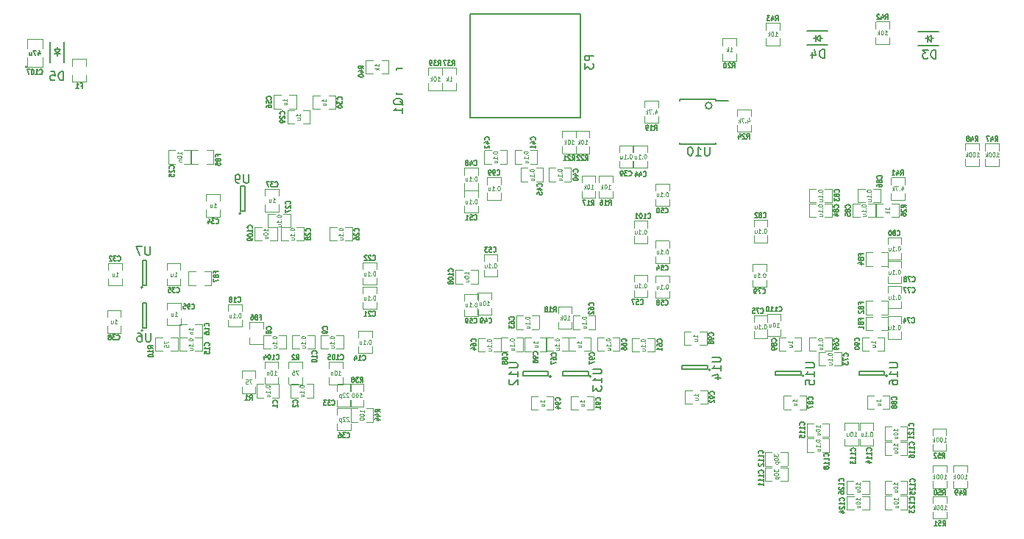
<source format=gbo>
G04 #@! TF.FileFunction,Legend,Bot*
%FSLAX46Y46*%
G04 Gerber Fmt 4.6, Leading zero omitted, Abs format (unit mm)*
G04 Created by KiCad (PCBNEW 4.0.5+dfsg1-4) date Mon Jul  3 23:58:12 2017*
%MOMM*%
%LPD*%
G01*
G04 APERTURE LIST*
%ADD10C,0.150000*%
%ADD11C,0.099060*%
%ADD12C,0.119380*%
%ADD13C,0.127000*%
%ADD14C,0.114300*%
G04 APERTURE END LIST*
D10*
X28502000Y-49070100D02*
G75*
G03X28502000Y-49070100I-100000J0D01*
G01*
X28952000Y-48820100D02*
X28452000Y-48820100D01*
X28952000Y-45920100D02*
X28952000Y-48820100D01*
X28452000Y-45920100D02*
X28952000Y-45920100D01*
X28452000Y-48820100D02*
X28452000Y-45920100D01*
X39786000Y-40562000D02*
G75*
G03X39786000Y-40562000I-100000J0D01*
G01*
X40236000Y-40312000D02*
X39736000Y-40312000D01*
X40236000Y-37412000D02*
X40236000Y-40312000D01*
X39736000Y-37412000D02*
X40236000Y-37412000D01*
X39736000Y-40312000D02*
X39736000Y-37412000D01*
X104593800Y-59253400D02*
G75*
G03X104593800Y-59253400I-100000J0D01*
G01*
X104243800Y-58703400D02*
X104243800Y-59203400D01*
X101343800Y-58703400D02*
X104243800Y-58703400D01*
X101343800Y-59203400D02*
X101343800Y-58703400D01*
X104243800Y-59203400D02*
X101343800Y-59203400D01*
X114190000Y-59253400D02*
G75*
G03X114190000Y-59253400I-100000J0D01*
G01*
X113840000Y-58703400D02*
X113840000Y-59203400D01*
X110940000Y-58703400D02*
X113840000Y-58703400D01*
X110940000Y-59203400D02*
X110940000Y-58703400D01*
X113840000Y-59203400D02*
X110940000Y-59203400D01*
X28502000Y-54024000D02*
G75*
G03X28502000Y-54024000I-100000J0D01*
G01*
X28952000Y-53774000D02*
X28452000Y-53774000D01*
X28952000Y-50874000D02*
X28952000Y-53774000D01*
X28452000Y-50874000D02*
X28952000Y-50874000D01*
X28452000Y-53774000D02*
X28452000Y-50874000D01*
X75500000Y-59324600D02*
G75*
G03X75500000Y-59324600I-100000J0D01*
G01*
X75150000Y-58774600D02*
X75150000Y-59274600D01*
X72250000Y-58774600D02*
X75150000Y-58774600D01*
X72250000Y-59274600D02*
X72250000Y-58774600D01*
X75150000Y-59274600D02*
X72250000Y-59274600D01*
X80106000Y-59302600D02*
G75*
G03X80106000Y-59302600I-100000J0D01*
G01*
X79756000Y-58752600D02*
X79756000Y-59252600D01*
X76856000Y-58752600D02*
X79756000Y-58752600D01*
X76856000Y-59252600D02*
X76856000Y-58752600D01*
X79756000Y-59252600D02*
X76856000Y-59252600D01*
X93834000Y-58578000D02*
G75*
G03X93834000Y-58578000I-100000J0D01*
G01*
X93484000Y-58028000D02*
X93484000Y-58528000D01*
X90584000Y-58028000D02*
X93484000Y-58028000D01*
X90584000Y-58528000D02*
X90584000Y-58028000D01*
X93484000Y-58528000D02*
X90584000Y-58528000D01*
X66138000Y-17555000D02*
X66138000Y-29535000D01*
X66138000Y-29535000D02*
X78888000Y-29535000D01*
X78888000Y-29535000D02*
X78888000Y-17555000D01*
X78888000Y-17555000D02*
X66148000Y-17555000D01*
X18654000Y-21665000D02*
X18654000Y-21415000D01*
X18654000Y-22165000D02*
X18654000Y-22415000D01*
X18654000Y-22165000D02*
X19004000Y-21665000D01*
X19004000Y-21665000D02*
X18304000Y-21665000D01*
X18304000Y-21665000D02*
X18654000Y-22165000D01*
X19004000Y-22165000D02*
X18304000Y-22165000D01*
X17854000Y-23215000D02*
X17854000Y-20815000D01*
X19454000Y-23215000D02*
X19454000Y-20815000D01*
X58366800Y-23817180D02*
X57665760Y-23817180D01*
X57665760Y-23817180D02*
X57665760Y-24066100D01*
X57665760Y-26616160D02*
X57665760Y-26816820D01*
X57665760Y-26816820D02*
X58366800Y-26816820D01*
X94000754Y-28139760D02*
G75*
G03X94000754Y-28139760I-378554J0D01*
G01*
X94465300Y-27434200D02*
X94465300Y-27579200D01*
X90315300Y-27434200D02*
X90315300Y-27579200D01*
X90315300Y-32584200D02*
X90315300Y-32439200D01*
X94465300Y-32584200D02*
X94465300Y-32439200D01*
X94465300Y-27434200D02*
X90315300Y-27434200D01*
X94465300Y-32584200D02*
X90315300Y-32584200D01*
X94465300Y-27579200D02*
X95865300Y-27579200D01*
D11*
X15174380Y-23670640D02*
G75*
G03X15174380Y-23670640I-127000J0D01*
G01*
X15171840Y-22614000D02*
X15171840Y-23693500D01*
X15182000Y-23703660D02*
X16960000Y-23703660D01*
X16970160Y-23693500D02*
X16970160Y-22614000D01*
X16970160Y-21598000D02*
X16970160Y-20518500D01*
X16960000Y-20508340D02*
X15182000Y-20508340D01*
X15171840Y-20518500D02*
X15171840Y-21598000D01*
D12*
X39903740Y-59480820D02*
X39903740Y-58698500D01*
X39903740Y-60481580D02*
X39903740Y-61263900D01*
X41473460Y-59480820D02*
X41473460Y-58698500D01*
X41473460Y-61263900D02*
X41473460Y-60481580D01*
X41450600Y-58690880D02*
X39926600Y-58690880D01*
X39926600Y-61271520D02*
X41450600Y-61271520D01*
X45275140Y-58437620D02*
X45275140Y-57655300D01*
X45275140Y-59438380D02*
X45275140Y-60220700D01*
X46844860Y-58437620D02*
X46844860Y-57655300D01*
X46844860Y-60220700D02*
X46844860Y-59438380D01*
X46822000Y-57647680D02*
X45298000Y-57647680D01*
X45298000Y-60228320D02*
X46822000Y-60228320D01*
X31742380Y-54841140D02*
X32524700Y-54841140D01*
X30741620Y-54841140D02*
X29959300Y-54841140D01*
X31742380Y-56410860D02*
X32524700Y-56410860D01*
X29959300Y-56410860D02*
X30741620Y-56410860D01*
X32532320Y-56388000D02*
X32532320Y-54864000D01*
X29951680Y-54864000D02*
X29951680Y-56388000D01*
X81003140Y-36990020D02*
X81003140Y-36207700D01*
X81003140Y-37990780D02*
X81003140Y-38773100D01*
X82572860Y-36990020D02*
X82572860Y-36207700D01*
X82572860Y-38773100D02*
X82572860Y-37990780D01*
X82550000Y-36200080D02*
X81026000Y-36200080D01*
X81026000Y-38780720D02*
X82550000Y-38780720D01*
X80591660Y-37990780D02*
X80591660Y-38773100D01*
X80591660Y-36990020D02*
X80591660Y-36207700D01*
X79021940Y-37990780D02*
X79021940Y-38773100D01*
X79021940Y-36207700D02*
X79021940Y-36990020D01*
X79044800Y-38780720D02*
X80568800Y-38780720D01*
X80568800Y-36200080D02*
X79044800Y-36200080D01*
X77873860Y-53052980D02*
X77873860Y-53835300D01*
X77873860Y-52052220D02*
X77873860Y-51269900D01*
X76304140Y-53052980D02*
X76304140Y-53835300D01*
X76304140Y-51269900D02*
X76304140Y-52052220D01*
X76327000Y-53842920D02*
X77851000Y-53842920D01*
X77851000Y-51262280D02*
X76327000Y-51262280D01*
X86258740Y-28365820D02*
X86258740Y-27583500D01*
X86258740Y-29366580D02*
X86258740Y-30148900D01*
X87828460Y-28365820D02*
X87828460Y-27583500D01*
X87828460Y-30148900D02*
X87828460Y-29366580D01*
X87805600Y-27575880D02*
X86281600Y-27575880D01*
X86281600Y-30156520D02*
X87805600Y-30156520D01*
X95215140Y-21199620D02*
X95215140Y-20417300D01*
X95215140Y-22200380D02*
X95215140Y-22982700D01*
X96784860Y-21199620D02*
X96784860Y-20417300D01*
X96784860Y-22982700D02*
X96784860Y-22200380D01*
X96762000Y-20409680D02*
X95238000Y-20409680D01*
X95238000Y-22990320D02*
X96762000Y-22990320D01*
X76782140Y-31848620D02*
X76782140Y-31066300D01*
X76782140Y-32849380D02*
X76782140Y-33631700D01*
X78351860Y-31848620D02*
X78351860Y-31066300D01*
X78351860Y-33631700D02*
X78351860Y-32849380D01*
X78329000Y-31058680D02*
X76805000Y-31058680D01*
X76805000Y-33639320D02*
X78329000Y-33639320D01*
X78331140Y-31848620D02*
X78331140Y-31066300D01*
X78331140Y-32849380D02*
X78331140Y-33631700D01*
X79900860Y-31848620D02*
X79900860Y-31066300D01*
X79900860Y-33631700D02*
X79900860Y-32849380D01*
X79878000Y-31058680D02*
X78354000Y-31058680D01*
X78354000Y-33639320D02*
X79878000Y-33639320D01*
X96901340Y-29356420D02*
X96901340Y-28574100D01*
X96901340Y-30357180D02*
X96901340Y-31139500D01*
X98471060Y-29356420D02*
X98471060Y-28574100D01*
X98471060Y-31139500D02*
X98471060Y-30357180D01*
X98448200Y-28566480D02*
X96924200Y-28566480D01*
X96924200Y-31147120D02*
X98448200Y-31147120D01*
X114700380Y-39415140D02*
X115482700Y-39415140D01*
X113699620Y-39415140D02*
X112917300Y-39415140D01*
X114700380Y-40984860D02*
X115482700Y-40984860D01*
X112917300Y-40984860D02*
X113699620Y-40984860D01*
X115490320Y-40962000D02*
X115490320Y-39438000D01*
X112909680Y-39438000D02*
X112909680Y-40962000D01*
X20399140Y-23578620D02*
X20399140Y-22796300D01*
X20399140Y-24579380D02*
X20399140Y-25361700D01*
X21968860Y-23578620D02*
X21968860Y-22796300D01*
X21968860Y-25361700D02*
X21968860Y-24579380D01*
X21946000Y-22788680D02*
X20422000Y-22788680D01*
X20422000Y-25369320D02*
X21946000Y-25369320D01*
X42349760Y-54855480D02*
X42349760Y-55637800D01*
X42349760Y-53854720D02*
X42349760Y-53072400D01*
X40780040Y-54855480D02*
X40780040Y-55637800D01*
X40780040Y-53072400D02*
X40780040Y-53854720D01*
X40802900Y-55645420D02*
X42326900Y-55645420D01*
X42326900Y-53064780D02*
X40802900Y-53064780D01*
X113492380Y-52436140D02*
X114274700Y-52436140D01*
X112491620Y-52436140D02*
X111709300Y-52436140D01*
X113492380Y-54005860D02*
X114274700Y-54005860D01*
X111709300Y-54005860D02*
X112491620Y-54005860D01*
X114282320Y-53983000D02*
X114282320Y-52459000D01*
X111701680Y-52459000D02*
X111701680Y-53983000D01*
X113489380Y-50622140D02*
X114271700Y-50622140D01*
X112488620Y-50622140D02*
X111706300Y-50622140D01*
X113489380Y-52191860D02*
X114271700Y-52191860D01*
X111706300Y-52191860D02*
X112488620Y-52191860D01*
X114279320Y-52169000D02*
X114279320Y-50645000D01*
X111698680Y-50645000D02*
X111698680Y-52169000D01*
X113497380Y-45026140D02*
X114279700Y-45026140D01*
X112496620Y-45026140D02*
X111714300Y-45026140D01*
X113497380Y-46595860D02*
X114279700Y-46595860D01*
X111714300Y-46595860D02*
X112496620Y-46595860D01*
X114287320Y-46573000D02*
X114287320Y-45049000D01*
X111706680Y-45049000D02*
X111706680Y-46573000D01*
X35834380Y-33261140D02*
X36616700Y-33261140D01*
X34833620Y-33261140D02*
X34051300Y-33261140D01*
X35834380Y-34830860D02*
X36616700Y-34830860D01*
X34051300Y-34830860D02*
X34833620Y-34830860D01*
X36624320Y-34808000D02*
X36624320Y-33284000D01*
X34043680Y-33284000D02*
X34043680Y-34808000D01*
X114413860Y-20266380D02*
X114413860Y-21048700D01*
X114413860Y-19265620D02*
X114413860Y-18483300D01*
X112844140Y-20266380D02*
X112844140Y-21048700D01*
X112844140Y-18483300D02*
X112844140Y-19265620D01*
X112867000Y-21056320D02*
X114391000Y-21056320D01*
X114391000Y-18475680D02*
X112867000Y-18475680D01*
X101772860Y-20419380D02*
X101772860Y-21201700D01*
X101772860Y-19418620D02*
X101772860Y-18636300D01*
X100203140Y-20419380D02*
X100203140Y-21201700D01*
X100203140Y-18636300D02*
X100203140Y-19418620D01*
X100226000Y-21209320D02*
X101750000Y-21209320D01*
X101750000Y-18628680D02*
X100226000Y-18628680D01*
X35562880Y-47232940D02*
X36345200Y-47232940D01*
X34562120Y-47232940D02*
X33779800Y-47232940D01*
X35562880Y-48802660D02*
X36345200Y-48802660D01*
X33779800Y-48802660D02*
X34562120Y-48802660D01*
X36352820Y-48779800D02*
X36352820Y-47255800D01*
X33772180Y-47255800D02*
X33772180Y-48779800D01*
X64533860Y-25577380D02*
X64533860Y-26359700D01*
X64533860Y-24576620D02*
X64533860Y-23794300D01*
X62964140Y-25577380D02*
X62964140Y-26359700D01*
X62964140Y-23794300D02*
X62964140Y-24576620D01*
X62987000Y-26367320D02*
X64511000Y-26367320D01*
X64511000Y-23786680D02*
X62987000Y-23786680D01*
X52357140Y-61008620D02*
X52357140Y-60226300D01*
X52357140Y-62009380D02*
X52357140Y-62791700D01*
X53926860Y-61008620D02*
X53926860Y-60226300D01*
X53926860Y-62791700D02*
X53926860Y-62009380D01*
X53904000Y-60218680D02*
X52380000Y-60218680D01*
X52380000Y-62799320D02*
X53904000Y-62799320D01*
X53220620Y-64548860D02*
X52438300Y-64548860D01*
X54221380Y-64548860D02*
X55003700Y-64548860D01*
X53220620Y-62979140D02*
X52438300Y-62979140D01*
X55003700Y-62979140D02*
X54221380Y-62979140D01*
X52430680Y-63002000D02*
X52430680Y-64526000D01*
X55011320Y-64526000D02*
X55011320Y-63002000D01*
X62917860Y-25585380D02*
X62917860Y-26367700D01*
X62917860Y-24584620D02*
X62917860Y-23802300D01*
X61348140Y-25585380D02*
X61348140Y-26367700D01*
X61348140Y-23802300D02*
X61348140Y-24584620D01*
X61371000Y-26375320D02*
X62895000Y-26375320D01*
X62895000Y-23794680D02*
X61371000Y-23794680D01*
X54969620Y-24478860D02*
X54187300Y-24478860D01*
X55970380Y-24478860D02*
X56752700Y-24478860D01*
X54969620Y-22909140D02*
X54187300Y-22909140D01*
X56752700Y-22909140D02*
X55970380Y-22909140D01*
X54179680Y-22932000D02*
X54179680Y-24456000D01*
X56760320Y-24456000D02*
X56760320Y-22932000D01*
X114625140Y-37219620D02*
X114625140Y-36437300D01*
X114625140Y-38220380D02*
X114625140Y-39002700D01*
X116194860Y-37219620D02*
X116194860Y-36437300D01*
X116194860Y-39002700D02*
X116194860Y-38220380D01*
X116172000Y-36429680D02*
X114648000Y-36429680D01*
X114648000Y-39010320D02*
X116172000Y-39010320D01*
X43373380Y-60212340D02*
X44155700Y-60212340D01*
X42372620Y-60212340D02*
X41590300Y-60212340D01*
X43373380Y-61782060D02*
X44155700Y-61782060D01*
X41590300Y-61782060D02*
X42372620Y-61782060D01*
X44163320Y-61759200D02*
X44163320Y-60235200D01*
X41582680Y-60235200D02*
X41582680Y-61759200D01*
X47335780Y-60212340D02*
X48118100Y-60212340D01*
X46335020Y-60212340D02*
X45552700Y-60212340D01*
X47335780Y-61782060D02*
X48118100Y-61782060D01*
X45552700Y-61782060D02*
X46335020Y-61782060D01*
X48125720Y-61759200D02*
X48125720Y-60235200D01*
X45545080Y-60235200D02*
X45545080Y-61759200D01*
X44188380Y-54587140D02*
X44970700Y-54587140D01*
X43187620Y-54587140D02*
X42405300Y-54587140D01*
X44188380Y-56156860D02*
X44970700Y-56156860D01*
X42405300Y-56156860D02*
X43187620Y-56156860D01*
X44978320Y-56134000D02*
X44978320Y-54610000D01*
X42397680Y-54610000D02*
X42397680Y-56134000D01*
X50792380Y-54587140D02*
X51574700Y-54587140D01*
X49791620Y-54587140D02*
X49009300Y-54587140D01*
X50792380Y-56156860D02*
X51574700Y-56156860D01*
X49009300Y-56156860D02*
X49791620Y-56156860D01*
X51582320Y-56134000D02*
X51582320Y-54610000D01*
X49001680Y-54610000D02*
X49001680Y-56134000D01*
X47490380Y-54587140D02*
X48272700Y-54587140D01*
X46489620Y-54587140D02*
X45707300Y-54587140D01*
X47490380Y-56156860D02*
X48272700Y-56156860D01*
X45707300Y-56156860D02*
X46489620Y-56156860D01*
X48280320Y-56134000D02*
X48280320Y-54610000D01*
X45699680Y-54610000D02*
X45699680Y-56134000D01*
X53317140Y-54871620D02*
X53317140Y-54089300D01*
X53317140Y-55872380D02*
X53317140Y-56654700D01*
X54886860Y-54871620D02*
X54886860Y-54089300D01*
X54886860Y-56654700D02*
X54886860Y-55872380D01*
X54864000Y-54081680D02*
X53340000Y-54081680D01*
X53340000Y-56662320D02*
X54864000Y-56662320D01*
X34536380Y-54841140D02*
X35318700Y-54841140D01*
X33535620Y-54841140D02*
X32753300Y-54841140D01*
X34536380Y-56410860D02*
X35318700Y-56410860D01*
X32753300Y-56410860D02*
X33535620Y-56410860D01*
X35326320Y-56388000D02*
X35326320Y-54864000D01*
X32745680Y-54864000D02*
X32745680Y-56388000D01*
X34536380Y-53317140D02*
X35318700Y-53317140D01*
X33535620Y-53317140D02*
X32753300Y-53317140D01*
X34536380Y-54886860D02*
X35318700Y-54886860D01*
X32753300Y-54886860D02*
X33535620Y-54886860D01*
X35326320Y-54864000D02*
X35326320Y-53340000D01*
X32745680Y-53340000D02*
X32745680Y-54864000D01*
X39900860Y-52824380D02*
X39900860Y-53606700D01*
X39900860Y-51823620D02*
X39900860Y-51041300D01*
X38331140Y-52824380D02*
X38331140Y-53606700D01*
X38331140Y-51041300D02*
X38331140Y-51823620D01*
X38354000Y-53614320D02*
X39878000Y-53614320D01*
X39878000Y-51033680D02*
X38354000Y-51033680D01*
X53825140Y-49791620D02*
X53825140Y-49009300D01*
X53825140Y-50792380D02*
X53825140Y-51574700D01*
X55394860Y-49791620D02*
X55394860Y-49009300D01*
X55394860Y-51574700D02*
X55394860Y-50792380D01*
X55372000Y-49001680D02*
X53848000Y-49001680D01*
X53848000Y-51582320D02*
X55372000Y-51582320D01*
X53825140Y-46997620D02*
X53825140Y-46215300D01*
X53825140Y-47998380D02*
X53825140Y-48780700D01*
X55394860Y-46997620D02*
X55394860Y-46215300D01*
X55394860Y-48780700D02*
X55394860Y-47998380D01*
X55372000Y-46207680D02*
X53848000Y-46207680D01*
X53848000Y-48788320D02*
X55372000Y-48788320D01*
X32227620Y-34830860D02*
X31445300Y-34830860D01*
X33228380Y-34830860D02*
X34010700Y-34830860D01*
X32227620Y-33261140D02*
X31445300Y-33261140D01*
X34010700Y-33261140D02*
X33228380Y-33261140D01*
X31437680Y-33284000D02*
X31437680Y-34808000D01*
X34018320Y-34808000D02*
X34018320Y-33284000D01*
X50807620Y-43710860D02*
X50025300Y-43710860D01*
X51808380Y-43710860D02*
X52590700Y-43710860D01*
X50807620Y-42141140D02*
X50025300Y-42141140D01*
X52590700Y-42141140D02*
X51808380Y-42141140D01*
X50017680Y-42164000D02*
X50017680Y-43688000D01*
X52598320Y-43688000D02*
X52598320Y-42164000D01*
X44696380Y-40617140D02*
X45478700Y-40617140D01*
X43695620Y-40617140D02*
X42913300Y-40617140D01*
X44696380Y-42186860D02*
X45478700Y-42186860D01*
X42913300Y-42186860D02*
X43695620Y-42186860D01*
X45486320Y-42164000D02*
X45486320Y-40640000D01*
X42905680Y-40640000D02*
X42905680Y-42164000D01*
X45219620Y-43710860D02*
X44437300Y-43710860D01*
X46220380Y-43710860D02*
X47002700Y-43710860D01*
X45219620Y-42141140D02*
X44437300Y-42141140D01*
X47002700Y-42141140D02*
X46220380Y-42141140D01*
X44429680Y-42164000D02*
X44429680Y-43688000D01*
X47010320Y-43688000D02*
X47010320Y-42164000D01*
X46921380Y-28659140D02*
X47703700Y-28659140D01*
X45920620Y-28659140D02*
X45138300Y-28659140D01*
X46921380Y-30228860D02*
X47703700Y-30228860D01*
X45138300Y-30228860D02*
X45920620Y-30228860D01*
X47711320Y-30206000D02*
X47711320Y-28682000D01*
X45130680Y-28682000D02*
X45130680Y-30206000D01*
X48875020Y-28546160D02*
X48092700Y-28546160D01*
X49875780Y-28546160D02*
X50658100Y-28546160D01*
X48875020Y-26976440D02*
X48092700Y-26976440D01*
X50658100Y-26976440D02*
X49875780Y-26976440D01*
X48085080Y-26999300D02*
X48085080Y-28523300D01*
X50665720Y-28523300D02*
X50665720Y-26999300D01*
X26081060Y-48086380D02*
X26081060Y-48868700D01*
X26081060Y-47085620D02*
X26081060Y-46303300D01*
X24511340Y-48086380D02*
X24511340Y-48868700D01*
X24511340Y-46303300D02*
X24511340Y-47085620D01*
X24534200Y-48876320D02*
X26058200Y-48876320D01*
X26058200Y-46295680D02*
X24534200Y-46295680D01*
X35808140Y-39138620D02*
X35808140Y-38356300D01*
X35808140Y-40139380D02*
X35808140Y-40921700D01*
X37377860Y-39138620D02*
X37377860Y-38356300D01*
X37377860Y-40921700D02*
X37377860Y-40139380D01*
X37355000Y-38348680D02*
X35831000Y-38348680D01*
X35831000Y-40929320D02*
X37355000Y-40929320D01*
X31280440Y-47047520D02*
X31280440Y-46265200D01*
X31280440Y-48048280D02*
X31280440Y-48830600D01*
X32850160Y-47047520D02*
X32850160Y-46265200D01*
X32850160Y-48830600D02*
X32850160Y-48048280D01*
X32827300Y-46257580D02*
X31303300Y-46257580D01*
X31303300Y-48838220D02*
X32827300Y-48838220D01*
X42580140Y-38544620D02*
X42580140Y-37762300D01*
X42580140Y-39545380D02*
X42580140Y-40327700D01*
X44149860Y-38544620D02*
X44149860Y-37762300D01*
X44149860Y-40327700D02*
X44149860Y-39545380D01*
X44127000Y-37754680D02*
X42603000Y-37754680D01*
X42603000Y-40335320D02*
X44127000Y-40335320D01*
X24402140Y-52514620D02*
X24402140Y-51732300D01*
X24402140Y-53515380D02*
X24402140Y-54297700D01*
X25971860Y-52514620D02*
X25971860Y-51732300D01*
X25971860Y-54297700D02*
X25971860Y-53515380D01*
X25949000Y-51724680D02*
X24425000Y-51724680D01*
X24425000Y-54305320D02*
X25949000Y-54305320D01*
X83330140Y-33510620D02*
X83330140Y-32728300D01*
X83330140Y-34511380D02*
X83330140Y-35293700D01*
X84899860Y-33510620D02*
X84899860Y-32728300D01*
X84899860Y-35293700D02*
X84899860Y-34511380D01*
X84877000Y-32720680D02*
X83353000Y-32720680D01*
X83353000Y-35301320D02*
X84877000Y-35301320D01*
X75999620Y-36884860D02*
X75217300Y-36884860D01*
X77000380Y-36884860D02*
X77782700Y-36884860D01*
X75999620Y-35315140D02*
X75217300Y-35315140D01*
X77782700Y-35315140D02*
X77000380Y-35315140D01*
X75209680Y-35338000D02*
X75209680Y-36862000D01*
X77790320Y-36862000D02*
X77790320Y-35338000D01*
X73100380Y-33276140D02*
X73882700Y-33276140D01*
X72099620Y-33276140D02*
X71317300Y-33276140D01*
X73100380Y-34845860D02*
X73882700Y-34845860D01*
X71317300Y-34845860D02*
X72099620Y-34845860D01*
X73890320Y-34823000D02*
X73890320Y-33299000D01*
X71309680Y-33299000D02*
X71309680Y-34823000D01*
X68600620Y-34848860D02*
X67818300Y-34848860D01*
X69601380Y-34848860D02*
X70383700Y-34848860D01*
X68600620Y-33279140D02*
X67818300Y-33279140D01*
X70383700Y-33279140D02*
X69601380Y-33279140D01*
X67810680Y-33302000D02*
X67810680Y-34826000D01*
X70391320Y-34826000D02*
X70391320Y-33302000D01*
X85001140Y-33505620D02*
X85001140Y-32723300D01*
X85001140Y-34506380D02*
X85001140Y-35288700D01*
X86570860Y-33505620D02*
X86570860Y-32723300D01*
X86570860Y-35288700D02*
X86570860Y-34506380D01*
X86548000Y-32715680D02*
X85024000Y-32715680D01*
X85024000Y-35296320D02*
X86548000Y-35296320D01*
X72799620Y-36884860D02*
X72017300Y-36884860D01*
X73800380Y-36884860D02*
X74582700Y-36884860D01*
X72799620Y-35315140D02*
X72017300Y-35315140D01*
X74582700Y-35315140D02*
X73800380Y-35315140D01*
X72009680Y-35338000D02*
X72009680Y-36862000D01*
X74590320Y-36862000D02*
X74590320Y-35338000D01*
X67084860Y-37100380D02*
X67084860Y-37882700D01*
X67084860Y-36099620D02*
X67084860Y-35317300D01*
X65515140Y-37100380D02*
X65515140Y-37882700D01*
X65515140Y-35317300D02*
X65515140Y-36099620D01*
X65538000Y-37890320D02*
X67062000Y-37890320D01*
X67062000Y-35309680D02*
X65538000Y-35309680D01*
X87515140Y-37899620D02*
X87515140Y-37117300D01*
X87515140Y-38900380D02*
X87515140Y-39682700D01*
X89084860Y-37899620D02*
X89084860Y-37117300D01*
X89084860Y-39682700D02*
X89084860Y-38900380D01*
X89062000Y-37109680D02*
X87538000Y-37109680D01*
X87538000Y-39690320D02*
X89062000Y-39690320D01*
X65515140Y-38699620D02*
X65515140Y-37917300D01*
X65515140Y-39700380D02*
X65515140Y-40482700D01*
X67084860Y-38699620D02*
X67084860Y-37917300D01*
X67084860Y-40482700D02*
X67084860Y-39700380D01*
X67062000Y-37909680D02*
X65538000Y-37909680D01*
X65538000Y-40490320D02*
X67062000Y-40490320D01*
X69308860Y-47058380D02*
X69308860Y-47840700D01*
X69308860Y-46057620D02*
X69308860Y-45275300D01*
X67739140Y-47058380D02*
X67739140Y-47840700D01*
X67739140Y-45275300D02*
X67739140Y-46057620D01*
X67762000Y-47848320D02*
X69286000Y-47848320D01*
X69286000Y-45267680D02*
X67762000Y-45267680D01*
X87515140Y-44499620D02*
X87515140Y-43717300D01*
X87515140Y-45500380D02*
X87515140Y-46282700D01*
X89084860Y-44499620D02*
X89084860Y-43717300D01*
X89084860Y-46282700D02*
X89084860Y-45500380D01*
X89062000Y-43709680D02*
X87538000Y-43709680D01*
X87538000Y-46290320D02*
X89062000Y-46290320D01*
X45379980Y-26925640D02*
X46162300Y-26925640D01*
X44379220Y-26925640D02*
X43596900Y-26925640D01*
X45379980Y-28495360D02*
X46162300Y-28495360D01*
X43596900Y-28495360D02*
X44379220Y-28495360D01*
X46169920Y-28472500D02*
X46169920Y-26948500D01*
X43589280Y-26948500D02*
X43589280Y-28472500D01*
X85015140Y-48399620D02*
X85015140Y-47617300D01*
X85015140Y-49400380D02*
X85015140Y-50182700D01*
X86584860Y-48399620D02*
X86584860Y-47617300D01*
X86584860Y-50182700D02*
X86584860Y-49400380D01*
X86562000Y-47609680D02*
X85038000Y-47609680D01*
X85038000Y-50190320D02*
X86562000Y-50190320D01*
X87515140Y-48499620D02*
X87515140Y-47717300D01*
X87515140Y-49500380D02*
X87515140Y-50282700D01*
X89084860Y-48499620D02*
X89084860Y-47717300D01*
X89084860Y-50282700D02*
X89084860Y-49500380D01*
X89062000Y-47709680D02*
X87538000Y-47709680D01*
X87538000Y-50290320D02*
X89062000Y-50290320D01*
X65515140Y-50599620D02*
X65515140Y-49817300D01*
X65515140Y-51600380D02*
X65515140Y-52382700D01*
X67084860Y-50599620D02*
X67084860Y-49817300D01*
X67084860Y-52382700D02*
X67084860Y-51600380D01*
X67062000Y-49809680D02*
X65538000Y-49809680D01*
X65538000Y-52390320D02*
X67062000Y-52390320D01*
X86600380Y-54915140D02*
X87382700Y-54915140D01*
X85599620Y-54915140D02*
X84817300Y-54915140D01*
X86600380Y-56484860D02*
X87382700Y-56484860D01*
X84817300Y-56484860D02*
X85599620Y-56484860D01*
X87390320Y-56462000D02*
X87390320Y-54938000D01*
X84809680Y-54938000D02*
X84809680Y-56462000D01*
X79800380Y-52315140D02*
X80582700Y-52315140D01*
X78799620Y-52315140D02*
X78017300Y-52315140D01*
X79800380Y-53884860D02*
X80582700Y-53884860D01*
X78017300Y-53884860D02*
X78799620Y-53884860D01*
X80590320Y-53862000D02*
X80590320Y-52338000D01*
X78009680Y-52338000D02*
X78009680Y-53862000D01*
X73300380Y-52315140D02*
X74082700Y-52315140D01*
X72299620Y-52315140D02*
X71517300Y-52315140D01*
X73300380Y-53884860D02*
X74082700Y-53884860D01*
X71517300Y-53884860D02*
X72299620Y-53884860D01*
X74090320Y-53862000D02*
X74090320Y-52338000D01*
X71509680Y-52338000D02*
X71509680Y-53862000D01*
X67899620Y-56484860D02*
X67117300Y-56484860D01*
X68900380Y-56484860D02*
X69682700Y-56484860D01*
X67899620Y-54915140D02*
X67117300Y-54915140D01*
X69682700Y-54915140D02*
X68900380Y-54915140D01*
X67109680Y-54938000D02*
X67109680Y-56462000D01*
X69690320Y-56462000D02*
X69690320Y-54938000D01*
X81587620Y-56405860D02*
X80805300Y-56405860D01*
X82588380Y-56405860D02*
X83370700Y-56405860D01*
X81587620Y-54836140D02*
X80805300Y-54836140D01*
X83370700Y-54836140D02*
X82588380Y-54836140D01*
X80797680Y-54859000D02*
X80797680Y-56383000D01*
X83378320Y-56383000D02*
X83378320Y-54859000D01*
X76719380Y-54840140D02*
X77501700Y-54840140D01*
X75718620Y-54840140D02*
X74936300Y-54840140D01*
X76719380Y-56409860D02*
X77501700Y-56409860D01*
X74936300Y-56409860D02*
X75718620Y-56409860D01*
X77509320Y-56387000D02*
X77509320Y-54863000D01*
X74928680Y-54863000D02*
X74928680Y-56387000D01*
X71500380Y-54845140D02*
X72282700Y-54845140D01*
X70499620Y-54845140D02*
X69717300Y-54845140D01*
X71500380Y-56414860D02*
X72282700Y-56414860D01*
X69717300Y-56414860D02*
X70499620Y-56414860D01*
X72290320Y-56392000D02*
X72290320Y-54868000D01*
X69709680Y-54868000D02*
X69709680Y-56392000D01*
X105999620Y-56384860D02*
X105217300Y-56384860D01*
X107000380Y-56384860D02*
X107782700Y-56384860D01*
X105999620Y-54815140D02*
X105217300Y-54815140D01*
X107782700Y-54815140D02*
X107000380Y-54815140D01*
X105209680Y-54838000D02*
X105209680Y-56362000D01*
X107790320Y-56362000D02*
X107790320Y-54838000D01*
X107099620Y-58084860D02*
X106317300Y-58084860D01*
X108100380Y-58084860D02*
X108882700Y-58084860D01*
X107099620Y-56515140D02*
X106317300Y-56515140D01*
X108882700Y-56515140D02*
X108100380Y-56515140D01*
X106309680Y-56538000D02*
X106309680Y-58062000D01*
X108890320Y-58062000D02*
X108890320Y-56538000D01*
X115784860Y-54200380D02*
X115784860Y-54982700D01*
X115784860Y-53199620D02*
X115784860Y-52417300D01*
X114215140Y-54200380D02*
X114215140Y-54982700D01*
X114215140Y-52417300D02*
X114215140Y-53199620D01*
X114238000Y-54990320D02*
X115762000Y-54990320D01*
X115762000Y-52409680D02*
X114238000Y-52409680D01*
X100384860Y-54100380D02*
X100384860Y-54882700D01*
X100384860Y-53099620D02*
X100384860Y-52317300D01*
X98815140Y-54100380D02*
X98815140Y-54882700D01*
X98815140Y-52317300D02*
X98815140Y-53099620D01*
X98838000Y-54890320D02*
X100362000Y-54890320D01*
X100362000Y-52309680D02*
X98838000Y-52309680D01*
X114215140Y-49699620D02*
X114215140Y-48917300D01*
X114215140Y-50700380D02*
X114215140Y-51482700D01*
X115784860Y-49699620D02*
X115784860Y-48917300D01*
X115784860Y-51482700D02*
X115784860Y-50700380D01*
X115762000Y-48909680D02*
X114238000Y-48909680D01*
X114238000Y-51490320D02*
X115762000Y-51490320D01*
X114215140Y-46799620D02*
X114215140Y-46017300D01*
X114215140Y-47800380D02*
X114215140Y-48582700D01*
X115784860Y-46799620D02*
X115784860Y-46017300D01*
X115784860Y-48582700D02*
X115784860Y-47800380D01*
X115762000Y-46009680D02*
X114238000Y-46009680D01*
X114238000Y-48590320D02*
X115762000Y-48590320D01*
X98715140Y-47199620D02*
X98715140Y-46417300D01*
X98715140Y-48200380D02*
X98715140Y-48982700D01*
X100284860Y-47199620D02*
X100284860Y-46417300D01*
X100284860Y-48982700D02*
X100284860Y-48200380D01*
X100262000Y-46409680D02*
X98738000Y-46409680D01*
X98738000Y-48990320D02*
X100262000Y-48990320D01*
X114215140Y-44099620D02*
X114215140Y-43317300D01*
X114215140Y-45100380D02*
X114215140Y-45882700D01*
X115784860Y-44099620D02*
X115784860Y-43317300D01*
X115784860Y-45882700D02*
X115784860Y-45100380D01*
X115762000Y-43309680D02*
X114238000Y-43309680D01*
X114238000Y-45890320D02*
X115762000Y-45890320D01*
X100384860Y-43100380D02*
X100384860Y-43882700D01*
X100384860Y-42099620D02*
X100384860Y-41317300D01*
X98815140Y-43100380D02*
X98815140Y-43882700D01*
X98815140Y-41317300D02*
X98815140Y-42099620D01*
X98838000Y-43890320D02*
X100362000Y-43890320D01*
X100362000Y-41309680D02*
X98838000Y-41309680D01*
X107000380Y-37715140D02*
X107782700Y-37715140D01*
X105999620Y-37715140D02*
X105217300Y-37715140D01*
X107000380Y-39284860D02*
X107782700Y-39284860D01*
X105217300Y-39284860D02*
X105999620Y-39284860D01*
X107790320Y-39262000D02*
X107790320Y-37738000D01*
X105209680Y-37738000D02*
X105209680Y-39262000D01*
X105999620Y-40984860D02*
X105217300Y-40984860D01*
X107000380Y-40984860D02*
X107782700Y-40984860D01*
X105999620Y-39415140D02*
X105217300Y-39415140D01*
X107782700Y-39415140D02*
X107000380Y-39415140D01*
X105209680Y-39438000D02*
X105209680Y-40962000D01*
X107790320Y-40962000D02*
X107790320Y-39438000D01*
X112000380Y-39415140D02*
X112782700Y-39415140D01*
X110999620Y-39415140D02*
X110217300Y-39415140D01*
X112000380Y-40984860D02*
X112782700Y-40984860D01*
X110217300Y-40984860D02*
X110999620Y-40984860D01*
X112790320Y-40962000D02*
X112790320Y-39438000D01*
X110209680Y-39438000D02*
X110209680Y-40962000D01*
X111599620Y-39284860D02*
X110817300Y-39284860D01*
X112600380Y-39284860D02*
X113382700Y-39284860D01*
X111599620Y-37715140D02*
X110817300Y-37715140D01*
X113382700Y-37715140D02*
X112600380Y-37715140D01*
X110809680Y-37738000D02*
X110809680Y-39262000D01*
X113390320Y-39262000D02*
X113390320Y-37738000D01*
X103060620Y-63100860D02*
X102278300Y-63100860D01*
X104061380Y-63100860D02*
X104843700Y-63100860D01*
X103060620Y-61531140D02*
X102278300Y-61531140D01*
X104843700Y-61531140D02*
X104061380Y-61531140D01*
X102270680Y-61554000D02*
X102270680Y-63078000D01*
X104851320Y-63078000D02*
X104851320Y-61554000D01*
X112666620Y-63095860D02*
X111884300Y-63095860D01*
X113667380Y-63095860D02*
X114449700Y-63095860D01*
X112666620Y-61526140D02*
X111884300Y-61526140D01*
X114449700Y-61526140D02*
X113667380Y-61526140D01*
X111876680Y-61549000D02*
X111876680Y-63073000D01*
X114457320Y-63073000D02*
X114457320Y-61549000D01*
X102499620Y-56384860D02*
X101717300Y-56384860D01*
X103500380Y-56384860D02*
X104282700Y-56384860D01*
X102499620Y-54815140D02*
X101717300Y-54815140D01*
X104282700Y-54815140D02*
X103500380Y-54815140D01*
X101709680Y-54838000D02*
X101709680Y-56362000D01*
X104290320Y-56362000D02*
X104290320Y-54838000D01*
X112058220Y-56385460D02*
X111275900Y-56385460D01*
X113058980Y-56385460D02*
X113841300Y-56385460D01*
X112058220Y-54815740D02*
X111275900Y-54815740D01*
X113841300Y-54815740D02*
X113058980Y-54815740D01*
X111268280Y-54838600D02*
X111268280Y-56362600D01*
X113848920Y-56362600D02*
X113848920Y-54838600D01*
X78596620Y-63180460D02*
X77814300Y-63180460D01*
X79597380Y-63180460D02*
X80379700Y-63180460D01*
X78596620Y-61610740D02*
X77814300Y-61610740D01*
X80379700Y-61610740D02*
X79597380Y-61610740D01*
X77806680Y-61633600D02*
X77806680Y-63157600D01*
X80387320Y-63157600D02*
X80387320Y-61633600D01*
X91701620Y-62481460D02*
X90919300Y-62481460D01*
X92702380Y-62481460D02*
X93484700Y-62481460D01*
X91701620Y-60911740D02*
X90919300Y-60911740D01*
X93484700Y-60911740D02*
X92702380Y-60911740D01*
X90911680Y-60934600D02*
X90911680Y-62458600D01*
X93492320Y-62458600D02*
X93492320Y-60934600D01*
X73967620Y-63175460D02*
X73185300Y-63175460D01*
X74968380Y-63175460D02*
X75750700Y-63175460D01*
X73967620Y-61605740D02*
X73185300Y-61605740D01*
X75750700Y-61605740D02*
X74968380Y-61605740D01*
X73177680Y-61628600D02*
X73177680Y-63152600D01*
X75758320Y-63152600D02*
X75758320Y-61628600D01*
X31320740Y-51645820D02*
X31320740Y-50863500D01*
X31320740Y-52646580D02*
X31320740Y-53428900D01*
X32890460Y-51645820D02*
X32890460Y-50863500D01*
X32890460Y-53428900D02*
X32890460Y-52646580D01*
X32867600Y-50855880D02*
X31343600Y-50855880D01*
X31343600Y-53436520D02*
X32867600Y-53436520D01*
X73185020Y-56414860D02*
X72402700Y-56414860D01*
X74185780Y-56414860D02*
X74968100Y-56414860D01*
X73185020Y-54845140D02*
X72402700Y-54845140D01*
X74968100Y-54845140D02*
X74185780Y-54845140D01*
X72395080Y-54868000D02*
X72395080Y-56392000D01*
X74975720Y-56392000D02*
X74975720Y-54868000D01*
X78259620Y-56409860D02*
X77477300Y-56409860D01*
X79260380Y-56409860D02*
X80042700Y-56409860D01*
X78259620Y-54840140D02*
X77477300Y-54840140D01*
X80042700Y-54840140D02*
X79260380Y-54840140D01*
X77469680Y-54863000D02*
X77469680Y-56387000D01*
X80050320Y-56387000D02*
X80050320Y-54863000D01*
X91600020Y-55699660D02*
X90817700Y-55699660D01*
X92600780Y-55699660D02*
X93383100Y-55699660D01*
X91600020Y-54129940D02*
X90817700Y-54129940D01*
X93383100Y-54129940D02*
X92600780Y-54129940D01*
X90810080Y-54152800D02*
X90810080Y-55676800D01*
X93390720Y-55676800D02*
X93390720Y-54152800D01*
X69720460Y-38193980D02*
X69720460Y-38976300D01*
X69720460Y-37193220D02*
X69720460Y-36410900D01*
X68150740Y-38193980D02*
X68150740Y-38976300D01*
X68150740Y-36410900D02*
X68150740Y-37193220D01*
X68173600Y-38983920D02*
X69697600Y-38983920D01*
X69697600Y-36403280D02*
X68173600Y-36403280D01*
X85015140Y-42199620D02*
X85015140Y-41417300D01*
X85015140Y-43200380D02*
X85015140Y-43982700D01*
X86584860Y-42199620D02*
X86584860Y-41417300D01*
X86584860Y-43982700D02*
X86584860Y-43200380D01*
X86562000Y-41409680D02*
X85038000Y-41409680D01*
X85038000Y-43990320D02*
X86562000Y-43990320D01*
X44096860Y-59429380D02*
X44096860Y-60211700D01*
X44096860Y-58428620D02*
X44096860Y-57646300D01*
X42527140Y-59429380D02*
X42527140Y-60211700D01*
X42527140Y-57646300D02*
X42527140Y-58428620D01*
X42550000Y-60219320D02*
X44074000Y-60219320D01*
X44074000Y-57638680D02*
X42550000Y-57638680D01*
X51487860Y-59440180D02*
X51487860Y-60222500D01*
X51487860Y-58439420D02*
X51487860Y-57657100D01*
X49918140Y-59440180D02*
X49918140Y-60222500D01*
X49918140Y-57657100D02*
X49918140Y-58439420D01*
X49941000Y-60230120D02*
X51465000Y-60230120D01*
X51465000Y-57649480D02*
X49941000Y-57649480D01*
X52440860Y-62009380D02*
X52440860Y-62791700D01*
X52440860Y-61008620D02*
X52440860Y-60226300D01*
X50871140Y-62009380D02*
X50871140Y-62791700D01*
X50871140Y-60226300D02*
X50871140Y-61008620D01*
X50894000Y-62799320D02*
X52418000Y-62799320D01*
X52418000Y-60218680D02*
X50894000Y-60218680D01*
X52448860Y-64744380D02*
X52448860Y-65526700D01*
X52448860Y-63743620D02*
X52448860Y-62961300D01*
X50879140Y-64744380D02*
X50879140Y-65526700D01*
X50879140Y-62961300D02*
X50879140Y-63743620D01*
X50902000Y-65534320D02*
X52426000Y-65534320D01*
X52426000Y-62953680D02*
X50902000Y-62953680D01*
X67022140Y-50431620D02*
X67022140Y-49649300D01*
X67022140Y-51432380D02*
X67022140Y-52214700D01*
X68591860Y-50431620D02*
X68591860Y-49649300D01*
X68591860Y-52214700D02*
X68591860Y-51432380D01*
X68569000Y-49641680D02*
X67045000Y-49641680D01*
X67045000Y-52222320D02*
X68569000Y-52222320D01*
X65290620Y-48643860D02*
X64508300Y-48643860D01*
X66291380Y-48643860D02*
X67073700Y-48643860D01*
X65290620Y-47074140D02*
X64508300Y-47074140D01*
X67073700Y-47074140D02*
X66291380Y-47074140D01*
X64500680Y-47097000D02*
X64500680Y-48621000D01*
X67081320Y-48621000D02*
X67081320Y-47097000D01*
X42166620Y-43680860D02*
X41384300Y-43680860D01*
X43167380Y-43680860D02*
X43949700Y-43680860D01*
X42166620Y-42111140D02*
X41384300Y-42111140D01*
X43949700Y-42111140D02*
X43167380Y-42111140D01*
X41376680Y-42134000D02*
X41376680Y-43658000D01*
X43957320Y-43658000D02*
X43957320Y-42134000D01*
X101934860Y-53904380D02*
X101934860Y-54686700D01*
X101934860Y-52903620D02*
X101934860Y-52121300D01*
X100365140Y-53904380D02*
X100365140Y-54686700D01*
X100365140Y-52121300D02*
X100365140Y-52903620D01*
X100388000Y-54694320D02*
X101912000Y-54694320D01*
X101912000Y-52113680D02*
X100388000Y-52113680D01*
X100919620Y-71364860D02*
X100137300Y-71364860D01*
X101920380Y-71364860D02*
X102702700Y-71364860D01*
X100919620Y-69795140D02*
X100137300Y-69795140D01*
X102702700Y-69795140D02*
X101920380Y-69795140D01*
X100129680Y-69818000D02*
X100129680Y-71342000D01*
X102710320Y-71342000D02*
X102710320Y-69818000D01*
X100909620Y-69624860D02*
X100127300Y-69624860D01*
X101910380Y-69624860D02*
X102692700Y-69624860D01*
X100909620Y-68055140D02*
X100127300Y-68055140D01*
X102692700Y-68055140D02*
X101910380Y-68055140D01*
X100119680Y-68078000D02*
X100119680Y-69602000D01*
X102700320Y-69602000D02*
X102700320Y-68078000D01*
X109285140Y-65489620D02*
X109285140Y-64707300D01*
X109285140Y-66490380D02*
X109285140Y-67272700D01*
X110854860Y-65489620D02*
X110854860Y-64707300D01*
X110854860Y-67272700D02*
X110854860Y-66490380D01*
X110832000Y-64699680D02*
X109308000Y-64699680D01*
X109308000Y-67280320D02*
X110832000Y-67280320D01*
X111035140Y-65489620D02*
X111035140Y-64707300D01*
X111035140Y-66490380D02*
X111035140Y-67272700D01*
X112604860Y-65489620D02*
X112604860Y-64707300D01*
X112604860Y-67272700D02*
X112604860Y-66490380D01*
X112582000Y-64699680D02*
X111058000Y-64699680D01*
X111058000Y-67280320D02*
X112582000Y-67280320D01*
X105719620Y-66294860D02*
X104937300Y-66294860D01*
X106720380Y-66294860D02*
X107502700Y-66294860D01*
X105719620Y-64725140D02*
X104937300Y-64725140D01*
X107502700Y-64725140D02*
X106720380Y-64725140D01*
X104929680Y-64748000D02*
X104929680Y-66272000D01*
X107510320Y-66272000D02*
X107510320Y-64748000D01*
X114669620Y-68414860D02*
X113887300Y-68414860D01*
X115670380Y-68414860D02*
X116452700Y-68414860D01*
X114669620Y-66845140D02*
X113887300Y-66845140D01*
X116452700Y-66845140D02*
X115670380Y-66845140D01*
X113879680Y-66868000D02*
X113879680Y-68392000D01*
X116460320Y-68392000D02*
X116460320Y-66868000D01*
X105719620Y-68024860D02*
X104937300Y-68024860D01*
X106720380Y-68024860D02*
X107502700Y-68024860D01*
X105719620Y-66455140D02*
X104937300Y-66455140D01*
X107502700Y-66455140D02*
X106720380Y-66455140D01*
X104929680Y-66478000D02*
X104929680Y-68002000D01*
X107510320Y-68002000D02*
X107510320Y-66478000D01*
X114669620Y-66694860D02*
X113887300Y-66694860D01*
X115670380Y-66694860D02*
X116452700Y-66694860D01*
X114669620Y-65125140D02*
X113887300Y-65125140D01*
X116452700Y-65125140D02*
X115670380Y-65125140D01*
X113879680Y-65148000D02*
X113879680Y-66672000D01*
X116460320Y-66672000D02*
X116460320Y-65148000D01*
X115680380Y-73075140D02*
X116462700Y-73075140D01*
X114679620Y-73075140D02*
X113897300Y-73075140D01*
X115680380Y-74644860D02*
X116462700Y-74644860D01*
X113897300Y-74644860D02*
X114679620Y-74644860D01*
X116470320Y-74622000D02*
X116470320Y-73098000D01*
X113889680Y-73098000D02*
X113889680Y-74622000D01*
X110329620Y-74664860D02*
X109547300Y-74664860D01*
X111330380Y-74664860D02*
X112112700Y-74664860D01*
X110329620Y-73095140D02*
X109547300Y-73095140D01*
X112112700Y-73095140D02*
X111330380Y-73095140D01*
X109539680Y-73118000D02*
X109539680Y-74642000D01*
X112120320Y-74642000D02*
X112120320Y-73118000D01*
X115670380Y-71335140D02*
X116452700Y-71335140D01*
X114669620Y-71335140D02*
X113887300Y-71335140D01*
X115670380Y-72904860D02*
X116452700Y-72904860D01*
X113887300Y-72904860D02*
X114669620Y-72904860D01*
X116460320Y-72882000D02*
X116460320Y-71358000D01*
X113879680Y-71358000D02*
X113879680Y-72882000D01*
X110319620Y-72904860D02*
X109537300Y-72904860D01*
X111320380Y-72904860D02*
X112102700Y-72904860D01*
X110319620Y-71335140D02*
X109537300Y-71335140D01*
X112102700Y-71335140D02*
X111320380Y-71335140D01*
X109529680Y-71358000D02*
X109529680Y-72882000D01*
X112110320Y-72882000D02*
X112110320Y-71358000D01*
D10*
X119290000Y-20422000D02*
X119540000Y-20422000D01*
X118790000Y-20422000D02*
X118540000Y-20422000D01*
X118790000Y-20422000D02*
X119290000Y-20772000D01*
X119290000Y-20772000D02*
X119290000Y-20072000D01*
X119290000Y-20072000D02*
X118790000Y-20422000D01*
X118790000Y-20772000D02*
X118790000Y-20072000D01*
X117740000Y-19622000D02*
X120140000Y-19622000D01*
X117740000Y-21222000D02*
X120140000Y-21222000D01*
X106458000Y-20368000D02*
X106708000Y-20368000D01*
X105958000Y-20368000D02*
X105708000Y-20368000D01*
X105958000Y-20368000D02*
X106458000Y-20718000D01*
X106458000Y-20718000D02*
X106458000Y-20018000D01*
X106458000Y-20018000D02*
X105958000Y-20368000D01*
X105958000Y-20718000D02*
X105958000Y-20018000D01*
X104908000Y-19568000D02*
X107308000Y-19568000D01*
X104908000Y-21168000D02*
X107308000Y-21168000D01*
D12*
X127034860Y-34300380D02*
X127034860Y-35082700D01*
X127034860Y-33299620D02*
X127034860Y-32517300D01*
X125465140Y-34300380D02*
X125465140Y-35082700D01*
X125465140Y-32517300D02*
X125465140Y-33299620D01*
X125488000Y-35090320D02*
X127012000Y-35090320D01*
X127012000Y-32509680D02*
X125488000Y-32509680D01*
X124754860Y-34290380D02*
X124754860Y-35072700D01*
X124754860Y-33289620D02*
X124754860Y-32507300D01*
X123185140Y-34290380D02*
X123185140Y-35072700D01*
X123185140Y-32507300D02*
X123185140Y-33289620D01*
X123208000Y-35080320D02*
X124732000Y-35080320D01*
X124732000Y-32499680D02*
X123208000Y-32499680D01*
X123364860Y-71370380D02*
X123364860Y-72152700D01*
X123364860Y-70369620D02*
X123364860Y-69587300D01*
X121795140Y-71370380D02*
X121795140Y-72152700D01*
X121795140Y-69587300D02*
X121795140Y-70369620D01*
X121818000Y-72160320D02*
X123342000Y-72160320D01*
X123342000Y-69579680D02*
X121818000Y-69579680D01*
X119425140Y-70369620D02*
X119425140Y-69587300D01*
X119425140Y-71370380D02*
X119425140Y-72152700D01*
X120994860Y-70369620D02*
X120994860Y-69587300D01*
X120994860Y-72152700D02*
X120994860Y-71370380D01*
X120972000Y-69579680D02*
X119448000Y-69579680D01*
X119448000Y-72160320D02*
X120972000Y-72160320D01*
X119455140Y-73909620D02*
X119455140Y-73127300D01*
X119455140Y-74910380D02*
X119455140Y-75692700D01*
X121024860Y-73909620D02*
X121024860Y-73127300D01*
X121024860Y-75692700D02*
X121024860Y-74910380D01*
X121002000Y-73119680D02*
X119478000Y-73119680D01*
X119478000Y-75700320D02*
X121002000Y-75700320D01*
X119415140Y-66099620D02*
X119415140Y-65317300D01*
X119415140Y-67100380D02*
X119415140Y-67882700D01*
X120984860Y-66099620D02*
X120984860Y-65317300D01*
X120984860Y-67882700D02*
X120984860Y-67100380D01*
X120962000Y-65309680D02*
X119438000Y-65309680D01*
X119438000Y-67890320D02*
X120962000Y-67890320D01*
D10*
X29351905Y-44359381D02*
X29351905Y-45168905D01*
X29304286Y-45264143D01*
X29256667Y-45311762D01*
X29161429Y-45359381D01*
X28970952Y-45359381D01*
X28875714Y-45311762D01*
X28828095Y-45264143D01*
X28780476Y-45168905D01*
X28780476Y-44359381D01*
X28399524Y-44359381D02*
X27732857Y-44359381D01*
X28161429Y-45359381D01*
X40697905Y-36051381D02*
X40697905Y-36860905D01*
X40650286Y-36956143D01*
X40602667Y-37003762D01*
X40507429Y-37051381D01*
X40316952Y-37051381D01*
X40221714Y-37003762D01*
X40174095Y-36956143D01*
X40126476Y-36860905D01*
X40126476Y-36051381D01*
X39602667Y-37051381D02*
X39412191Y-37051381D01*
X39316952Y-37003762D01*
X39269333Y-36956143D01*
X39174095Y-36813286D01*
X39126476Y-36622810D01*
X39126476Y-36241857D01*
X39174095Y-36146619D01*
X39221714Y-36099000D01*
X39316952Y-36051381D01*
X39507429Y-36051381D01*
X39602667Y-36099000D01*
X39650286Y-36146619D01*
X39697905Y-36241857D01*
X39697905Y-36479952D01*
X39650286Y-36575190D01*
X39602667Y-36622810D01*
X39507429Y-36670429D01*
X39316952Y-36670429D01*
X39221714Y-36622810D01*
X39174095Y-36575190D01*
X39126476Y-36479952D01*
X104796181Y-57765305D02*
X105605705Y-57765305D01*
X105700943Y-57812924D01*
X105748562Y-57860543D01*
X105796181Y-57955781D01*
X105796181Y-58146258D01*
X105748562Y-58241496D01*
X105700943Y-58289115D01*
X105605705Y-58336734D01*
X104796181Y-58336734D01*
X105796181Y-59336734D02*
X105796181Y-58765305D01*
X105796181Y-59051019D02*
X104796181Y-59051019D01*
X104939038Y-58955781D01*
X105034276Y-58860543D01*
X105081895Y-58765305D01*
X104796181Y-60241496D02*
X104796181Y-59765305D01*
X105272371Y-59717686D01*
X105224752Y-59765305D01*
X105177133Y-59860543D01*
X105177133Y-60098639D01*
X105224752Y-60193877D01*
X105272371Y-60241496D01*
X105367610Y-60289115D01*
X105605705Y-60289115D01*
X105700943Y-60241496D01*
X105748562Y-60193877D01*
X105796181Y-60098639D01*
X105796181Y-59860543D01*
X105748562Y-59765305D01*
X105700943Y-59717686D01*
X114392381Y-57765305D02*
X115201905Y-57765305D01*
X115297143Y-57812924D01*
X115344762Y-57860543D01*
X115392381Y-57955781D01*
X115392381Y-58146258D01*
X115344762Y-58241496D01*
X115297143Y-58289115D01*
X115201905Y-58336734D01*
X114392381Y-58336734D01*
X115392381Y-59336734D02*
X115392381Y-58765305D01*
X115392381Y-59051019D02*
X114392381Y-59051019D01*
X114535238Y-58955781D01*
X114630476Y-58860543D01*
X114678095Y-58765305D01*
X114392381Y-60193877D02*
X114392381Y-60003400D01*
X114440000Y-59908162D01*
X114487619Y-59860543D01*
X114630476Y-59765305D01*
X114820952Y-59717686D01*
X115201905Y-59717686D01*
X115297143Y-59765305D01*
X115344762Y-59812924D01*
X115392381Y-59908162D01*
X115392381Y-60098639D01*
X115344762Y-60193877D01*
X115297143Y-60241496D01*
X115201905Y-60289115D01*
X114963810Y-60289115D01*
X114868571Y-60241496D01*
X114820952Y-60193877D01*
X114773333Y-60098639D01*
X114773333Y-59908162D01*
X114820952Y-59812924D01*
X114868571Y-59765305D01*
X114963810Y-59717686D01*
X29413905Y-54326381D02*
X29413905Y-55135905D01*
X29366286Y-55231143D01*
X29318667Y-55278762D01*
X29223429Y-55326381D01*
X29032952Y-55326381D01*
X28937714Y-55278762D01*
X28890095Y-55231143D01*
X28842476Y-55135905D01*
X28842476Y-54326381D01*
X27937714Y-54326381D02*
X28128191Y-54326381D01*
X28223429Y-54374000D01*
X28271048Y-54421619D01*
X28366286Y-54564476D01*
X28413905Y-54754952D01*
X28413905Y-55135905D01*
X28366286Y-55231143D01*
X28318667Y-55278762D01*
X28223429Y-55326381D01*
X28032952Y-55326381D01*
X27937714Y-55278762D01*
X27890095Y-55231143D01*
X27842476Y-55135905D01*
X27842476Y-54897810D01*
X27890095Y-54802571D01*
X27937714Y-54754952D01*
X28032952Y-54707333D01*
X28223429Y-54707333D01*
X28318667Y-54754952D01*
X28366286Y-54802571D01*
X28413905Y-54897810D01*
X70638381Y-57751505D02*
X71447905Y-57751505D01*
X71543143Y-57799124D01*
X71590762Y-57846743D01*
X71638381Y-57941981D01*
X71638381Y-58132458D01*
X71590762Y-58227696D01*
X71543143Y-58275315D01*
X71447905Y-58322934D01*
X70638381Y-58322934D01*
X71638381Y-59322934D02*
X71638381Y-58751505D01*
X71638381Y-59037219D02*
X70638381Y-59037219D01*
X70781238Y-58941981D01*
X70876476Y-58846743D01*
X70924095Y-58751505D01*
X70733619Y-59703886D02*
X70686000Y-59751505D01*
X70638381Y-59846743D01*
X70638381Y-60084839D01*
X70686000Y-60180077D01*
X70733619Y-60227696D01*
X70828857Y-60275315D01*
X70924095Y-60275315D01*
X71066952Y-60227696D01*
X71638381Y-59656267D01*
X71638381Y-60275315D01*
X80308381Y-58464905D02*
X81117905Y-58464905D01*
X81213143Y-58512524D01*
X81260762Y-58560143D01*
X81308381Y-58655381D01*
X81308381Y-58845858D01*
X81260762Y-58941096D01*
X81213143Y-58988715D01*
X81117905Y-59036334D01*
X80308381Y-59036334D01*
X81308381Y-60036334D02*
X81308381Y-59464905D01*
X81308381Y-59750619D02*
X80308381Y-59750619D01*
X80451238Y-59655381D01*
X80546476Y-59560143D01*
X80594095Y-59464905D01*
X80308381Y-60369667D02*
X80308381Y-60988715D01*
X80689333Y-60655381D01*
X80689333Y-60798239D01*
X80736952Y-60893477D01*
X80784571Y-60941096D01*
X80879810Y-60988715D01*
X81117905Y-60988715D01*
X81213143Y-60941096D01*
X81260762Y-60893477D01*
X81308381Y-60798239D01*
X81308381Y-60512524D01*
X81260762Y-60417286D01*
X81213143Y-60369667D01*
X94036381Y-57089905D02*
X94845905Y-57089905D01*
X94941143Y-57137524D01*
X94988762Y-57185143D01*
X95036381Y-57280381D01*
X95036381Y-57470858D01*
X94988762Y-57566096D01*
X94941143Y-57613715D01*
X94845905Y-57661334D01*
X94036381Y-57661334D01*
X95036381Y-58661334D02*
X95036381Y-58089905D01*
X95036381Y-58375619D02*
X94036381Y-58375619D01*
X94179238Y-58280381D01*
X94274476Y-58185143D01*
X94322095Y-58089905D01*
X94369714Y-59518477D02*
X95036381Y-59518477D01*
X93988762Y-59280381D02*
X94703048Y-59042286D01*
X94703048Y-59661334D01*
X80365681Y-22376905D02*
X79365681Y-22376905D01*
X79365681Y-22757858D01*
X79413300Y-22853096D01*
X79460919Y-22900715D01*
X79556157Y-22948334D01*
X79699014Y-22948334D01*
X79794252Y-22900715D01*
X79841871Y-22853096D01*
X79889490Y-22757858D01*
X79889490Y-22376905D01*
X79365681Y-23281667D02*
X79365681Y-23900715D01*
X79746633Y-23567381D01*
X79746633Y-23710239D01*
X79794252Y-23805477D01*
X79841871Y-23853096D01*
X79937110Y-23900715D01*
X80175205Y-23900715D01*
X80270443Y-23853096D01*
X80318062Y-23805477D01*
X80365681Y-23710239D01*
X80365681Y-23424524D01*
X80318062Y-23329286D01*
X80270443Y-23281667D01*
X19366695Y-25237581D02*
X19366695Y-24237581D01*
X19128600Y-24237581D01*
X18985742Y-24285200D01*
X18890504Y-24380438D01*
X18842885Y-24475676D01*
X18795266Y-24666152D01*
X18795266Y-24809010D01*
X18842885Y-24999486D01*
X18890504Y-25094724D01*
X18985742Y-25189962D01*
X19128600Y-25237581D01*
X19366695Y-25237581D01*
X17890504Y-24237581D02*
X18366695Y-24237581D01*
X18414314Y-24713771D01*
X18366695Y-24666152D01*
X18271457Y-24618533D01*
X18033361Y-24618533D01*
X17938123Y-24666152D01*
X17890504Y-24713771D01*
X17842885Y-24809010D01*
X17842885Y-25047105D01*
X17890504Y-25142343D01*
X17938123Y-25189962D01*
X18033361Y-25237581D01*
X18271457Y-25237581D01*
X18366695Y-25189962D01*
X18414314Y-25142343D01*
X58459619Y-28083762D02*
X58412000Y-27988524D01*
X58316762Y-27893286D01*
X58173905Y-27750429D01*
X58126286Y-27655190D01*
X58126286Y-27559952D01*
X58364381Y-27607571D02*
X58316762Y-27512333D01*
X58221524Y-27417095D01*
X58031048Y-27369476D01*
X57697714Y-27369476D01*
X57507238Y-27417095D01*
X57412000Y-27512333D01*
X57364381Y-27607571D01*
X57364381Y-27798048D01*
X57412000Y-27893286D01*
X57507238Y-27988524D01*
X57697714Y-28036143D01*
X58031048Y-28036143D01*
X58221524Y-27988524D01*
X58316762Y-27893286D01*
X58364381Y-27798048D01*
X58364381Y-27607571D01*
X58364381Y-28988524D02*
X58364381Y-28417095D01*
X58364381Y-28702809D02*
X57364381Y-28702809D01*
X57507238Y-28607571D01*
X57602476Y-28512333D01*
X57650095Y-28417095D01*
X93741095Y-32896381D02*
X93741095Y-33705905D01*
X93693476Y-33801143D01*
X93645857Y-33848762D01*
X93550619Y-33896381D01*
X93360142Y-33896381D01*
X93264904Y-33848762D01*
X93217285Y-33801143D01*
X93169666Y-33705905D01*
X93169666Y-32896381D01*
X92169666Y-33896381D02*
X92741095Y-33896381D01*
X92455381Y-33896381D02*
X92455381Y-32896381D01*
X92550619Y-33039238D01*
X92645857Y-33134476D01*
X92741095Y-33182095D01*
X91550619Y-32896381D02*
X91455380Y-32896381D01*
X91360142Y-32944000D01*
X91312523Y-32991619D01*
X91264904Y-33086857D01*
X91217285Y-33277333D01*
X91217285Y-33515429D01*
X91264904Y-33705905D01*
X91312523Y-33801143D01*
X91360142Y-33848762D01*
X91455380Y-33896381D01*
X91550619Y-33896381D01*
X91645857Y-33848762D01*
X91693476Y-33801143D01*
X91741095Y-33705905D01*
X91788714Y-33515429D01*
X91788714Y-33277333D01*
X91741095Y-33086857D01*
X91693476Y-32991619D01*
X91645857Y-32944000D01*
X91550619Y-32896381D01*
D13*
X16639477Y-24473643D02*
X16663667Y-24501462D01*
X16736239Y-24529281D01*
X16784620Y-24529281D01*
X16857191Y-24501462D01*
X16905572Y-24445824D01*
X16929763Y-24390186D01*
X16953953Y-24278910D01*
X16953953Y-24195452D01*
X16929763Y-24084176D01*
X16905572Y-24028538D01*
X16857191Y-23972900D01*
X16784620Y-23945081D01*
X16736239Y-23945081D01*
X16663667Y-23972900D01*
X16639477Y-24000719D01*
X16155667Y-24529281D02*
X16445953Y-24529281D01*
X16300810Y-24529281D02*
X16300810Y-23945081D01*
X16349191Y-24028538D01*
X16397572Y-24084176D01*
X16445953Y-24111995D01*
X15841191Y-23945081D02*
X15792810Y-23945081D01*
X15744429Y-23972900D01*
X15720238Y-24000719D01*
X15696048Y-24056357D01*
X15671857Y-24167633D01*
X15671857Y-24306729D01*
X15696048Y-24418005D01*
X15720238Y-24473643D01*
X15744429Y-24501462D01*
X15792810Y-24529281D01*
X15841191Y-24529281D01*
X15889572Y-24501462D01*
X15913762Y-24473643D01*
X15937953Y-24418005D01*
X15962143Y-24306729D01*
X15962143Y-24167633D01*
X15937953Y-24056357D01*
X15913762Y-24000719D01*
X15889572Y-23972900D01*
X15841191Y-23945081D01*
X15502524Y-23945081D02*
X15163857Y-23945081D01*
X15381571Y-24529281D01*
X16445952Y-21980814D02*
X16445952Y-22370281D01*
X16566905Y-21758262D02*
X16687857Y-22175548D01*
X16373381Y-22175548D01*
X16228238Y-21786081D02*
X15889571Y-21786081D01*
X16107285Y-22370281D01*
X15478332Y-21980814D02*
X15478332Y-22370281D01*
X15696047Y-21980814D02*
X15696047Y-22286824D01*
X15671856Y-22342462D01*
X15623475Y-22370281D01*
X15550904Y-22370281D01*
X15502523Y-22342462D01*
X15478332Y-22314643D01*
X40773267Y-62074281D02*
X40942600Y-61796090D01*
X41063553Y-62074281D02*
X41063553Y-61490081D01*
X40870029Y-61490081D01*
X40821648Y-61517900D01*
X40797457Y-61545719D01*
X40773267Y-61601357D01*
X40773267Y-61684814D01*
X40797457Y-61740452D01*
X40821648Y-61768271D01*
X40870029Y-61796090D01*
X41063553Y-61796090D01*
X40289457Y-62074281D02*
X40579743Y-62074281D01*
X40434600Y-62074281D02*
X40434600Y-61490081D01*
X40482981Y-61573538D01*
X40531362Y-61629176D01*
X40579743Y-61656995D01*
D14*
X41058715Y-59703010D02*
X40753915Y-59703010D01*
X40949858Y-60211010D01*
X40362029Y-59703010D02*
X40579743Y-59703010D01*
X40601514Y-59944914D01*
X40579743Y-59920724D01*
X40536200Y-59896533D01*
X40427343Y-59896533D01*
X40383800Y-59920724D01*
X40362029Y-59944914D01*
X40340257Y-59993295D01*
X40340257Y-60114248D01*
X40362029Y-60162629D01*
X40383800Y-60186819D01*
X40427343Y-60211010D01*
X40536200Y-60211010D01*
X40579743Y-60186819D01*
X40601514Y-60162629D01*
D13*
X46155667Y-57414281D02*
X46325000Y-57136090D01*
X46445953Y-57414281D02*
X46445953Y-56830081D01*
X46252429Y-56830081D01*
X46204048Y-56857900D01*
X46179857Y-56885719D01*
X46155667Y-56941357D01*
X46155667Y-57024814D01*
X46179857Y-57080452D01*
X46204048Y-57108271D01*
X46252429Y-57136090D01*
X46445953Y-57136090D01*
X45962143Y-56885719D02*
X45937953Y-56857900D01*
X45889572Y-56830081D01*
X45768619Y-56830081D01*
X45720238Y-56857900D01*
X45696048Y-56885719D01*
X45671857Y-56941357D01*
X45671857Y-56996995D01*
X45696048Y-57080452D01*
X45986334Y-57414281D01*
X45671857Y-57414281D01*
D14*
X46430115Y-58659810D02*
X46125315Y-58659810D01*
X46321258Y-59167810D01*
X45733429Y-58659810D02*
X45951143Y-58659810D01*
X45972914Y-58901714D01*
X45951143Y-58877524D01*
X45907600Y-58853333D01*
X45798743Y-58853333D01*
X45755200Y-58877524D01*
X45733429Y-58901714D01*
X45711657Y-58950095D01*
X45711657Y-59071048D01*
X45733429Y-59119429D01*
X45755200Y-59143619D01*
X45798743Y-59167810D01*
X45907600Y-59167810D01*
X45951143Y-59143619D01*
X45972914Y-59119429D01*
D13*
X29708281Y-56107428D02*
X29430090Y-55938095D01*
X29708281Y-55817142D02*
X29124081Y-55817142D01*
X29124081Y-56010666D01*
X29151900Y-56059047D01*
X29179719Y-56083238D01*
X29235357Y-56107428D01*
X29318814Y-56107428D01*
X29374452Y-56083238D01*
X29402271Y-56059047D01*
X29430090Y-56010666D01*
X29430090Y-55817142D01*
X29708281Y-56591238D02*
X29708281Y-56300952D01*
X29708281Y-56446095D02*
X29124081Y-56446095D01*
X29207538Y-56397714D01*
X29263176Y-56349333D01*
X29290995Y-56300952D01*
X29124081Y-56905714D02*
X29124081Y-56954095D01*
X29151900Y-57002476D01*
X29179719Y-57026667D01*
X29235357Y-57050857D01*
X29346633Y-57075048D01*
X29485729Y-57075048D01*
X29597005Y-57050857D01*
X29652643Y-57026667D01*
X29680462Y-57002476D01*
X29708281Y-56954095D01*
X29708281Y-56905714D01*
X29680462Y-56857333D01*
X29652643Y-56833143D01*
X29597005Y-56808952D01*
X29485729Y-56784762D01*
X29346633Y-56784762D01*
X29235357Y-56808952D01*
X29179719Y-56833143D01*
X29151900Y-56857333D01*
X29124081Y-56905714D01*
D14*
X30963810Y-55255885D02*
X30963810Y-55560685D01*
X31471810Y-55364742D01*
X30963810Y-55952571D02*
X30963810Y-55734857D01*
X31205714Y-55713086D01*
X31181524Y-55734857D01*
X31157333Y-55778400D01*
X31157333Y-55887257D01*
X31181524Y-55930800D01*
X31205714Y-55952571D01*
X31254095Y-55974343D01*
X31375048Y-55974343D01*
X31423429Y-55952571D01*
X31447619Y-55930800D01*
X31471810Y-55887257D01*
X31471810Y-55778400D01*
X31447619Y-55734857D01*
X31423429Y-55713086D01*
D13*
X82114572Y-39583481D02*
X82283905Y-39305290D01*
X82404858Y-39583481D02*
X82404858Y-38999281D01*
X82211334Y-38999281D01*
X82162953Y-39027100D01*
X82138762Y-39054919D01*
X82114572Y-39110557D01*
X82114572Y-39194014D01*
X82138762Y-39249652D01*
X82162953Y-39277471D01*
X82211334Y-39305290D01*
X82404858Y-39305290D01*
X81630762Y-39583481D02*
X81921048Y-39583481D01*
X81775905Y-39583481D02*
X81775905Y-38999281D01*
X81824286Y-39082738D01*
X81872667Y-39138376D01*
X81921048Y-39166195D01*
X81195333Y-38999281D02*
X81292095Y-38999281D01*
X81340476Y-39027100D01*
X81364667Y-39054919D01*
X81413048Y-39138376D01*
X81437238Y-39249652D01*
X81437238Y-39472205D01*
X81413048Y-39527843D01*
X81388857Y-39555662D01*
X81340476Y-39583481D01*
X81243714Y-39583481D01*
X81195333Y-39555662D01*
X81171143Y-39527843D01*
X81146952Y-39472205D01*
X81146952Y-39333110D01*
X81171143Y-39277471D01*
X81195333Y-39249652D01*
X81243714Y-39221833D01*
X81340476Y-39221833D01*
X81388857Y-39249652D01*
X81413048Y-39277471D01*
X81437238Y-39333110D01*
D14*
X82060143Y-37720210D02*
X82321400Y-37720210D01*
X82190772Y-37720210D02*
X82190772Y-37212210D01*
X82234315Y-37284781D01*
X82277857Y-37333162D01*
X82321400Y-37357352D01*
X81777114Y-37212210D02*
X81733571Y-37212210D01*
X81690028Y-37236400D01*
X81668257Y-37260590D01*
X81646486Y-37308971D01*
X81624714Y-37405733D01*
X81624714Y-37526686D01*
X81646486Y-37623448D01*
X81668257Y-37671829D01*
X81690028Y-37696019D01*
X81733571Y-37720210D01*
X81777114Y-37720210D01*
X81820657Y-37696019D01*
X81842428Y-37671829D01*
X81864200Y-37623448D01*
X81885971Y-37526686D01*
X81885971Y-37405733D01*
X81864200Y-37308971D01*
X81842428Y-37260590D01*
X81820657Y-37236400D01*
X81777114Y-37212210D01*
X81428771Y-37720210D02*
X81428771Y-37212210D01*
X81385228Y-37526686D02*
X81254599Y-37720210D01*
X81254599Y-37381543D02*
X81428771Y-37575067D01*
D13*
X80123572Y-39614281D02*
X80292905Y-39336090D01*
X80413858Y-39614281D02*
X80413858Y-39030081D01*
X80220334Y-39030081D01*
X80171953Y-39057900D01*
X80147762Y-39085719D01*
X80123572Y-39141357D01*
X80123572Y-39224814D01*
X80147762Y-39280452D01*
X80171953Y-39308271D01*
X80220334Y-39336090D01*
X80413858Y-39336090D01*
X79639762Y-39614281D02*
X79930048Y-39614281D01*
X79784905Y-39614281D02*
X79784905Y-39030081D01*
X79833286Y-39113538D01*
X79881667Y-39169176D01*
X79930048Y-39196995D01*
X79470429Y-39030081D02*
X79131762Y-39030081D01*
X79349476Y-39614281D01*
D14*
X80078943Y-37720210D02*
X80340200Y-37720210D01*
X80209572Y-37720210D02*
X80209572Y-37212210D01*
X80253115Y-37284781D01*
X80296657Y-37333162D01*
X80340200Y-37357352D01*
X79795914Y-37212210D02*
X79752371Y-37212210D01*
X79708828Y-37236400D01*
X79687057Y-37260590D01*
X79665286Y-37308971D01*
X79643514Y-37405733D01*
X79643514Y-37526686D01*
X79665286Y-37623448D01*
X79687057Y-37671829D01*
X79708828Y-37696019D01*
X79752371Y-37720210D01*
X79795914Y-37720210D01*
X79839457Y-37696019D01*
X79861228Y-37671829D01*
X79883000Y-37623448D01*
X79904771Y-37526686D01*
X79904771Y-37405733D01*
X79883000Y-37308971D01*
X79861228Y-37260590D01*
X79839457Y-37236400D01*
X79795914Y-37212210D01*
X79447571Y-37720210D02*
X79447571Y-37212210D01*
X79404028Y-37526686D02*
X79273399Y-37720210D01*
X79273399Y-37381543D02*
X79447571Y-37575067D01*
D13*
X75749572Y-51905281D02*
X75918905Y-51627090D01*
X76039858Y-51905281D02*
X76039858Y-51321081D01*
X75846334Y-51321081D01*
X75797953Y-51348900D01*
X75773762Y-51376719D01*
X75749572Y-51432357D01*
X75749572Y-51515814D01*
X75773762Y-51571452D01*
X75797953Y-51599271D01*
X75846334Y-51627090D01*
X76039858Y-51627090D01*
X75265762Y-51905281D02*
X75556048Y-51905281D01*
X75410905Y-51905281D02*
X75410905Y-51321081D01*
X75459286Y-51404538D01*
X75507667Y-51460176D01*
X75556048Y-51487995D01*
X74975476Y-51571452D02*
X75023857Y-51543633D01*
X75048048Y-51515814D01*
X75072238Y-51460176D01*
X75072238Y-51432357D01*
X75048048Y-51376719D01*
X75023857Y-51348900D01*
X74975476Y-51321081D01*
X74878714Y-51321081D01*
X74830333Y-51348900D01*
X74806143Y-51376719D01*
X74781952Y-51432357D01*
X74781952Y-51460176D01*
X74806143Y-51515814D01*
X74830333Y-51543633D01*
X74878714Y-51571452D01*
X74975476Y-51571452D01*
X75023857Y-51599271D01*
X75048048Y-51627090D01*
X75072238Y-51682729D01*
X75072238Y-51794005D01*
X75048048Y-51849643D01*
X75023857Y-51877462D01*
X74975476Y-51905281D01*
X74878714Y-51905281D01*
X74830333Y-51877462D01*
X74806143Y-51849643D01*
X74781952Y-51794005D01*
X74781952Y-51682729D01*
X74806143Y-51627090D01*
X74830333Y-51599271D01*
X74878714Y-51571452D01*
D14*
X77361143Y-52782410D02*
X77622400Y-52782410D01*
X77491772Y-52782410D02*
X77491772Y-52274410D01*
X77535315Y-52346981D01*
X77578857Y-52395362D01*
X77622400Y-52419552D01*
X77078114Y-52274410D02*
X77034571Y-52274410D01*
X76991028Y-52298600D01*
X76969257Y-52322790D01*
X76947486Y-52371171D01*
X76925714Y-52467933D01*
X76925714Y-52588886D01*
X76947486Y-52685648D01*
X76969257Y-52734029D01*
X76991028Y-52758219D01*
X77034571Y-52782410D01*
X77078114Y-52782410D01*
X77121657Y-52758219D01*
X77143428Y-52734029D01*
X77165200Y-52685648D01*
X77186971Y-52588886D01*
X77186971Y-52467933D01*
X77165200Y-52371171D01*
X77143428Y-52322790D01*
X77121657Y-52298600D01*
X77078114Y-52274410D01*
X76729771Y-52782410D02*
X76729771Y-52274410D01*
X76686228Y-52588886D02*
X76555599Y-52782410D01*
X76555599Y-52443743D02*
X76729771Y-52637267D01*
D13*
X87370172Y-30959281D02*
X87539505Y-30681090D01*
X87660458Y-30959281D02*
X87660458Y-30375081D01*
X87466934Y-30375081D01*
X87418553Y-30402900D01*
X87394362Y-30430719D01*
X87370172Y-30486357D01*
X87370172Y-30569814D01*
X87394362Y-30625452D01*
X87418553Y-30653271D01*
X87466934Y-30681090D01*
X87660458Y-30681090D01*
X86886362Y-30959281D02*
X87176648Y-30959281D01*
X87031505Y-30959281D02*
X87031505Y-30375081D01*
X87079886Y-30458538D01*
X87128267Y-30514176D01*
X87176648Y-30541995D01*
X86644457Y-30959281D02*
X86547695Y-30959281D01*
X86499314Y-30931462D01*
X86475124Y-30903643D01*
X86426743Y-30820186D01*
X86402552Y-30708910D01*
X86402552Y-30486357D01*
X86426743Y-30430719D01*
X86450933Y-30402900D01*
X86499314Y-30375081D01*
X86596076Y-30375081D01*
X86644457Y-30402900D01*
X86668648Y-30430719D01*
X86692838Y-30486357D01*
X86692838Y-30625452D01*
X86668648Y-30681090D01*
X86644457Y-30708910D01*
X86596076Y-30736729D01*
X86499314Y-30736729D01*
X86450933Y-30708910D01*
X86426743Y-30681090D01*
X86402552Y-30625452D01*
D14*
X87468143Y-28757343D02*
X87468143Y-29096010D01*
X87577000Y-28563819D02*
X87685857Y-28926676D01*
X87402829Y-28926676D01*
X87228657Y-29047629D02*
X87206885Y-29071819D01*
X87228657Y-29096010D01*
X87250428Y-29071819D01*
X87228657Y-29047629D01*
X87228657Y-29096010D01*
X87054486Y-28588010D02*
X86749686Y-28588010D01*
X86945629Y-29096010D01*
X86575514Y-29096010D02*
X86575514Y-28588010D01*
X86531971Y-28902486D02*
X86401342Y-29096010D01*
X86401342Y-28757343D02*
X86575514Y-28950867D01*
D13*
X96326572Y-23793081D02*
X96495905Y-23514890D01*
X96616858Y-23793081D02*
X96616858Y-23208881D01*
X96423334Y-23208881D01*
X96374953Y-23236700D01*
X96350762Y-23264519D01*
X96326572Y-23320157D01*
X96326572Y-23403614D01*
X96350762Y-23459252D01*
X96374953Y-23487071D01*
X96423334Y-23514890D01*
X96616858Y-23514890D01*
X96133048Y-23264519D02*
X96108858Y-23236700D01*
X96060477Y-23208881D01*
X95939524Y-23208881D01*
X95891143Y-23236700D01*
X95866953Y-23264519D01*
X95842762Y-23320157D01*
X95842762Y-23375795D01*
X95866953Y-23459252D01*
X96157239Y-23793081D01*
X95842762Y-23793081D01*
X95528286Y-23208881D02*
X95479905Y-23208881D01*
X95431524Y-23236700D01*
X95407333Y-23264519D01*
X95383143Y-23320157D01*
X95358952Y-23431433D01*
X95358952Y-23570529D01*
X95383143Y-23681805D01*
X95407333Y-23737443D01*
X95431524Y-23765262D01*
X95479905Y-23793081D01*
X95528286Y-23793081D01*
X95576667Y-23765262D01*
X95600857Y-23737443D01*
X95625048Y-23681805D01*
X95649238Y-23570529D01*
X95649238Y-23431433D01*
X95625048Y-23320157D01*
X95600857Y-23264519D01*
X95576667Y-23236700D01*
X95528286Y-23208881D01*
D14*
X96054428Y-21929810D02*
X96315685Y-21929810D01*
X96185057Y-21929810D02*
X96185057Y-21421810D01*
X96228600Y-21494381D01*
X96272142Y-21542762D01*
X96315685Y-21566952D01*
X95858485Y-21929810D02*
X95858485Y-21421810D01*
X95814942Y-21736286D02*
X95684313Y-21929810D01*
X95684313Y-21591143D02*
X95858485Y-21784667D01*
D13*
X77893572Y-34442081D02*
X78062905Y-34163890D01*
X78183858Y-34442081D02*
X78183858Y-33857881D01*
X77990334Y-33857881D01*
X77941953Y-33885700D01*
X77917762Y-33913519D01*
X77893572Y-33969157D01*
X77893572Y-34052614D01*
X77917762Y-34108252D01*
X77941953Y-34136071D01*
X77990334Y-34163890D01*
X78183858Y-34163890D01*
X77700048Y-33913519D02*
X77675858Y-33885700D01*
X77627477Y-33857881D01*
X77506524Y-33857881D01*
X77458143Y-33885700D01*
X77433953Y-33913519D01*
X77409762Y-33969157D01*
X77409762Y-34024795D01*
X77433953Y-34108252D01*
X77724239Y-34442081D01*
X77409762Y-34442081D01*
X76925952Y-34442081D02*
X77216238Y-34442081D01*
X77071095Y-34442081D02*
X77071095Y-33857881D01*
X77119476Y-33941338D01*
X77167857Y-33996976D01*
X77216238Y-34024795D01*
D14*
X77839143Y-32578810D02*
X78100400Y-32578810D01*
X77969772Y-32578810D02*
X77969772Y-32070810D01*
X78013315Y-32143381D01*
X78056857Y-32191762D01*
X78100400Y-32215952D01*
X77556114Y-32070810D02*
X77512571Y-32070810D01*
X77469028Y-32095000D01*
X77447257Y-32119190D01*
X77425486Y-32167571D01*
X77403714Y-32264333D01*
X77403714Y-32385286D01*
X77425486Y-32482048D01*
X77447257Y-32530429D01*
X77469028Y-32554619D01*
X77512571Y-32578810D01*
X77556114Y-32578810D01*
X77599657Y-32554619D01*
X77621428Y-32530429D01*
X77643200Y-32482048D01*
X77664971Y-32385286D01*
X77664971Y-32264333D01*
X77643200Y-32167571D01*
X77621428Y-32119190D01*
X77599657Y-32095000D01*
X77556114Y-32070810D01*
X77207771Y-32578810D02*
X77207771Y-32070810D01*
X77164228Y-32385286D02*
X77033599Y-32578810D01*
X77033599Y-32240143D02*
X77207771Y-32433667D01*
D13*
X79442572Y-34442081D02*
X79611905Y-34163890D01*
X79732858Y-34442081D02*
X79732858Y-33857881D01*
X79539334Y-33857881D01*
X79490953Y-33885700D01*
X79466762Y-33913519D01*
X79442572Y-33969157D01*
X79442572Y-34052614D01*
X79466762Y-34108252D01*
X79490953Y-34136071D01*
X79539334Y-34163890D01*
X79732858Y-34163890D01*
X79249048Y-33913519D02*
X79224858Y-33885700D01*
X79176477Y-33857881D01*
X79055524Y-33857881D01*
X79007143Y-33885700D01*
X78982953Y-33913519D01*
X78958762Y-33969157D01*
X78958762Y-34024795D01*
X78982953Y-34108252D01*
X79273239Y-34442081D01*
X78958762Y-34442081D01*
X78765238Y-33913519D02*
X78741048Y-33885700D01*
X78692667Y-33857881D01*
X78571714Y-33857881D01*
X78523333Y-33885700D01*
X78499143Y-33913519D01*
X78474952Y-33969157D01*
X78474952Y-34024795D01*
X78499143Y-34108252D01*
X78789429Y-34442081D01*
X78474952Y-34442081D01*
D14*
X79388143Y-32578810D02*
X79649400Y-32578810D01*
X79518772Y-32578810D02*
X79518772Y-32070810D01*
X79562315Y-32143381D01*
X79605857Y-32191762D01*
X79649400Y-32215952D01*
X79105114Y-32070810D02*
X79061571Y-32070810D01*
X79018028Y-32095000D01*
X78996257Y-32119190D01*
X78974486Y-32167571D01*
X78952714Y-32264333D01*
X78952714Y-32385286D01*
X78974486Y-32482048D01*
X78996257Y-32530429D01*
X79018028Y-32554619D01*
X79061571Y-32578810D01*
X79105114Y-32578810D01*
X79148657Y-32554619D01*
X79170428Y-32530429D01*
X79192200Y-32482048D01*
X79213971Y-32385286D01*
X79213971Y-32264333D01*
X79192200Y-32167571D01*
X79170428Y-32119190D01*
X79148657Y-32095000D01*
X79105114Y-32070810D01*
X78756771Y-32578810D02*
X78756771Y-32070810D01*
X78713228Y-32385286D02*
X78582599Y-32578810D01*
X78582599Y-32240143D02*
X78756771Y-32433667D01*
D13*
X98012772Y-31949881D02*
X98182105Y-31671690D01*
X98303058Y-31949881D02*
X98303058Y-31365681D01*
X98109534Y-31365681D01*
X98061153Y-31393500D01*
X98036962Y-31421319D01*
X98012772Y-31476957D01*
X98012772Y-31560414D01*
X98036962Y-31616052D01*
X98061153Y-31643871D01*
X98109534Y-31671690D01*
X98303058Y-31671690D01*
X97819248Y-31421319D02*
X97795058Y-31393500D01*
X97746677Y-31365681D01*
X97625724Y-31365681D01*
X97577343Y-31393500D01*
X97553153Y-31421319D01*
X97528962Y-31476957D01*
X97528962Y-31532595D01*
X97553153Y-31616052D01*
X97843439Y-31949881D01*
X97528962Y-31949881D01*
X97093533Y-31560414D02*
X97093533Y-31949881D01*
X97214486Y-31337862D02*
X97335438Y-31755148D01*
X97020962Y-31755148D01*
D14*
X98110743Y-29747943D02*
X98110743Y-30086610D01*
X98219600Y-29554419D02*
X98328457Y-29917276D01*
X98045429Y-29917276D01*
X97871257Y-30038229D02*
X97849485Y-30062419D01*
X97871257Y-30086610D01*
X97893028Y-30062419D01*
X97871257Y-30038229D01*
X97871257Y-30086610D01*
X97697086Y-29578610D02*
X97392286Y-29578610D01*
X97588229Y-30086610D01*
X97218114Y-30086610D02*
X97218114Y-29578610D01*
X97174571Y-29893086D02*
X97043942Y-30086610D01*
X97043942Y-29747943D02*
X97218114Y-29941467D01*
D13*
X116342281Y-39871428D02*
X116064090Y-39702095D01*
X116342281Y-39581142D02*
X115758081Y-39581142D01*
X115758081Y-39774666D01*
X115785900Y-39823047D01*
X115813719Y-39847238D01*
X115869357Y-39871428D01*
X115952814Y-39871428D01*
X116008452Y-39847238D01*
X116036271Y-39823047D01*
X116064090Y-39774666D01*
X116064090Y-39581142D01*
X115813719Y-40064952D02*
X115785900Y-40089142D01*
X115758081Y-40137523D01*
X115758081Y-40258476D01*
X115785900Y-40306857D01*
X115813719Y-40331047D01*
X115869357Y-40355238D01*
X115924995Y-40355238D01*
X116008452Y-40331047D01*
X116342281Y-40040761D01*
X116342281Y-40355238D01*
X115758081Y-40790667D02*
X115758081Y-40693905D01*
X115785900Y-40645524D01*
X115813719Y-40621333D01*
X115897176Y-40572952D01*
X116008452Y-40548762D01*
X116231005Y-40548762D01*
X116286643Y-40572952D01*
X116314462Y-40597143D01*
X116342281Y-40645524D01*
X116342281Y-40742286D01*
X116314462Y-40790667D01*
X116286643Y-40814857D01*
X116231005Y-40839048D01*
X116091910Y-40839048D01*
X116036271Y-40814857D01*
X116008452Y-40790667D01*
X115980633Y-40742286D01*
X115980633Y-40645524D01*
X116008452Y-40597143D01*
X116036271Y-40572952D01*
X116091910Y-40548762D01*
D14*
X114429810Y-40145572D02*
X114429810Y-39884315D01*
X114429810Y-40014943D02*
X113921810Y-40014943D01*
X113994381Y-39971400D01*
X114042762Y-39927858D01*
X114066952Y-39884315D01*
X114429810Y-40341515D02*
X113921810Y-40341515D01*
X114236286Y-40385058D02*
X114429810Y-40515687D01*
X114091143Y-40515687D02*
X114284667Y-40341515D01*
D13*
X21353333Y-25866071D02*
X21522667Y-25866071D01*
X21522667Y-26172081D02*
X21522667Y-25587881D01*
X21280762Y-25587881D01*
X20821142Y-26172081D02*
X21111428Y-26172081D01*
X20966285Y-26172081D02*
X20966285Y-25587881D01*
X21014666Y-25671338D01*
X21063047Y-25726976D01*
X21111428Y-25754795D01*
X41988233Y-52484571D02*
X42157567Y-52484571D01*
X42157567Y-52790581D02*
X42157567Y-52206381D01*
X41915662Y-52206381D01*
X41552804Y-52484571D02*
X41480233Y-52512390D01*
X41456042Y-52540210D01*
X41431852Y-52595848D01*
X41431852Y-52679305D01*
X41456042Y-52734943D01*
X41480233Y-52762762D01*
X41528614Y-52790581D01*
X41722138Y-52790581D01*
X41722138Y-52206381D01*
X41552804Y-52206381D01*
X41504423Y-52234200D01*
X41480233Y-52262019D01*
X41456042Y-52317657D01*
X41456042Y-52373295D01*
X41480233Y-52428933D01*
X41504423Y-52456752D01*
X41552804Y-52484571D01*
X41722138Y-52484571D01*
X40996423Y-52206381D02*
X41093185Y-52206381D01*
X41141566Y-52234200D01*
X41165757Y-52262019D01*
X41214138Y-52345476D01*
X41238328Y-52456752D01*
X41238328Y-52679305D01*
X41214138Y-52734943D01*
X41189947Y-52762762D01*
X41141566Y-52790581D01*
X41044804Y-52790581D01*
X40996423Y-52762762D01*
X40972233Y-52734943D01*
X40948042Y-52679305D01*
X40948042Y-52540210D01*
X40972233Y-52484571D01*
X40996423Y-52456752D01*
X41044804Y-52428933D01*
X41141566Y-52428933D01*
X41189947Y-52456752D01*
X41214138Y-52484571D01*
X41238328Y-52540210D01*
X111121471Y-52797667D02*
X111121471Y-52628333D01*
X111427481Y-52628333D02*
X110843281Y-52628333D01*
X110843281Y-52870238D01*
X111121471Y-53233096D02*
X111149290Y-53305667D01*
X111177110Y-53329858D01*
X111232748Y-53354048D01*
X111316205Y-53354048D01*
X111371843Y-53329858D01*
X111399662Y-53305667D01*
X111427481Y-53257286D01*
X111427481Y-53063762D01*
X110843281Y-53063762D01*
X110843281Y-53233096D01*
X110871100Y-53281477D01*
X110898919Y-53305667D01*
X110954557Y-53329858D01*
X111010195Y-53329858D01*
X111065833Y-53305667D01*
X111093652Y-53281477D01*
X111121471Y-53233096D01*
X111121471Y-53063762D01*
X111427481Y-53837858D02*
X111427481Y-53547572D01*
X111427481Y-53692715D02*
X110843281Y-53692715D01*
X110926738Y-53644334D01*
X110982376Y-53595953D01*
X111010195Y-53547572D01*
X111118471Y-50983667D02*
X111118471Y-50814333D01*
X111424481Y-50814333D02*
X110840281Y-50814333D01*
X110840281Y-51056238D01*
X111118471Y-51419096D02*
X111146290Y-51491667D01*
X111174110Y-51515858D01*
X111229748Y-51540048D01*
X111313205Y-51540048D01*
X111368843Y-51515858D01*
X111396662Y-51491667D01*
X111424481Y-51443286D01*
X111424481Y-51249762D01*
X110840281Y-51249762D01*
X110840281Y-51419096D01*
X110868100Y-51467477D01*
X110895919Y-51491667D01*
X110951557Y-51515858D01*
X111007195Y-51515858D01*
X111062833Y-51491667D01*
X111090652Y-51467477D01*
X111118471Y-51419096D01*
X111118471Y-51249762D01*
X110895919Y-51733572D02*
X110868100Y-51757762D01*
X110840281Y-51806143D01*
X110840281Y-51927096D01*
X110868100Y-51975477D01*
X110895919Y-51999667D01*
X110951557Y-52023858D01*
X111007195Y-52023858D01*
X111090652Y-51999667D01*
X111424481Y-51709381D01*
X111424481Y-52023858D01*
X111126471Y-45387667D02*
X111126471Y-45218333D01*
X111432481Y-45218333D02*
X110848281Y-45218333D01*
X110848281Y-45460238D01*
X111126471Y-45823096D02*
X111154290Y-45895667D01*
X111182110Y-45919858D01*
X111237748Y-45944048D01*
X111321205Y-45944048D01*
X111376843Y-45919858D01*
X111404662Y-45895667D01*
X111432481Y-45847286D01*
X111432481Y-45653762D01*
X110848281Y-45653762D01*
X110848281Y-45823096D01*
X110876100Y-45871477D01*
X110903919Y-45895667D01*
X110959557Y-45919858D01*
X111015195Y-45919858D01*
X111070833Y-45895667D01*
X111098652Y-45871477D01*
X111126471Y-45823096D01*
X111126471Y-45653762D01*
X111043014Y-46379477D02*
X111432481Y-46379477D01*
X110820462Y-46258524D02*
X111237748Y-46137572D01*
X111237748Y-46452048D01*
X37125271Y-33965667D02*
X37125271Y-33796333D01*
X37431281Y-33796333D02*
X36847081Y-33796333D01*
X36847081Y-34038238D01*
X37125271Y-34401096D02*
X37153090Y-34473667D01*
X37180910Y-34497858D01*
X37236548Y-34522048D01*
X37320005Y-34522048D01*
X37375643Y-34497858D01*
X37403462Y-34473667D01*
X37431281Y-34425286D01*
X37431281Y-34231762D01*
X36847081Y-34231762D01*
X36847081Y-34401096D01*
X36874900Y-34449477D01*
X36902719Y-34473667D01*
X36958357Y-34497858D01*
X37013995Y-34497858D01*
X37069633Y-34473667D01*
X37097452Y-34449477D01*
X37125271Y-34401096D01*
X37125271Y-34231762D01*
X36847081Y-34981667D02*
X36847081Y-34739762D01*
X37125271Y-34715572D01*
X37097452Y-34739762D01*
X37069633Y-34788143D01*
X37069633Y-34909096D01*
X37097452Y-34957477D01*
X37125271Y-34981667D01*
X37180910Y-35005858D01*
X37320005Y-35005858D01*
X37375643Y-34981667D01*
X37403462Y-34957477D01*
X37431281Y-34909096D01*
X37431281Y-34788143D01*
X37403462Y-34739762D01*
X37375643Y-34715572D01*
X113955572Y-18201481D02*
X114124905Y-17923290D01*
X114245858Y-18201481D02*
X114245858Y-17617281D01*
X114052334Y-17617281D01*
X114003953Y-17645100D01*
X113979762Y-17672919D01*
X113955572Y-17728557D01*
X113955572Y-17812014D01*
X113979762Y-17867652D01*
X114003953Y-17895471D01*
X114052334Y-17923290D01*
X114245858Y-17923290D01*
X113520143Y-17812014D02*
X113520143Y-18201481D01*
X113641096Y-17589462D02*
X113762048Y-18006748D01*
X113447572Y-18006748D01*
X113278238Y-17672919D02*
X113254048Y-17645100D01*
X113205667Y-17617281D01*
X113084714Y-17617281D01*
X113036333Y-17645100D01*
X113012143Y-17672919D01*
X112987952Y-17728557D01*
X112987952Y-17784195D01*
X113012143Y-17867652D01*
X113302429Y-18201481D01*
X112987952Y-18201481D01*
D14*
X113901143Y-19995810D02*
X114162400Y-19995810D01*
X114031772Y-19995810D02*
X114031772Y-19487810D01*
X114075315Y-19560381D01*
X114118857Y-19608762D01*
X114162400Y-19632952D01*
X113618114Y-19487810D02*
X113574571Y-19487810D01*
X113531028Y-19512000D01*
X113509257Y-19536190D01*
X113487486Y-19584571D01*
X113465714Y-19681333D01*
X113465714Y-19802286D01*
X113487486Y-19899048D01*
X113509257Y-19947429D01*
X113531028Y-19971619D01*
X113574571Y-19995810D01*
X113618114Y-19995810D01*
X113661657Y-19971619D01*
X113683428Y-19947429D01*
X113705200Y-19899048D01*
X113726971Y-19802286D01*
X113726971Y-19681333D01*
X113705200Y-19584571D01*
X113683428Y-19536190D01*
X113661657Y-19512000D01*
X113618114Y-19487810D01*
X113269771Y-19995810D02*
X113269771Y-19487810D01*
X113226228Y-19802286D02*
X113095599Y-19995810D01*
X113095599Y-19657143D02*
X113269771Y-19850667D01*
D13*
X101314572Y-18354481D02*
X101483905Y-18076290D01*
X101604858Y-18354481D02*
X101604858Y-17770281D01*
X101411334Y-17770281D01*
X101362953Y-17798100D01*
X101338762Y-17825919D01*
X101314572Y-17881557D01*
X101314572Y-17965014D01*
X101338762Y-18020652D01*
X101362953Y-18048471D01*
X101411334Y-18076290D01*
X101604858Y-18076290D01*
X100879143Y-17965014D02*
X100879143Y-18354481D01*
X101000096Y-17742462D02*
X101121048Y-18159748D01*
X100806572Y-18159748D01*
X100661429Y-17770281D02*
X100346952Y-17770281D01*
X100516286Y-17992833D01*
X100443714Y-17992833D01*
X100395333Y-18020652D01*
X100371143Y-18048471D01*
X100346952Y-18104110D01*
X100346952Y-18243205D01*
X100371143Y-18298843D01*
X100395333Y-18326662D01*
X100443714Y-18354481D01*
X100588857Y-18354481D01*
X100637238Y-18326662D01*
X100661429Y-18298843D01*
D14*
X101260143Y-20148810D02*
X101521400Y-20148810D01*
X101390772Y-20148810D02*
X101390772Y-19640810D01*
X101434315Y-19713381D01*
X101477857Y-19761762D01*
X101521400Y-19785952D01*
X100977114Y-19640810D02*
X100933571Y-19640810D01*
X100890028Y-19665000D01*
X100868257Y-19689190D01*
X100846486Y-19737571D01*
X100824714Y-19834333D01*
X100824714Y-19955286D01*
X100846486Y-20052048D01*
X100868257Y-20100429D01*
X100890028Y-20124619D01*
X100933571Y-20148810D01*
X100977114Y-20148810D01*
X101020657Y-20124619D01*
X101042428Y-20100429D01*
X101064200Y-20052048D01*
X101085971Y-19955286D01*
X101085971Y-19834333D01*
X101064200Y-19737571D01*
X101042428Y-19689190D01*
X101020657Y-19665000D01*
X100977114Y-19640810D01*
X100628771Y-20148810D02*
X100628771Y-19640810D01*
X100585228Y-19955286D02*
X100454599Y-20148810D01*
X100454599Y-19810143D02*
X100628771Y-20003667D01*
D13*
X36890271Y-47364667D02*
X36890271Y-47195333D01*
X37196281Y-47195333D02*
X36612081Y-47195333D01*
X36612081Y-47437238D01*
X36890271Y-47800096D02*
X36918090Y-47872667D01*
X36945910Y-47896858D01*
X37001548Y-47921048D01*
X37085005Y-47921048D01*
X37140643Y-47896858D01*
X37168462Y-47872667D01*
X37196281Y-47824286D01*
X37196281Y-47630762D01*
X36612081Y-47630762D01*
X36612081Y-47800096D01*
X36639900Y-47848477D01*
X36667719Y-47872667D01*
X36723357Y-47896858D01*
X36778995Y-47896858D01*
X36834633Y-47872667D01*
X36862452Y-47848477D01*
X36890271Y-47800096D01*
X36890271Y-47630762D01*
X36612081Y-48090381D02*
X36612081Y-48429048D01*
X37196281Y-48211334D01*
X64075572Y-23512481D02*
X64244905Y-23234290D01*
X64365858Y-23512481D02*
X64365858Y-22928281D01*
X64172334Y-22928281D01*
X64123953Y-22956100D01*
X64099762Y-22983919D01*
X64075572Y-23039557D01*
X64075572Y-23123014D01*
X64099762Y-23178652D01*
X64123953Y-23206471D01*
X64172334Y-23234290D01*
X64365858Y-23234290D01*
X63906239Y-22928281D02*
X63591762Y-22928281D01*
X63761096Y-23150833D01*
X63688524Y-23150833D01*
X63640143Y-23178652D01*
X63615953Y-23206471D01*
X63591762Y-23262110D01*
X63591762Y-23401205D01*
X63615953Y-23456843D01*
X63640143Y-23484662D01*
X63688524Y-23512481D01*
X63833667Y-23512481D01*
X63882048Y-23484662D01*
X63906239Y-23456843D01*
X63422429Y-22928281D02*
X63083762Y-22928281D01*
X63301476Y-23512481D01*
D14*
X63803428Y-25306810D02*
X64064685Y-25306810D01*
X63934057Y-25306810D02*
X63934057Y-24798810D01*
X63977600Y-24871381D01*
X64021142Y-24919762D01*
X64064685Y-24943952D01*
X63607485Y-25306810D02*
X63607485Y-24798810D01*
X63563942Y-25113286D02*
X63433313Y-25306810D01*
X63433313Y-24968143D02*
X63607485Y-25161667D01*
D13*
X53514572Y-59990281D02*
X53683905Y-59712090D01*
X53804858Y-59990281D02*
X53804858Y-59406081D01*
X53611334Y-59406081D01*
X53562953Y-59433900D01*
X53538762Y-59461719D01*
X53514572Y-59517357D01*
X53514572Y-59600814D01*
X53538762Y-59656452D01*
X53562953Y-59684271D01*
X53611334Y-59712090D01*
X53804858Y-59712090D01*
X53345239Y-59406081D02*
X53030762Y-59406081D01*
X53200096Y-59628633D01*
X53127524Y-59628633D01*
X53079143Y-59656452D01*
X53054953Y-59684271D01*
X53030762Y-59739910D01*
X53030762Y-59879005D01*
X53054953Y-59934643D01*
X53079143Y-59962462D01*
X53127524Y-59990281D01*
X53272667Y-59990281D01*
X53321048Y-59962462D01*
X53345239Y-59934643D01*
X52740476Y-59656452D02*
X52788857Y-59628633D01*
X52813048Y-59600814D01*
X52837238Y-59545176D01*
X52837238Y-59517357D01*
X52813048Y-59461719D01*
X52788857Y-59433900D01*
X52740476Y-59406081D01*
X52643714Y-59406081D01*
X52595333Y-59433900D01*
X52571143Y-59461719D01*
X52546952Y-59517357D01*
X52546952Y-59545176D01*
X52571143Y-59600814D01*
X52595333Y-59628633D01*
X52643714Y-59656452D01*
X52740476Y-59656452D01*
X52788857Y-59684271D01*
X52813048Y-59712090D01*
X52837238Y-59767729D01*
X52837238Y-59879005D01*
X52813048Y-59934643D01*
X52788857Y-59962462D01*
X52740476Y-59990281D01*
X52643714Y-59990281D01*
X52595333Y-59962462D01*
X52571143Y-59934643D01*
X52546952Y-59879005D01*
X52546952Y-59767729D01*
X52571143Y-59712090D01*
X52595333Y-59684271D01*
X52643714Y-59656452D01*
D14*
X53446800Y-61738810D02*
X53708057Y-61738810D01*
X53577429Y-61738810D02*
X53577429Y-61230810D01*
X53620972Y-61303381D01*
X53664514Y-61351762D01*
X53708057Y-61375952D01*
X53163771Y-61230810D02*
X53120228Y-61230810D01*
X53076685Y-61255000D01*
X53054914Y-61279190D01*
X53033143Y-61327571D01*
X53011371Y-61424333D01*
X53011371Y-61545286D01*
X53033143Y-61642048D01*
X53054914Y-61690429D01*
X53076685Y-61714619D01*
X53120228Y-61738810D01*
X53163771Y-61738810D01*
X53207314Y-61714619D01*
X53229085Y-61690429D01*
X53250857Y-61642048D01*
X53272628Y-61545286D01*
X53272628Y-61424333D01*
X53250857Y-61327571D01*
X53229085Y-61279190D01*
X53207314Y-61255000D01*
X53163771Y-61230810D01*
X52728342Y-61230810D02*
X52684799Y-61230810D01*
X52641256Y-61255000D01*
X52619485Y-61279190D01*
X52597714Y-61327571D01*
X52575942Y-61424333D01*
X52575942Y-61545286D01*
X52597714Y-61642048D01*
X52619485Y-61690429D01*
X52641256Y-61714619D01*
X52684799Y-61738810D01*
X52728342Y-61738810D01*
X52771885Y-61714619D01*
X52793656Y-61690429D01*
X52815428Y-61642048D01*
X52837199Y-61545286D01*
X52837199Y-61424333D01*
X52815428Y-61327571D01*
X52793656Y-61279190D01*
X52771885Y-61255000D01*
X52728342Y-61230810D01*
D13*
X55814081Y-63437428D02*
X55535890Y-63268095D01*
X55814081Y-63147142D02*
X55229881Y-63147142D01*
X55229881Y-63340666D01*
X55257700Y-63389047D01*
X55285519Y-63413238D01*
X55341157Y-63437428D01*
X55424614Y-63437428D01*
X55480252Y-63413238D01*
X55508071Y-63389047D01*
X55535890Y-63340666D01*
X55535890Y-63147142D01*
X55424614Y-63872857D02*
X55814081Y-63872857D01*
X55202062Y-63751904D02*
X55619348Y-63630952D01*
X55619348Y-63945428D01*
X55424614Y-64356667D02*
X55814081Y-64356667D01*
X55202062Y-64235714D02*
X55619348Y-64114762D01*
X55619348Y-64429238D01*
D14*
X53950810Y-63459200D02*
X53950810Y-63197943D01*
X53950810Y-63328571D02*
X53442810Y-63328571D01*
X53515381Y-63285028D01*
X53563762Y-63241486D01*
X53587952Y-63197943D01*
X53442810Y-63742229D02*
X53442810Y-63785772D01*
X53467000Y-63829315D01*
X53491190Y-63851086D01*
X53539571Y-63872857D01*
X53636333Y-63894629D01*
X53757286Y-63894629D01*
X53854048Y-63872857D01*
X53902429Y-63851086D01*
X53926619Y-63829315D01*
X53950810Y-63785772D01*
X53950810Y-63742229D01*
X53926619Y-63698686D01*
X53902429Y-63676915D01*
X53854048Y-63655143D01*
X53757286Y-63633372D01*
X53636333Y-63633372D01*
X53539571Y-63655143D01*
X53491190Y-63676915D01*
X53467000Y-63698686D01*
X53442810Y-63742229D01*
X53442810Y-64177658D02*
X53442810Y-64221201D01*
X53467000Y-64264744D01*
X53491190Y-64286515D01*
X53539571Y-64308286D01*
X53636333Y-64330058D01*
X53757286Y-64330058D01*
X53854048Y-64308286D01*
X53902429Y-64286515D01*
X53926619Y-64264744D01*
X53950810Y-64221201D01*
X53950810Y-64177658D01*
X53926619Y-64134115D01*
X53902429Y-64112344D01*
X53854048Y-64090572D01*
X53757286Y-64068801D01*
X53636333Y-64068801D01*
X53539571Y-64090572D01*
X53491190Y-64112344D01*
X53467000Y-64134115D01*
X53442810Y-64177658D01*
D13*
X62459572Y-23520481D02*
X62628905Y-23242290D01*
X62749858Y-23520481D02*
X62749858Y-22936281D01*
X62556334Y-22936281D01*
X62507953Y-22964100D01*
X62483762Y-22991919D01*
X62459572Y-23047557D01*
X62459572Y-23131014D01*
X62483762Y-23186652D01*
X62507953Y-23214471D01*
X62556334Y-23242290D01*
X62749858Y-23242290D01*
X62290239Y-22936281D02*
X61975762Y-22936281D01*
X62145096Y-23158833D01*
X62072524Y-23158833D01*
X62024143Y-23186652D01*
X61999953Y-23214471D01*
X61975762Y-23270110D01*
X61975762Y-23409205D01*
X61999953Y-23464843D01*
X62024143Y-23492662D01*
X62072524Y-23520481D01*
X62217667Y-23520481D01*
X62266048Y-23492662D01*
X62290239Y-23464843D01*
X61733857Y-23520481D02*
X61637095Y-23520481D01*
X61588714Y-23492662D01*
X61564524Y-23464843D01*
X61516143Y-23381386D01*
X61491952Y-23270110D01*
X61491952Y-23047557D01*
X61516143Y-22991919D01*
X61540333Y-22964100D01*
X61588714Y-22936281D01*
X61685476Y-22936281D01*
X61733857Y-22964100D01*
X61758048Y-22991919D01*
X61782238Y-23047557D01*
X61782238Y-23186652D01*
X61758048Y-23242290D01*
X61733857Y-23270110D01*
X61685476Y-23297929D01*
X61588714Y-23297929D01*
X61540333Y-23270110D01*
X61516143Y-23242290D01*
X61491952Y-23186652D01*
D14*
X62405143Y-25314810D02*
X62666400Y-25314810D01*
X62535772Y-25314810D02*
X62535772Y-24806810D01*
X62579315Y-24879381D01*
X62622857Y-24927762D01*
X62666400Y-24951952D01*
X62122114Y-24806810D02*
X62078571Y-24806810D01*
X62035028Y-24831000D01*
X62013257Y-24855190D01*
X61991486Y-24903571D01*
X61969714Y-25000333D01*
X61969714Y-25121286D01*
X61991486Y-25218048D01*
X62013257Y-25266429D01*
X62035028Y-25290619D01*
X62078571Y-25314810D01*
X62122114Y-25314810D01*
X62165657Y-25290619D01*
X62187428Y-25266429D01*
X62209200Y-25218048D01*
X62230971Y-25121286D01*
X62230971Y-25000333D01*
X62209200Y-24903571D01*
X62187428Y-24855190D01*
X62165657Y-24831000D01*
X62122114Y-24806810D01*
X61773771Y-25314810D02*
X61773771Y-24806810D01*
X61730228Y-25121286D02*
X61599599Y-25314810D01*
X61599599Y-24976143D02*
X61773771Y-25169667D01*
D13*
X53901281Y-23867428D02*
X53623090Y-23698095D01*
X53901281Y-23577142D02*
X53317081Y-23577142D01*
X53317081Y-23770666D01*
X53344900Y-23819047D01*
X53372719Y-23843238D01*
X53428357Y-23867428D01*
X53511814Y-23867428D01*
X53567452Y-23843238D01*
X53595271Y-23819047D01*
X53623090Y-23770666D01*
X53623090Y-23577142D01*
X53511814Y-24302857D02*
X53901281Y-24302857D01*
X53289262Y-24181904D02*
X53706548Y-24060952D01*
X53706548Y-24375428D01*
X53317081Y-24665714D02*
X53317081Y-24714095D01*
X53344900Y-24762476D01*
X53372719Y-24786667D01*
X53428357Y-24810857D01*
X53539633Y-24835048D01*
X53678729Y-24835048D01*
X53790005Y-24810857D01*
X53845643Y-24786667D01*
X53873462Y-24762476D01*
X53901281Y-24714095D01*
X53901281Y-24665714D01*
X53873462Y-24617333D01*
X53845643Y-24593143D01*
X53790005Y-24568952D01*
X53678729Y-24544762D01*
X53539633Y-24544762D01*
X53428357Y-24568952D01*
X53372719Y-24593143D01*
X53344900Y-24617333D01*
X53317081Y-24665714D01*
D14*
X55699810Y-23639572D02*
X55699810Y-23378315D01*
X55699810Y-23508943D02*
X55191810Y-23508943D01*
X55264381Y-23465400D01*
X55312762Y-23421858D01*
X55336952Y-23378315D01*
X55699810Y-23835515D02*
X55191810Y-23835515D01*
X55506286Y-23879058D02*
X55699810Y-24009687D01*
X55361143Y-24009687D02*
X55554667Y-23835515D01*
D13*
X115713572Y-36155281D02*
X115882905Y-35877090D01*
X116003858Y-36155281D02*
X116003858Y-35571081D01*
X115810334Y-35571081D01*
X115761953Y-35598900D01*
X115737762Y-35626719D01*
X115713572Y-35682357D01*
X115713572Y-35765814D01*
X115737762Y-35821452D01*
X115761953Y-35849271D01*
X115810334Y-35877090D01*
X116003858Y-35877090D01*
X115278143Y-35765814D02*
X115278143Y-36155281D01*
X115399096Y-35543262D02*
X115520048Y-35960548D01*
X115205572Y-35960548D01*
X114745952Y-36155281D02*
X115036238Y-36155281D01*
X114891095Y-36155281D02*
X114891095Y-35571081D01*
X114939476Y-35654538D01*
X114987857Y-35710176D01*
X115036238Y-35737995D01*
D14*
X115834543Y-37611143D02*
X115834543Y-37949810D01*
X115943400Y-37417619D02*
X116052257Y-37780476D01*
X115769229Y-37780476D01*
X115595057Y-37901429D02*
X115573285Y-37925619D01*
X115595057Y-37949810D01*
X115616828Y-37925619D01*
X115595057Y-37901429D01*
X115595057Y-37949810D01*
X115420886Y-37441810D02*
X115116086Y-37441810D01*
X115312029Y-37949810D01*
X114941914Y-37949810D02*
X114941914Y-37441810D01*
X114898371Y-37756286D02*
X114767742Y-37949810D01*
X114767742Y-37611143D02*
X114941914Y-37804667D01*
D13*
X43962643Y-62379333D02*
X43990462Y-62355143D01*
X44018281Y-62282571D01*
X44018281Y-62234190D01*
X43990462Y-62161619D01*
X43934824Y-62113238D01*
X43879186Y-62089047D01*
X43767910Y-62064857D01*
X43684452Y-62064857D01*
X43573176Y-62089047D01*
X43517538Y-62113238D01*
X43461900Y-62161619D01*
X43434081Y-62234190D01*
X43434081Y-62282571D01*
X43461900Y-62355143D01*
X43489719Y-62379333D01*
X44018281Y-62863143D02*
X44018281Y-62572857D01*
X44018281Y-62718000D02*
X43434081Y-62718000D01*
X43517538Y-62669619D01*
X43573176Y-62621238D01*
X43600995Y-62572857D01*
D14*
X42594810Y-60442029D02*
X42594810Y-60485572D01*
X42619000Y-60529115D01*
X42643190Y-60550886D01*
X42691571Y-60572657D01*
X42788333Y-60594429D01*
X42909286Y-60594429D01*
X43006048Y-60572657D01*
X43054429Y-60550886D01*
X43078619Y-60529115D01*
X43102810Y-60485572D01*
X43102810Y-60442029D01*
X43078619Y-60398486D01*
X43054429Y-60376715D01*
X43006048Y-60354943D01*
X42909286Y-60333172D01*
X42788333Y-60333172D01*
X42691571Y-60354943D01*
X42643190Y-60376715D01*
X42619000Y-60398486D01*
X42594810Y-60442029D01*
X43054429Y-60790372D02*
X43078619Y-60812144D01*
X43102810Y-60790372D01*
X43078619Y-60768601D01*
X43054429Y-60790372D01*
X43102810Y-60790372D01*
X43102810Y-61247572D02*
X43102810Y-60986315D01*
X43102810Y-61116943D02*
X42594810Y-61116943D01*
X42667381Y-61073400D01*
X42715762Y-61029858D01*
X42739952Y-60986315D01*
X42764143Y-61639458D02*
X43102810Y-61639458D01*
X42764143Y-61443515D02*
X43030238Y-61443515D01*
X43078619Y-61465287D01*
X43102810Y-61508829D01*
X43102810Y-61574144D01*
X43078619Y-61617687D01*
X43054429Y-61639458D01*
D13*
X46284643Y-62353333D02*
X46312462Y-62329143D01*
X46340281Y-62256571D01*
X46340281Y-62208190D01*
X46312462Y-62135619D01*
X46256824Y-62087238D01*
X46201186Y-62063047D01*
X46089910Y-62038857D01*
X46006452Y-62038857D01*
X45895176Y-62063047D01*
X45839538Y-62087238D01*
X45783900Y-62135619D01*
X45756081Y-62208190D01*
X45756081Y-62256571D01*
X45783900Y-62329143D01*
X45811719Y-62353333D01*
X45811719Y-62546857D02*
X45783900Y-62571047D01*
X45756081Y-62619428D01*
X45756081Y-62740381D01*
X45783900Y-62788762D01*
X45811719Y-62812952D01*
X45867357Y-62837143D01*
X45922995Y-62837143D01*
X46006452Y-62812952D01*
X46340281Y-62522666D01*
X46340281Y-62837143D01*
D14*
X46557210Y-60442029D02*
X46557210Y-60485572D01*
X46581400Y-60529115D01*
X46605590Y-60550886D01*
X46653971Y-60572657D01*
X46750733Y-60594429D01*
X46871686Y-60594429D01*
X46968448Y-60572657D01*
X47016829Y-60550886D01*
X47041019Y-60529115D01*
X47065210Y-60485572D01*
X47065210Y-60442029D01*
X47041019Y-60398486D01*
X47016829Y-60376715D01*
X46968448Y-60354943D01*
X46871686Y-60333172D01*
X46750733Y-60333172D01*
X46653971Y-60354943D01*
X46605590Y-60376715D01*
X46581400Y-60398486D01*
X46557210Y-60442029D01*
X47016829Y-60790372D02*
X47041019Y-60812144D01*
X47065210Y-60790372D01*
X47041019Y-60768601D01*
X47016829Y-60790372D01*
X47065210Y-60790372D01*
X47065210Y-61247572D02*
X47065210Y-60986315D01*
X47065210Y-61116943D02*
X46557210Y-61116943D01*
X46629781Y-61073400D01*
X46678162Y-61029858D01*
X46702352Y-60986315D01*
X46726543Y-61639458D02*
X47065210Y-61639458D01*
X46726543Y-61443515D02*
X46992638Y-61443515D01*
X47041019Y-61465287D01*
X47065210Y-61508829D01*
X47065210Y-61574144D01*
X47041019Y-61617687D01*
X47016829Y-61639458D01*
D13*
X43231643Y-53895333D02*
X43259462Y-53871143D01*
X43287281Y-53798571D01*
X43287281Y-53750190D01*
X43259462Y-53677619D01*
X43203824Y-53629238D01*
X43148186Y-53605047D01*
X43036910Y-53580857D01*
X42953452Y-53580857D01*
X42842176Y-53605047D01*
X42786538Y-53629238D01*
X42730900Y-53677619D01*
X42703081Y-53750190D01*
X42703081Y-53798571D01*
X42730900Y-53871143D01*
X42758719Y-53895333D01*
X42953452Y-54185619D02*
X42925633Y-54137238D01*
X42897814Y-54113047D01*
X42842176Y-54088857D01*
X42814357Y-54088857D01*
X42758719Y-54113047D01*
X42730900Y-54137238D01*
X42703081Y-54185619D01*
X42703081Y-54282381D01*
X42730900Y-54330762D01*
X42758719Y-54354952D01*
X42814357Y-54379143D01*
X42842176Y-54379143D01*
X42897814Y-54354952D01*
X42925633Y-54330762D01*
X42953452Y-54282381D01*
X42953452Y-54185619D01*
X42981271Y-54137238D01*
X43009090Y-54113047D01*
X43064729Y-54088857D01*
X43176005Y-54088857D01*
X43231643Y-54113047D01*
X43259462Y-54137238D01*
X43287281Y-54185619D01*
X43287281Y-54282381D01*
X43259462Y-54330762D01*
X43231643Y-54354952D01*
X43176005Y-54379143D01*
X43064729Y-54379143D01*
X43009090Y-54354952D01*
X42981271Y-54330762D01*
X42953452Y-54282381D01*
D14*
X43409810Y-54816829D02*
X43409810Y-54860372D01*
X43434000Y-54903915D01*
X43458190Y-54925686D01*
X43506571Y-54947457D01*
X43603333Y-54969229D01*
X43724286Y-54969229D01*
X43821048Y-54947457D01*
X43869429Y-54925686D01*
X43893619Y-54903915D01*
X43917810Y-54860372D01*
X43917810Y-54816829D01*
X43893619Y-54773286D01*
X43869429Y-54751515D01*
X43821048Y-54729743D01*
X43724286Y-54707972D01*
X43603333Y-54707972D01*
X43506571Y-54729743D01*
X43458190Y-54751515D01*
X43434000Y-54773286D01*
X43409810Y-54816829D01*
X43869429Y-55165172D02*
X43893619Y-55186944D01*
X43917810Y-55165172D01*
X43893619Y-55143401D01*
X43869429Y-55165172D01*
X43917810Y-55165172D01*
X43917810Y-55622372D02*
X43917810Y-55361115D01*
X43917810Y-55491743D02*
X43409810Y-55491743D01*
X43482381Y-55448200D01*
X43530762Y-55404658D01*
X43554952Y-55361115D01*
X43579143Y-56014258D02*
X43917810Y-56014258D01*
X43579143Y-55818315D02*
X43845238Y-55818315D01*
X43893619Y-55840087D01*
X43917810Y-55883629D01*
X43917810Y-55948944D01*
X43893619Y-55992487D01*
X43869429Y-56014258D01*
D13*
X49700643Y-53880333D02*
X49728462Y-53856143D01*
X49756281Y-53783571D01*
X49756281Y-53735190D01*
X49728462Y-53662619D01*
X49672824Y-53614238D01*
X49617186Y-53590047D01*
X49505910Y-53565857D01*
X49422452Y-53565857D01*
X49311176Y-53590047D01*
X49255538Y-53614238D01*
X49199900Y-53662619D01*
X49172081Y-53735190D01*
X49172081Y-53783571D01*
X49199900Y-53856143D01*
X49227719Y-53880333D01*
X49756281Y-54122238D02*
X49756281Y-54219000D01*
X49728462Y-54267381D01*
X49700643Y-54291571D01*
X49617186Y-54339952D01*
X49505910Y-54364143D01*
X49283357Y-54364143D01*
X49227719Y-54339952D01*
X49199900Y-54315762D01*
X49172081Y-54267381D01*
X49172081Y-54170619D01*
X49199900Y-54122238D01*
X49227719Y-54098047D01*
X49283357Y-54073857D01*
X49422452Y-54073857D01*
X49478090Y-54098047D01*
X49505910Y-54122238D01*
X49533729Y-54170619D01*
X49533729Y-54267381D01*
X49505910Y-54315762D01*
X49478090Y-54339952D01*
X49422452Y-54364143D01*
D14*
X50013810Y-54816829D02*
X50013810Y-54860372D01*
X50038000Y-54903915D01*
X50062190Y-54925686D01*
X50110571Y-54947457D01*
X50207333Y-54969229D01*
X50328286Y-54969229D01*
X50425048Y-54947457D01*
X50473429Y-54925686D01*
X50497619Y-54903915D01*
X50521810Y-54860372D01*
X50521810Y-54816829D01*
X50497619Y-54773286D01*
X50473429Y-54751515D01*
X50425048Y-54729743D01*
X50328286Y-54707972D01*
X50207333Y-54707972D01*
X50110571Y-54729743D01*
X50062190Y-54751515D01*
X50038000Y-54773286D01*
X50013810Y-54816829D01*
X50473429Y-55165172D02*
X50497619Y-55186944D01*
X50521810Y-55165172D01*
X50497619Y-55143401D01*
X50473429Y-55165172D01*
X50521810Y-55165172D01*
X50521810Y-55622372D02*
X50521810Y-55361115D01*
X50521810Y-55491743D02*
X50013810Y-55491743D01*
X50086381Y-55448200D01*
X50134762Y-55404658D01*
X50158952Y-55361115D01*
X50183143Y-56014258D02*
X50521810Y-56014258D01*
X50183143Y-55818315D02*
X50449238Y-55818315D01*
X50497619Y-55840087D01*
X50521810Y-55883629D01*
X50521810Y-55948944D01*
X50497619Y-55992487D01*
X50473429Y-56014258D01*
D13*
X48463643Y-56691428D02*
X48491462Y-56667238D01*
X48519281Y-56594666D01*
X48519281Y-56546285D01*
X48491462Y-56473714D01*
X48435824Y-56425333D01*
X48380186Y-56401142D01*
X48268910Y-56376952D01*
X48185452Y-56376952D01*
X48074176Y-56401142D01*
X48018538Y-56425333D01*
X47962900Y-56473714D01*
X47935081Y-56546285D01*
X47935081Y-56594666D01*
X47962900Y-56667238D01*
X47990719Y-56691428D01*
X48519281Y-57175238D02*
X48519281Y-56884952D01*
X48519281Y-57030095D02*
X47935081Y-57030095D01*
X48018538Y-56981714D01*
X48074176Y-56933333D01*
X48101995Y-56884952D01*
X47935081Y-57489714D02*
X47935081Y-57538095D01*
X47962900Y-57586476D01*
X47990719Y-57610667D01*
X48046357Y-57634857D01*
X48157633Y-57659048D01*
X48296729Y-57659048D01*
X48408005Y-57634857D01*
X48463643Y-57610667D01*
X48491462Y-57586476D01*
X48519281Y-57538095D01*
X48519281Y-57489714D01*
X48491462Y-57441333D01*
X48463643Y-57417143D01*
X48408005Y-57392952D01*
X48296729Y-57368762D01*
X48157633Y-57368762D01*
X48046357Y-57392952D01*
X47990719Y-57417143D01*
X47962900Y-57441333D01*
X47935081Y-57489714D01*
D14*
X46711810Y-54816829D02*
X46711810Y-54860372D01*
X46736000Y-54903915D01*
X46760190Y-54925686D01*
X46808571Y-54947457D01*
X46905333Y-54969229D01*
X47026286Y-54969229D01*
X47123048Y-54947457D01*
X47171429Y-54925686D01*
X47195619Y-54903915D01*
X47219810Y-54860372D01*
X47219810Y-54816829D01*
X47195619Y-54773286D01*
X47171429Y-54751515D01*
X47123048Y-54729743D01*
X47026286Y-54707972D01*
X46905333Y-54707972D01*
X46808571Y-54729743D01*
X46760190Y-54751515D01*
X46736000Y-54773286D01*
X46711810Y-54816829D01*
X47171429Y-55165172D02*
X47195619Y-55186944D01*
X47219810Y-55165172D01*
X47195619Y-55143401D01*
X47171429Y-55165172D01*
X47219810Y-55165172D01*
X47219810Y-55622372D02*
X47219810Y-55361115D01*
X47219810Y-55491743D02*
X46711810Y-55491743D01*
X46784381Y-55448200D01*
X46832762Y-55404658D01*
X46856952Y-55361115D01*
X46881143Y-56014258D02*
X47219810Y-56014258D01*
X46881143Y-55818315D02*
X47147238Y-55818315D01*
X47195619Y-55840087D01*
X47219810Y-55883629D01*
X47219810Y-55948944D01*
X47195619Y-55992487D01*
X47171429Y-56014258D01*
D13*
X53813572Y-57399643D02*
X53837762Y-57427462D01*
X53910334Y-57455281D01*
X53958715Y-57455281D01*
X54031286Y-57427462D01*
X54079667Y-57371824D01*
X54103858Y-57316186D01*
X54128048Y-57204910D01*
X54128048Y-57121452D01*
X54103858Y-57010176D01*
X54079667Y-56954538D01*
X54031286Y-56898900D01*
X53958715Y-56871081D01*
X53910334Y-56871081D01*
X53837762Y-56898900D01*
X53813572Y-56926719D01*
X53329762Y-57455281D02*
X53620048Y-57455281D01*
X53474905Y-57455281D02*
X53474905Y-56871081D01*
X53523286Y-56954538D01*
X53571667Y-57010176D01*
X53620048Y-57037995D01*
X52894333Y-57065814D02*
X52894333Y-57455281D01*
X53015286Y-56843262D02*
X53136238Y-57260548D01*
X52821762Y-57260548D01*
D14*
X54657171Y-55093810D02*
X54613628Y-55093810D01*
X54570085Y-55118000D01*
X54548314Y-55142190D01*
X54526543Y-55190571D01*
X54504771Y-55287333D01*
X54504771Y-55408286D01*
X54526543Y-55505048D01*
X54548314Y-55553429D01*
X54570085Y-55577619D01*
X54613628Y-55601810D01*
X54657171Y-55601810D01*
X54700714Y-55577619D01*
X54722485Y-55553429D01*
X54744257Y-55505048D01*
X54766028Y-55408286D01*
X54766028Y-55287333D01*
X54744257Y-55190571D01*
X54722485Y-55142190D01*
X54700714Y-55118000D01*
X54657171Y-55093810D01*
X54308828Y-55553429D02*
X54287056Y-55577619D01*
X54308828Y-55601810D01*
X54330599Y-55577619D01*
X54308828Y-55553429D01*
X54308828Y-55601810D01*
X53851628Y-55601810D02*
X54112885Y-55601810D01*
X53982257Y-55601810D02*
X53982257Y-55093810D01*
X54025800Y-55166381D01*
X54069342Y-55214762D01*
X54112885Y-55238952D01*
X53459742Y-55263143D02*
X53459742Y-55601810D01*
X53655685Y-55263143D02*
X53655685Y-55529238D01*
X53633913Y-55577619D01*
X53590371Y-55601810D01*
X53525056Y-55601810D01*
X53481513Y-55577619D01*
X53459742Y-55553429D01*
D13*
X36098643Y-55768428D02*
X36126462Y-55744238D01*
X36154281Y-55671666D01*
X36154281Y-55623285D01*
X36126462Y-55550714D01*
X36070824Y-55502333D01*
X36015186Y-55478142D01*
X35903910Y-55453952D01*
X35820452Y-55453952D01*
X35709176Y-55478142D01*
X35653538Y-55502333D01*
X35597900Y-55550714D01*
X35570081Y-55623285D01*
X35570081Y-55671666D01*
X35597900Y-55744238D01*
X35625719Y-55768428D01*
X36154281Y-56252238D02*
X36154281Y-55961952D01*
X36154281Y-56107095D02*
X35570081Y-56107095D01*
X35653538Y-56058714D01*
X35709176Y-56010333D01*
X35736995Y-55961952D01*
X35570081Y-56711857D02*
X35570081Y-56469952D01*
X35848271Y-56445762D01*
X35820452Y-56469952D01*
X35792633Y-56518333D01*
X35792633Y-56639286D01*
X35820452Y-56687667D01*
X35848271Y-56711857D01*
X35903910Y-56736048D01*
X36043005Y-56736048D01*
X36098643Y-56711857D01*
X36126462Y-56687667D01*
X36154281Y-56639286D01*
X36154281Y-56518333D01*
X36126462Y-56469952D01*
X36098643Y-56445762D01*
D14*
X33757810Y-55070829D02*
X33757810Y-55114372D01*
X33782000Y-55157915D01*
X33806190Y-55179686D01*
X33854571Y-55201457D01*
X33951333Y-55223229D01*
X34072286Y-55223229D01*
X34169048Y-55201457D01*
X34217429Y-55179686D01*
X34241619Y-55157915D01*
X34265810Y-55114372D01*
X34265810Y-55070829D01*
X34241619Y-55027286D01*
X34217429Y-55005515D01*
X34169048Y-54983743D01*
X34072286Y-54961972D01*
X33951333Y-54961972D01*
X33854571Y-54983743D01*
X33806190Y-55005515D01*
X33782000Y-55027286D01*
X33757810Y-55070829D01*
X34217429Y-55419172D02*
X34241619Y-55440944D01*
X34265810Y-55419172D01*
X34241619Y-55397401D01*
X34217429Y-55419172D01*
X34265810Y-55419172D01*
X34265810Y-55876372D02*
X34265810Y-55615115D01*
X34265810Y-55745743D02*
X33757810Y-55745743D01*
X33830381Y-55702200D01*
X33878762Y-55658658D01*
X33902952Y-55615115D01*
X33927143Y-56268258D02*
X34265810Y-56268258D01*
X33927143Y-56072315D02*
X34193238Y-56072315D01*
X34241619Y-56094087D01*
X34265810Y-56137629D01*
X34265810Y-56202944D01*
X34241619Y-56246487D01*
X34217429Y-56268258D01*
D13*
X36093643Y-53531428D02*
X36121462Y-53507238D01*
X36149281Y-53434666D01*
X36149281Y-53386285D01*
X36121462Y-53313714D01*
X36065824Y-53265333D01*
X36010186Y-53241142D01*
X35898910Y-53216952D01*
X35815452Y-53216952D01*
X35704176Y-53241142D01*
X35648538Y-53265333D01*
X35592900Y-53313714D01*
X35565081Y-53386285D01*
X35565081Y-53434666D01*
X35592900Y-53507238D01*
X35620719Y-53531428D01*
X36149281Y-54015238D02*
X36149281Y-53724952D01*
X36149281Y-53870095D02*
X35565081Y-53870095D01*
X35648538Y-53821714D01*
X35704176Y-53773333D01*
X35731995Y-53724952D01*
X35565081Y-54450667D02*
X35565081Y-54353905D01*
X35592900Y-54305524D01*
X35620719Y-54281333D01*
X35704176Y-54232952D01*
X35815452Y-54208762D01*
X36038005Y-54208762D01*
X36093643Y-54232952D01*
X36121462Y-54257143D01*
X36149281Y-54305524D01*
X36149281Y-54402286D01*
X36121462Y-54450667D01*
X36093643Y-54474857D01*
X36038005Y-54499048D01*
X35898910Y-54499048D01*
X35843271Y-54474857D01*
X35815452Y-54450667D01*
X35787633Y-54402286D01*
X35787633Y-54305524D01*
X35815452Y-54257143D01*
X35843271Y-54232952D01*
X35898910Y-54208762D01*
D14*
X34265810Y-54025800D02*
X34265810Y-53764543D01*
X34265810Y-53895171D02*
X33757810Y-53895171D01*
X33830381Y-53851628D01*
X33878762Y-53808086D01*
X33902952Y-53764543D01*
X33927143Y-54221743D02*
X34265810Y-54221743D01*
X33975524Y-54221743D02*
X33951333Y-54243515D01*
X33927143Y-54287057D01*
X33927143Y-54352372D01*
X33951333Y-54395915D01*
X33999714Y-54417686D01*
X34265810Y-54417686D01*
D13*
X39442572Y-50703843D02*
X39466762Y-50731662D01*
X39539334Y-50759481D01*
X39587715Y-50759481D01*
X39660286Y-50731662D01*
X39708667Y-50676024D01*
X39732858Y-50620386D01*
X39757048Y-50509110D01*
X39757048Y-50425652D01*
X39732858Y-50314376D01*
X39708667Y-50258738D01*
X39660286Y-50203100D01*
X39587715Y-50175281D01*
X39539334Y-50175281D01*
X39466762Y-50203100D01*
X39442572Y-50230919D01*
X38958762Y-50759481D02*
X39249048Y-50759481D01*
X39103905Y-50759481D02*
X39103905Y-50175281D01*
X39152286Y-50258738D01*
X39200667Y-50314376D01*
X39249048Y-50342195D01*
X38668476Y-50425652D02*
X38716857Y-50397833D01*
X38741048Y-50370014D01*
X38765238Y-50314376D01*
X38765238Y-50286557D01*
X38741048Y-50230919D01*
X38716857Y-50203100D01*
X38668476Y-50175281D01*
X38571714Y-50175281D01*
X38523333Y-50203100D01*
X38499143Y-50230919D01*
X38474952Y-50286557D01*
X38474952Y-50314376D01*
X38499143Y-50370014D01*
X38523333Y-50397833D01*
X38571714Y-50425652D01*
X38668476Y-50425652D01*
X38716857Y-50453471D01*
X38741048Y-50481290D01*
X38765238Y-50536929D01*
X38765238Y-50648205D01*
X38741048Y-50703843D01*
X38716857Y-50731662D01*
X38668476Y-50759481D01*
X38571714Y-50759481D01*
X38523333Y-50731662D01*
X38499143Y-50703843D01*
X38474952Y-50648205D01*
X38474952Y-50536929D01*
X38499143Y-50481290D01*
X38523333Y-50453471D01*
X38571714Y-50425652D01*
D14*
X39671171Y-52045810D02*
X39627628Y-52045810D01*
X39584085Y-52070000D01*
X39562314Y-52094190D01*
X39540543Y-52142571D01*
X39518771Y-52239333D01*
X39518771Y-52360286D01*
X39540543Y-52457048D01*
X39562314Y-52505429D01*
X39584085Y-52529619D01*
X39627628Y-52553810D01*
X39671171Y-52553810D01*
X39714714Y-52529619D01*
X39736485Y-52505429D01*
X39758257Y-52457048D01*
X39780028Y-52360286D01*
X39780028Y-52239333D01*
X39758257Y-52142571D01*
X39736485Y-52094190D01*
X39714714Y-52070000D01*
X39671171Y-52045810D01*
X39322828Y-52505429D02*
X39301056Y-52529619D01*
X39322828Y-52553810D01*
X39344599Y-52529619D01*
X39322828Y-52505429D01*
X39322828Y-52553810D01*
X38865628Y-52553810D02*
X39126885Y-52553810D01*
X38996257Y-52553810D02*
X38996257Y-52045810D01*
X39039800Y-52118381D01*
X39083342Y-52166762D01*
X39126885Y-52190952D01*
X38473742Y-52215143D02*
X38473742Y-52553810D01*
X38669685Y-52215143D02*
X38669685Y-52481238D01*
X38647913Y-52529619D01*
X38604371Y-52553810D01*
X38539056Y-52553810D01*
X38495513Y-52529619D01*
X38473742Y-52505429D01*
D13*
X54936572Y-52329443D02*
X54960762Y-52357262D01*
X55033334Y-52385081D01*
X55081715Y-52385081D01*
X55154286Y-52357262D01*
X55202667Y-52301624D01*
X55226858Y-52245986D01*
X55251048Y-52134710D01*
X55251048Y-52051252D01*
X55226858Y-51939976D01*
X55202667Y-51884338D01*
X55154286Y-51828700D01*
X55081715Y-51800881D01*
X55033334Y-51800881D01*
X54960762Y-51828700D01*
X54936572Y-51856519D01*
X54743048Y-51856519D02*
X54718858Y-51828700D01*
X54670477Y-51800881D01*
X54549524Y-51800881D01*
X54501143Y-51828700D01*
X54476953Y-51856519D01*
X54452762Y-51912157D01*
X54452762Y-51967795D01*
X54476953Y-52051252D01*
X54767239Y-52385081D01*
X54452762Y-52385081D01*
X53968952Y-52385081D02*
X54259238Y-52385081D01*
X54114095Y-52385081D02*
X54114095Y-51800881D01*
X54162476Y-51884338D01*
X54210857Y-51939976D01*
X54259238Y-51967795D01*
D14*
X55165171Y-50013810D02*
X55121628Y-50013810D01*
X55078085Y-50038000D01*
X55056314Y-50062190D01*
X55034543Y-50110571D01*
X55012771Y-50207333D01*
X55012771Y-50328286D01*
X55034543Y-50425048D01*
X55056314Y-50473429D01*
X55078085Y-50497619D01*
X55121628Y-50521810D01*
X55165171Y-50521810D01*
X55208714Y-50497619D01*
X55230485Y-50473429D01*
X55252257Y-50425048D01*
X55274028Y-50328286D01*
X55274028Y-50207333D01*
X55252257Y-50110571D01*
X55230485Y-50062190D01*
X55208714Y-50038000D01*
X55165171Y-50013810D01*
X54816828Y-50473429D02*
X54795056Y-50497619D01*
X54816828Y-50521810D01*
X54838599Y-50497619D01*
X54816828Y-50473429D01*
X54816828Y-50521810D01*
X54359628Y-50521810D02*
X54620885Y-50521810D01*
X54490257Y-50521810D02*
X54490257Y-50013810D01*
X54533800Y-50086381D01*
X54577342Y-50134762D01*
X54620885Y-50158952D01*
X53967742Y-50183143D02*
X53967742Y-50521810D01*
X54163685Y-50183143D02*
X54163685Y-50449238D01*
X54141913Y-50497619D01*
X54098371Y-50521810D01*
X54033056Y-50521810D01*
X53989513Y-50497619D01*
X53967742Y-50473429D01*
D13*
X54961572Y-45903643D02*
X54985762Y-45931462D01*
X55058334Y-45959281D01*
X55106715Y-45959281D01*
X55179286Y-45931462D01*
X55227667Y-45875824D01*
X55251858Y-45820186D01*
X55276048Y-45708910D01*
X55276048Y-45625452D01*
X55251858Y-45514176D01*
X55227667Y-45458538D01*
X55179286Y-45402900D01*
X55106715Y-45375081D01*
X55058334Y-45375081D01*
X54985762Y-45402900D01*
X54961572Y-45430719D01*
X54768048Y-45430719D02*
X54743858Y-45402900D01*
X54695477Y-45375081D01*
X54574524Y-45375081D01*
X54526143Y-45402900D01*
X54501953Y-45430719D01*
X54477762Y-45486357D01*
X54477762Y-45541995D01*
X54501953Y-45625452D01*
X54792239Y-45959281D01*
X54477762Y-45959281D01*
X54284238Y-45430719D02*
X54260048Y-45402900D01*
X54211667Y-45375081D01*
X54090714Y-45375081D01*
X54042333Y-45402900D01*
X54018143Y-45430719D01*
X53993952Y-45486357D01*
X53993952Y-45541995D01*
X54018143Y-45625452D01*
X54308429Y-45959281D01*
X53993952Y-45959281D01*
D14*
X55165171Y-47219810D02*
X55121628Y-47219810D01*
X55078085Y-47244000D01*
X55056314Y-47268190D01*
X55034543Y-47316571D01*
X55012771Y-47413333D01*
X55012771Y-47534286D01*
X55034543Y-47631048D01*
X55056314Y-47679429D01*
X55078085Y-47703619D01*
X55121628Y-47727810D01*
X55165171Y-47727810D01*
X55208714Y-47703619D01*
X55230485Y-47679429D01*
X55252257Y-47631048D01*
X55274028Y-47534286D01*
X55274028Y-47413333D01*
X55252257Y-47316571D01*
X55230485Y-47268190D01*
X55208714Y-47244000D01*
X55165171Y-47219810D01*
X54816828Y-47679429D02*
X54795056Y-47703619D01*
X54816828Y-47727810D01*
X54838599Y-47703619D01*
X54816828Y-47679429D01*
X54816828Y-47727810D01*
X54359628Y-47727810D02*
X54620885Y-47727810D01*
X54490257Y-47727810D02*
X54490257Y-47219810D01*
X54533800Y-47292381D01*
X54577342Y-47340762D01*
X54620885Y-47364952D01*
X53967742Y-47389143D02*
X53967742Y-47727810D01*
X54163685Y-47389143D02*
X54163685Y-47655238D01*
X54141913Y-47703619D01*
X54098371Y-47727810D01*
X54033056Y-47727810D01*
X53989513Y-47703619D01*
X53967742Y-47679429D01*
D13*
X32049643Y-35350428D02*
X32077462Y-35326238D01*
X32105281Y-35253666D01*
X32105281Y-35205285D01*
X32077462Y-35132714D01*
X32021824Y-35084333D01*
X31966186Y-35060142D01*
X31854910Y-35035952D01*
X31771452Y-35035952D01*
X31660176Y-35060142D01*
X31604538Y-35084333D01*
X31548900Y-35132714D01*
X31521081Y-35205285D01*
X31521081Y-35253666D01*
X31548900Y-35326238D01*
X31576719Y-35350428D01*
X31576719Y-35543952D02*
X31548900Y-35568142D01*
X31521081Y-35616523D01*
X31521081Y-35737476D01*
X31548900Y-35785857D01*
X31576719Y-35810047D01*
X31632357Y-35834238D01*
X31687995Y-35834238D01*
X31771452Y-35810047D01*
X32105281Y-35519761D01*
X32105281Y-35834238D01*
X31521081Y-36293857D02*
X31521081Y-36051952D01*
X31799271Y-36027762D01*
X31771452Y-36051952D01*
X31743633Y-36100333D01*
X31743633Y-36221286D01*
X31771452Y-36269667D01*
X31799271Y-36293857D01*
X31854910Y-36318048D01*
X31994005Y-36318048D01*
X32049643Y-36293857D01*
X32077462Y-36269667D01*
X32105281Y-36221286D01*
X32105281Y-36100333D01*
X32077462Y-36051952D01*
X32049643Y-36027762D01*
D14*
X32957810Y-33752086D02*
X32957810Y-33490829D01*
X32957810Y-33621457D02*
X32449810Y-33621457D01*
X32522381Y-33577914D01*
X32570762Y-33534372D01*
X32594952Y-33490829D01*
X32449810Y-34035115D02*
X32449810Y-34078658D01*
X32474000Y-34122201D01*
X32498190Y-34143972D01*
X32546571Y-34165743D01*
X32643333Y-34187515D01*
X32764286Y-34187515D01*
X32861048Y-34165743D01*
X32909429Y-34143972D01*
X32933619Y-34122201D01*
X32957810Y-34078658D01*
X32957810Y-34035115D01*
X32933619Y-33991572D01*
X32909429Y-33969801D01*
X32861048Y-33948029D01*
X32764286Y-33926258D01*
X32643333Y-33926258D01*
X32546571Y-33948029D01*
X32498190Y-33969801D01*
X32474000Y-33991572D01*
X32449810Y-34035115D01*
X32619143Y-34383458D02*
X32957810Y-34383458D01*
X32667524Y-34383458D02*
X32643333Y-34405230D01*
X32619143Y-34448772D01*
X32619143Y-34514087D01*
X32643333Y-34557630D01*
X32691714Y-34579401D01*
X32957810Y-34579401D01*
D13*
X53345443Y-42599428D02*
X53373262Y-42575238D01*
X53401081Y-42502666D01*
X53401081Y-42454285D01*
X53373262Y-42381714D01*
X53317624Y-42333333D01*
X53261986Y-42309142D01*
X53150710Y-42284952D01*
X53067252Y-42284952D01*
X52955976Y-42309142D01*
X52900338Y-42333333D01*
X52844700Y-42381714D01*
X52816881Y-42454285D01*
X52816881Y-42502666D01*
X52844700Y-42575238D01*
X52872519Y-42599428D01*
X52872519Y-42792952D02*
X52844700Y-42817142D01*
X52816881Y-42865523D01*
X52816881Y-42986476D01*
X52844700Y-43034857D01*
X52872519Y-43059047D01*
X52928157Y-43083238D01*
X52983795Y-43083238D01*
X53067252Y-43059047D01*
X53401081Y-42768761D01*
X53401081Y-43083238D01*
X52816881Y-43518667D02*
X52816881Y-43421905D01*
X52844700Y-43373524D01*
X52872519Y-43349333D01*
X52955976Y-43300952D01*
X53067252Y-43276762D01*
X53289805Y-43276762D01*
X53345443Y-43300952D01*
X53373262Y-43325143D01*
X53401081Y-43373524D01*
X53401081Y-43470286D01*
X53373262Y-43518667D01*
X53345443Y-43542857D01*
X53289805Y-43567048D01*
X53150710Y-43567048D01*
X53095071Y-43542857D01*
X53067252Y-43518667D01*
X53039433Y-43470286D01*
X53039433Y-43373524D01*
X53067252Y-43325143D01*
X53095071Y-43300952D01*
X53150710Y-43276762D01*
D14*
X51029810Y-42370829D02*
X51029810Y-42414372D01*
X51054000Y-42457915D01*
X51078190Y-42479686D01*
X51126571Y-42501457D01*
X51223333Y-42523229D01*
X51344286Y-42523229D01*
X51441048Y-42501457D01*
X51489429Y-42479686D01*
X51513619Y-42457915D01*
X51537810Y-42414372D01*
X51537810Y-42370829D01*
X51513619Y-42327286D01*
X51489429Y-42305515D01*
X51441048Y-42283743D01*
X51344286Y-42261972D01*
X51223333Y-42261972D01*
X51126571Y-42283743D01*
X51078190Y-42305515D01*
X51054000Y-42327286D01*
X51029810Y-42370829D01*
X51489429Y-42719172D02*
X51513619Y-42740944D01*
X51537810Y-42719172D01*
X51513619Y-42697401D01*
X51489429Y-42719172D01*
X51537810Y-42719172D01*
X51537810Y-43176372D02*
X51537810Y-42915115D01*
X51537810Y-43045743D02*
X51029810Y-43045743D01*
X51102381Y-43002200D01*
X51150762Y-42958658D01*
X51174952Y-42915115D01*
X51199143Y-43568258D02*
X51537810Y-43568258D01*
X51199143Y-43372315D02*
X51465238Y-43372315D01*
X51513619Y-43394087D01*
X51537810Y-43437629D01*
X51537810Y-43502944D01*
X51513619Y-43546487D01*
X51489429Y-43568258D01*
D13*
X45456643Y-39460428D02*
X45484462Y-39436238D01*
X45512281Y-39363666D01*
X45512281Y-39315285D01*
X45484462Y-39242714D01*
X45428824Y-39194333D01*
X45373186Y-39170142D01*
X45261910Y-39145952D01*
X45178452Y-39145952D01*
X45067176Y-39170142D01*
X45011538Y-39194333D01*
X44955900Y-39242714D01*
X44928081Y-39315285D01*
X44928081Y-39363666D01*
X44955900Y-39436238D01*
X44983719Y-39460428D01*
X44983719Y-39653952D02*
X44955900Y-39678142D01*
X44928081Y-39726523D01*
X44928081Y-39847476D01*
X44955900Y-39895857D01*
X44983719Y-39920047D01*
X45039357Y-39944238D01*
X45094995Y-39944238D01*
X45178452Y-39920047D01*
X45512281Y-39629761D01*
X45512281Y-39944238D01*
X44928081Y-40113571D02*
X44928081Y-40452238D01*
X45512281Y-40234524D01*
D14*
X43917810Y-40846829D02*
X43917810Y-40890372D01*
X43942000Y-40933915D01*
X43966190Y-40955686D01*
X44014571Y-40977457D01*
X44111333Y-40999229D01*
X44232286Y-40999229D01*
X44329048Y-40977457D01*
X44377429Y-40955686D01*
X44401619Y-40933915D01*
X44425810Y-40890372D01*
X44425810Y-40846829D01*
X44401619Y-40803286D01*
X44377429Y-40781515D01*
X44329048Y-40759743D01*
X44232286Y-40737972D01*
X44111333Y-40737972D01*
X44014571Y-40759743D01*
X43966190Y-40781515D01*
X43942000Y-40803286D01*
X43917810Y-40846829D01*
X44377429Y-41195172D02*
X44401619Y-41216944D01*
X44425810Y-41195172D01*
X44401619Y-41173401D01*
X44377429Y-41195172D01*
X44425810Y-41195172D01*
X44425810Y-41652372D02*
X44425810Y-41391115D01*
X44425810Y-41521743D02*
X43917810Y-41521743D01*
X43990381Y-41478200D01*
X44038762Y-41434658D01*
X44062952Y-41391115D01*
X44087143Y-42044258D02*
X44425810Y-42044258D01*
X44087143Y-41848315D02*
X44353238Y-41848315D01*
X44401619Y-41870087D01*
X44425810Y-41913629D01*
X44425810Y-41978944D01*
X44401619Y-42022487D01*
X44377429Y-42044258D01*
D13*
X47757443Y-42599428D02*
X47785262Y-42575238D01*
X47813081Y-42502666D01*
X47813081Y-42454285D01*
X47785262Y-42381714D01*
X47729624Y-42333333D01*
X47673986Y-42309142D01*
X47562710Y-42284952D01*
X47479252Y-42284952D01*
X47367976Y-42309142D01*
X47312338Y-42333333D01*
X47256700Y-42381714D01*
X47228881Y-42454285D01*
X47228881Y-42502666D01*
X47256700Y-42575238D01*
X47284519Y-42599428D01*
X47284519Y-42792952D02*
X47256700Y-42817142D01*
X47228881Y-42865523D01*
X47228881Y-42986476D01*
X47256700Y-43034857D01*
X47284519Y-43059047D01*
X47340157Y-43083238D01*
X47395795Y-43083238D01*
X47479252Y-43059047D01*
X47813081Y-42768761D01*
X47813081Y-43083238D01*
X47479252Y-43373524D02*
X47451433Y-43325143D01*
X47423614Y-43300952D01*
X47367976Y-43276762D01*
X47340157Y-43276762D01*
X47284519Y-43300952D01*
X47256700Y-43325143D01*
X47228881Y-43373524D01*
X47228881Y-43470286D01*
X47256700Y-43518667D01*
X47284519Y-43542857D01*
X47340157Y-43567048D01*
X47367976Y-43567048D01*
X47423614Y-43542857D01*
X47451433Y-43518667D01*
X47479252Y-43470286D01*
X47479252Y-43373524D01*
X47507071Y-43325143D01*
X47534890Y-43300952D01*
X47590529Y-43276762D01*
X47701805Y-43276762D01*
X47757443Y-43300952D01*
X47785262Y-43325143D01*
X47813081Y-43373524D01*
X47813081Y-43470286D01*
X47785262Y-43518667D01*
X47757443Y-43542857D01*
X47701805Y-43567048D01*
X47590529Y-43567048D01*
X47534890Y-43542857D01*
X47507071Y-43518667D01*
X47479252Y-43470286D01*
D14*
X45441810Y-42370829D02*
X45441810Y-42414372D01*
X45466000Y-42457915D01*
X45490190Y-42479686D01*
X45538571Y-42501457D01*
X45635333Y-42523229D01*
X45756286Y-42523229D01*
X45853048Y-42501457D01*
X45901429Y-42479686D01*
X45925619Y-42457915D01*
X45949810Y-42414372D01*
X45949810Y-42370829D01*
X45925619Y-42327286D01*
X45901429Y-42305515D01*
X45853048Y-42283743D01*
X45756286Y-42261972D01*
X45635333Y-42261972D01*
X45538571Y-42283743D01*
X45490190Y-42305515D01*
X45466000Y-42327286D01*
X45441810Y-42370829D01*
X45901429Y-42719172D02*
X45925619Y-42740944D01*
X45949810Y-42719172D01*
X45925619Y-42697401D01*
X45901429Y-42719172D01*
X45949810Y-42719172D01*
X45949810Y-43176372D02*
X45949810Y-42915115D01*
X45949810Y-43045743D02*
X45441810Y-43045743D01*
X45514381Y-43002200D01*
X45562762Y-42958658D01*
X45586952Y-42915115D01*
X45611143Y-43568258D02*
X45949810Y-43568258D01*
X45611143Y-43372315D02*
X45877238Y-43372315D01*
X45925619Y-43394087D01*
X45949810Y-43437629D01*
X45949810Y-43502944D01*
X45925619Y-43546487D01*
X45901429Y-43568258D01*
D13*
X44800843Y-29117428D02*
X44828662Y-29093238D01*
X44856481Y-29020666D01*
X44856481Y-28972285D01*
X44828662Y-28899714D01*
X44773024Y-28851333D01*
X44717386Y-28827142D01*
X44606110Y-28802952D01*
X44522652Y-28802952D01*
X44411376Y-28827142D01*
X44355738Y-28851333D01*
X44300100Y-28899714D01*
X44272281Y-28972285D01*
X44272281Y-29020666D01*
X44300100Y-29093238D01*
X44327919Y-29117428D01*
X44327919Y-29310952D02*
X44300100Y-29335142D01*
X44272281Y-29383523D01*
X44272281Y-29504476D01*
X44300100Y-29552857D01*
X44327919Y-29577047D01*
X44383557Y-29601238D01*
X44439195Y-29601238D01*
X44522652Y-29577047D01*
X44856481Y-29286761D01*
X44856481Y-29601238D01*
X44856481Y-29843143D02*
X44856481Y-29939905D01*
X44828662Y-29988286D01*
X44800843Y-30012476D01*
X44717386Y-30060857D01*
X44606110Y-30085048D01*
X44383557Y-30085048D01*
X44327919Y-30060857D01*
X44300100Y-30036667D01*
X44272281Y-29988286D01*
X44272281Y-29891524D01*
X44300100Y-29843143D01*
X44327919Y-29818952D01*
X44383557Y-29794762D01*
X44522652Y-29794762D01*
X44578290Y-29818952D01*
X44606110Y-29843143D01*
X44633929Y-29891524D01*
X44633929Y-29988286D01*
X44606110Y-30036667D01*
X44578290Y-30060857D01*
X44522652Y-30085048D01*
D14*
X46650810Y-29367800D02*
X46650810Y-29106543D01*
X46650810Y-29237171D02*
X46142810Y-29237171D01*
X46215381Y-29193628D01*
X46263762Y-29150086D01*
X46287952Y-29106543D01*
X46312143Y-29759686D02*
X46650810Y-29759686D01*
X46312143Y-29563743D02*
X46578238Y-29563743D01*
X46626619Y-29585515D01*
X46650810Y-29629057D01*
X46650810Y-29694372D01*
X46626619Y-29737915D01*
X46602429Y-29759686D01*
D13*
X51412843Y-27434728D02*
X51440662Y-27410538D01*
X51468481Y-27337966D01*
X51468481Y-27289585D01*
X51440662Y-27217014D01*
X51385024Y-27168633D01*
X51329386Y-27144442D01*
X51218110Y-27120252D01*
X51134652Y-27120252D01*
X51023376Y-27144442D01*
X50967738Y-27168633D01*
X50912100Y-27217014D01*
X50884281Y-27289585D01*
X50884281Y-27337966D01*
X50912100Y-27410538D01*
X50939919Y-27434728D01*
X50884281Y-27604061D02*
X50884281Y-27918538D01*
X51106833Y-27749204D01*
X51106833Y-27821776D01*
X51134652Y-27870157D01*
X51162471Y-27894347D01*
X51218110Y-27918538D01*
X51357205Y-27918538D01*
X51412843Y-27894347D01*
X51440662Y-27870157D01*
X51468481Y-27821776D01*
X51468481Y-27676633D01*
X51440662Y-27628252D01*
X51412843Y-27604061D01*
X50884281Y-28233014D02*
X50884281Y-28281395D01*
X50912100Y-28329776D01*
X50939919Y-28353967D01*
X50995557Y-28378157D01*
X51106833Y-28402348D01*
X51245929Y-28402348D01*
X51357205Y-28378157D01*
X51412843Y-28353967D01*
X51440662Y-28329776D01*
X51468481Y-28281395D01*
X51468481Y-28233014D01*
X51440662Y-28184633D01*
X51412843Y-28160443D01*
X51357205Y-28136252D01*
X51245929Y-28112062D01*
X51106833Y-28112062D01*
X50995557Y-28136252D01*
X50939919Y-28160443D01*
X50912100Y-28184633D01*
X50884281Y-28233014D01*
D14*
X49605210Y-27685100D02*
X49605210Y-27423843D01*
X49605210Y-27554471D02*
X49097210Y-27554471D01*
X49169781Y-27510928D01*
X49218162Y-27467386D01*
X49242352Y-27423843D01*
X49266543Y-28076986D02*
X49605210Y-28076986D01*
X49266543Y-27881043D02*
X49532638Y-27881043D01*
X49581019Y-27902815D01*
X49605210Y-27946357D01*
X49605210Y-28011672D01*
X49581019Y-28055215D01*
X49556829Y-28076986D01*
D13*
X25622772Y-45965843D02*
X25646962Y-45993662D01*
X25719534Y-46021481D01*
X25767915Y-46021481D01*
X25840486Y-45993662D01*
X25888867Y-45938024D01*
X25913058Y-45882386D01*
X25937248Y-45771110D01*
X25937248Y-45687652D01*
X25913058Y-45576376D01*
X25888867Y-45520738D01*
X25840486Y-45465100D01*
X25767915Y-45437281D01*
X25719534Y-45437281D01*
X25646962Y-45465100D01*
X25622772Y-45492919D01*
X25453439Y-45437281D02*
X25138962Y-45437281D01*
X25308296Y-45659833D01*
X25235724Y-45659833D01*
X25187343Y-45687652D01*
X25163153Y-45715471D01*
X25138962Y-45771110D01*
X25138962Y-45910205D01*
X25163153Y-45965843D01*
X25187343Y-45993662D01*
X25235724Y-46021481D01*
X25380867Y-46021481D01*
X25429248Y-45993662D01*
X25453439Y-45965843D01*
X24945438Y-45492919D02*
X24921248Y-45465100D01*
X24872867Y-45437281D01*
X24751914Y-45437281D01*
X24703533Y-45465100D01*
X24679343Y-45492919D01*
X24655152Y-45548557D01*
X24655152Y-45604195D01*
X24679343Y-45687652D01*
X24969629Y-46021481D01*
X24655152Y-46021481D01*
D14*
X25372400Y-47815810D02*
X25633657Y-47815810D01*
X25503029Y-47815810D02*
X25503029Y-47307810D01*
X25546572Y-47380381D01*
X25590114Y-47428762D01*
X25633657Y-47452952D01*
X24980514Y-47477143D02*
X24980514Y-47815810D01*
X25176457Y-47477143D02*
X25176457Y-47743238D01*
X25154685Y-47791619D01*
X25111143Y-47815810D01*
X25045828Y-47815810D01*
X25002285Y-47791619D01*
X24980514Y-47767429D01*
D13*
X36919572Y-41676443D02*
X36943762Y-41704262D01*
X37016334Y-41732081D01*
X37064715Y-41732081D01*
X37137286Y-41704262D01*
X37185667Y-41648624D01*
X37209858Y-41592986D01*
X37234048Y-41481710D01*
X37234048Y-41398252D01*
X37209858Y-41286976D01*
X37185667Y-41231338D01*
X37137286Y-41175700D01*
X37064715Y-41147881D01*
X37016334Y-41147881D01*
X36943762Y-41175700D01*
X36919572Y-41203519D01*
X36750239Y-41147881D02*
X36435762Y-41147881D01*
X36605096Y-41370433D01*
X36532524Y-41370433D01*
X36484143Y-41398252D01*
X36459953Y-41426071D01*
X36435762Y-41481710D01*
X36435762Y-41620805D01*
X36459953Y-41676443D01*
X36484143Y-41704262D01*
X36532524Y-41732081D01*
X36677667Y-41732081D01*
X36726048Y-41704262D01*
X36750239Y-41676443D01*
X36000333Y-41342614D02*
X36000333Y-41732081D01*
X36121286Y-41120062D02*
X36242238Y-41537348D01*
X35927762Y-41537348D01*
D14*
X36669200Y-39868810D02*
X36930457Y-39868810D01*
X36799829Y-39868810D02*
X36799829Y-39360810D01*
X36843372Y-39433381D01*
X36886914Y-39481762D01*
X36930457Y-39505952D01*
X36277314Y-39530143D02*
X36277314Y-39868810D01*
X36473257Y-39530143D02*
X36473257Y-39796238D01*
X36451485Y-39844619D01*
X36407943Y-39868810D01*
X36342628Y-39868810D01*
X36299085Y-39844619D01*
X36277314Y-39820429D01*
D13*
X32391872Y-49585343D02*
X32416062Y-49613162D01*
X32488634Y-49640981D01*
X32537015Y-49640981D01*
X32609586Y-49613162D01*
X32657967Y-49557524D01*
X32682158Y-49501886D01*
X32706348Y-49390610D01*
X32706348Y-49307152D01*
X32682158Y-49195876D01*
X32657967Y-49140238D01*
X32609586Y-49084600D01*
X32537015Y-49056781D01*
X32488634Y-49056781D01*
X32416062Y-49084600D01*
X32391872Y-49112419D01*
X32222539Y-49056781D02*
X31908062Y-49056781D01*
X32077396Y-49279333D01*
X32004824Y-49279333D01*
X31956443Y-49307152D01*
X31932253Y-49334971D01*
X31908062Y-49390610D01*
X31908062Y-49529705D01*
X31932253Y-49585343D01*
X31956443Y-49613162D01*
X32004824Y-49640981D01*
X32149967Y-49640981D01*
X32198348Y-49613162D01*
X32222539Y-49585343D01*
X31448443Y-49056781D02*
X31690348Y-49056781D01*
X31714538Y-49334971D01*
X31690348Y-49307152D01*
X31641967Y-49279333D01*
X31521014Y-49279333D01*
X31472633Y-49307152D01*
X31448443Y-49334971D01*
X31424252Y-49390610D01*
X31424252Y-49529705D01*
X31448443Y-49585343D01*
X31472633Y-49613162D01*
X31521014Y-49640981D01*
X31641967Y-49640981D01*
X31690348Y-49613162D01*
X31714538Y-49585343D01*
D14*
X32141500Y-47777710D02*
X32402757Y-47777710D01*
X32272129Y-47777710D02*
X32272129Y-47269710D01*
X32315672Y-47342281D01*
X32359214Y-47390662D01*
X32402757Y-47414852D01*
X31749614Y-47439043D02*
X31749614Y-47777710D01*
X31945557Y-47439043D02*
X31945557Y-47705138D01*
X31923785Y-47753519D01*
X31880243Y-47777710D01*
X31814928Y-47777710D01*
X31771385Y-47753519D01*
X31749614Y-47729329D01*
D13*
X43730572Y-37429643D02*
X43754762Y-37457462D01*
X43827334Y-37485281D01*
X43875715Y-37485281D01*
X43948286Y-37457462D01*
X43996667Y-37401824D01*
X44020858Y-37346186D01*
X44045048Y-37234910D01*
X44045048Y-37151452D01*
X44020858Y-37040176D01*
X43996667Y-36984538D01*
X43948286Y-36928900D01*
X43875715Y-36901081D01*
X43827334Y-36901081D01*
X43754762Y-36928900D01*
X43730572Y-36956719D01*
X43561239Y-36901081D02*
X43246762Y-36901081D01*
X43416096Y-37123633D01*
X43343524Y-37123633D01*
X43295143Y-37151452D01*
X43270953Y-37179271D01*
X43246762Y-37234910D01*
X43246762Y-37374005D01*
X43270953Y-37429643D01*
X43295143Y-37457462D01*
X43343524Y-37485281D01*
X43488667Y-37485281D01*
X43537048Y-37457462D01*
X43561239Y-37429643D01*
X43077429Y-36901081D02*
X42738762Y-36901081D01*
X42956476Y-37485281D01*
D14*
X43441200Y-39274810D02*
X43702457Y-39274810D01*
X43571829Y-39274810D02*
X43571829Y-38766810D01*
X43615372Y-38839381D01*
X43658914Y-38887762D01*
X43702457Y-38911952D01*
X43049314Y-38936143D02*
X43049314Y-39274810D01*
X43245257Y-38936143D02*
X43245257Y-39202238D01*
X43223485Y-39250619D01*
X43179943Y-39274810D01*
X43114628Y-39274810D01*
X43071085Y-39250619D01*
X43049314Y-39226429D01*
D13*
X25513572Y-55052443D02*
X25537762Y-55080262D01*
X25610334Y-55108081D01*
X25658715Y-55108081D01*
X25731286Y-55080262D01*
X25779667Y-55024624D01*
X25803858Y-54968986D01*
X25828048Y-54857710D01*
X25828048Y-54774252D01*
X25803858Y-54662976D01*
X25779667Y-54607338D01*
X25731286Y-54551700D01*
X25658715Y-54523881D01*
X25610334Y-54523881D01*
X25537762Y-54551700D01*
X25513572Y-54579519D01*
X25344239Y-54523881D02*
X25029762Y-54523881D01*
X25199096Y-54746433D01*
X25126524Y-54746433D01*
X25078143Y-54774252D01*
X25053953Y-54802071D01*
X25029762Y-54857710D01*
X25029762Y-54996805D01*
X25053953Y-55052443D01*
X25078143Y-55080262D01*
X25126524Y-55108081D01*
X25271667Y-55108081D01*
X25320048Y-55080262D01*
X25344239Y-55052443D01*
X24739476Y-54774252D02*
X24787857Y-54746433D01*
X24812048Y-54718614D01*
X24836238Y-54662976D01*
X24836238Y-54635157D01*
X24812048Y-54579519D01*
X24787857Y-54551700D01*
X24739476Y-54523881D01*
X24642714Y-54523881D01*
X24594333Y-54551700D01*
X24570143Y-54579519D01*
X24545952Y-54635157D01*
X24545952Y-54662976D01*
X24570143Y-54718614D01*
X24594333Y-54746433D01*
X24642714Y-54774252D01*
X24739476Y-54774252D01*
X24787857Y-54802071D01*
X24812048Y-54829890D01*
X24836238Y-54885529D01*
X24836238Y-54996805D01*
X24812048Y-55052443D01*
X24787857Y-55080262D01*
X24739476Y-55108081D01*
X24642714Y-55108081D01*
X24594333Y-55080262D01*
X24570143Y-55052443D01*
X24545952Y-54996805D01*
X24545952Y-54885529D01*
X24570143Y-54829890D01*
X24594333Y-54802071D01*
X24642714Y-54774252D01*
D14*
X25263200Y-53244810D02*
X25524457Y-53244810D01*
X25393829Y-53244810D02*
X25393829Y-52736810D01*
X25437372Y-52809381D01*
X25480914Y-52857762D01*
X25524457Y-52881952D01*
X24871314Y-52906143D02*
X24871314Y-53244810D01*
X25067257Y-52906143D02*
X25067257Y-53172238D01*
X25045485Y-53220619D01*
X25001943Y-53244810D01*
X24936628Y-53244810D01*
X24893085Y-53220619D01*
X24871314Y-53196429D01*
D13*
X84441572Y-36195643D02*
X84465762Y-36223462D01*
X84538334Y-36251281D01*
X84586715Y-36251281D01*
X84659286Y-36223462D01*
X84707667Y-36167824D01*
X84731858Y-36112186D01*
X84756048Y-36000910D01*
X84756048Y-35917452D01*
X84731858Y-35806176D01*
X84707667Y-35750538D01*
X84659286Y-35694900D01*
X84586715Y-35667081D01*
X84538334Y-35667081D01*
X84465762Y-35694900D01*
X84441572Y-35722719D01*
X84272239Y-35667081D02*
X83957762Y-35667081D01*
X84127096Y-35889633D01*
X84054524Y-35889633D01*
X84006143Y-35917452D01*
X83981953Y-35945271D01*
X83957762Y-36000910D01*
X83957762Y-36140005D01*
X83981953Y-36195643D01*
X84006143Y-36223462D01*
X84054524Y-36251281D01*
X84199667Y-36251281D01*
X84248048Y-36223462D01*
X84272239Y-36195643D01*
X83715857Y-36251281D02*
X83619095Y-36251281D01*
X83570714Y-36223462D01*
X83546524Y-36195643D01*
X83498143Y-36112186D01*
X83473952Y-36000910D01*
X83473952Y-35778357D01*
X83498143Y-35722719D01*
X83522333Y-35694900D01*
X83570714Y-35667081D01*
X83667476Y-35667081D01*
X83715857Y-35694900D01*
X83740048Y-35722719D01*
X83764238Y-35778357D01*
X83764238Y-35917452D01*
X83740048Y-35973090D01*
X83715857Y-36000910D01*
X83667476Y-36028729D01*
X83570714Y-36028729D01*
X83522333Y-36000910D01*
X83498143Y-35973090D01*
X83473952Y-35917452D01*
D14*
X84670171Y-33732810D02*
X84626628Y-33732810D01*
X84583085Y-33757000D01*
X84561314Y-33781190D01*
X84539543Y-33829571D01*
X84517771Y-33926333D01*
X84517771Y-34047286D01*
X84539543Y-34144048D01*
X84561314Y-34192429D01*
X84583085Y-34216619D01*
X84626628Y-34240810D01*
X84670171Y-34240810D01*
X84713714Y-34216619D01*
X84735485Y-34192429D01*
X84757257Y-34144048D01*
X84779028Y-34047286D01*
X84779028Y-33926333D01*
X84757257Y-33829571D01*
X84735485Y-33781190D01*
X84713714Y-33757000D01*
X84670171Y-33732810D01*
X84321828Y-34192429D02*
X84300056Y-34216619D01*
X84321828Y-34240810D01*
X84343599Y-34216619D01*
X84321828Y-34192429D01*
X84321828Y-34240810D01*
X83864628Y-34240810D02*
X84125885Y-34240810D01*
X83995257Y-34240810D02*
X83995257Y-33732810D01*
X84038800Y-33805381D01*
X84082342Y-33853762D01*
X84125885Y-33877952D01*
X83472742Y-33902143D02*
X83472742Y-34240810D01*
X83668685Y-33902143D02*
X83668685Y-34168238D01*
X83646913Y-34216619D01*
X83603371Y-34240810D01*
X83538056Y-34240810D01*
X83494513Y-34216619D01*
X83472742Y-34192429D01*
D13*
X78537443Y-35773428D02*
X78565262Y-35749238D01*
X78593081Y-35676666D01*
X78593081Y-35628285D01*
X78565262Y-35555714D01*
X78509624Y-35507333D01*
X78453986Y-35483142D01*
X78342710Y-35458952D01*
X78259252Y-35458952D01*
X78147976Y-35483142D01*
X78092338Y-35507333D01*
X78036700Y-35555714D01*
X78008881Y-35628285D01*
X78008881Y-35676666D01*
X78036700Y-35749238D01*
X78064519Y-35773428D01*
X78203614Y-36208857D02*
X78593081Y-36208857D01*
X77981062Y-36087904D02*
X78398348Y-35966952D01*
X78398348Y-36281428D01*
X78008881Y-36571714D02*
X78008881Y-36620095D01*
X78036700Y-36668476D01*
X78064519Y-36692667D01*
X78120157Y-36716857D01*
X78231433Y-36741048D01*
X78370529Y-36741048D01*
X78481805Y-36716857D01*
X78537443Y-36692667D01*
X78565262Y-36668476D01*
X78593081Y-36620095D01*
X78593081Y-36571714D01*
X78565262Y-36523333D01*
X78537443Y-36499143D01*
X78481805Y-36474952D01*
X78370529Y-36450762D01*
X78231433Y-36450762D01*
X78120157Y-36474952D01*
X78064519Y-36499143D01*
X78036700Y-36523333D01*
X78008881Y-36571714D01*
D14*
X76221810Y-35544829D02*
X76221810Y-35588372D01*
X76246000Y-35631915D01*
X76270190Y-35653686D01*
X76318571Y-35675457D01*
X76415333Y-35697229D01*
X76536286Y-35697229D01*
X76633048Y-35675457D01*
X76681429Y-35653686D01*
X76705619Y-35631915D01*
X76729810Y-35588372D01*
X76729810Y-35544829D01*
X76705619Y-35501286D01*
X76681429Y-35479515D01*
X76633048Y-35457743D01*
X76536286Y-35435972D01*
X76415333Y-35435972D01*
X76318571Y-35457743D01*
X76270190Y-35479515D01*
X76246000Y-35501286D01*
X76221810Y-35544829D01*
X76681429Y-35893172D02*
X76705619Y-35914944D01*
X76729810Y-35893172D01*
X76705619Y-35871401D01*
X76681429Y-35893172D01*
X76729810Y-35893172D01*
X76729810Y-36350372D02*
X76729810Y-36089115D01*
X76729810Y-36219743D02*
X76221810Y-36219743D01*
X76294381Y-36176200D01*
X76342762Y-36132658D01*
X76366952Y-36089115D01*
X76391143Y-36742258D02*
X76729810Y-36742258D01*
X76391143Y-36546315D02*
X76657238Y-36546315D01*
X76705619Y-36568087D01*
X76729810Y-36611629D01*
X76729810Y-36676944D01*
X76705619Y-36720487D01*
X76681429Y-36742258D01*
D13*
X73675643Y-32073428D02*
X73703462Y-32049238D01*
X73731281Y-31976666D01*
X73731281Y-31928285D01*
X73703462Y-31855714D01*
X73647824Y-31807333D01*
X73592186Y-31783142D01*
X73480910Y-31758952D01*
X73397452Y-31758952D01*
X73286176Y-31783142D01*
X73230538Y-31807333D01*
X73174900Y-31855714D01*
X73147081Y-31928285D01*
X73147081Y-31976666D01*
X73174900Y-32049238D01*
X73202719Y-32073428D01*
X73341814Y-32508857D02*
X73731281Y-32508857D01*
X73119262Y-32387904D02*
X73536548Y-32266952D01*
X73536548Y-32581428D01*
X73731281Y-33041048D02*
X73731281Y-32750762D01*
X73731281Y-32895905D02*
X73147081Y-32895905D01*
X73230538Y-32847524D01*
X73286176Y-32799143D01*
X73313995Y-32750762D01*
D14*
X72321810Y-33505829D02*
X72321810Y-33549372D01*
X72346000Y-33592915D01*
X72370190Y-33614686D01*
X72418571Y-33636457D01*
X72515333Y-33658229D01*
X72636286Y-33658229D01*
X72733048Y-33636457D01*
X72781429Y-33614686D01*
X72805619Y-33592915D01*
X72829810Y-33549372D01*
X72829810Y-33505829D01*
X72805619Y-33462286D01*
X72781429Y-33440515D01*
X72733048Y-33418743D01*
X72636286Y-33396972D01*
X72515333Y-33396972D01*
X72418571Y-33418743D01*
X72370190Y-33440515D01*
X72346000Y-33462286D01*
X72321810Y-33505829D01*
X72781429Y-33854172D02*
X72805619Y-33875944D01*
X72829810Y-33854172D01*
X72805619Y-33832401D01*
X72781429Y-33854172D01*
X72829810Y-33854172D01*
X72829810Y-34311372D02*
X72829810Y-34050115D01*
X72829810Y-34180743D02*
X72321810Y-34180743D01*
X72394381Y-34137200D01*
X72442762Y-34093658D01*
X72466952Y-34050115D01*
X72491143Y-34703258D02*
X72829810Y-34703258D01*
X72491143Y-34507315D02*
X72757238Y-34507315D01*
X72805619Y-34529087D01*
X72829810Y-34572629D01*
X72829810Y-34637944D01*
X72805619Y-34681487D01*
X72781429Y-34703258D01*
D13*
X68351643Y-32073428D02*
X68379462Y-32049238D01*
X68407281Y-31976666D01*
X68407281Y-31928285D01*
X68379462Y-31855714D01*
X68323824Y-31807333D01*
X68268186Y-31783142D01*
X68156910Y-31758952D01*
X68073452Y-31758952D01*
X67962176Y-31783142D01*
X67906538Y-31807333D01*
X67850900Y-31855714D01*
X67823081Y-31928285D01*
X67823081Y-31976666D01*
X67850900Y-32049238D01*
X67878719Y-32073428D01*
X68017814Y-32508857D02*
X68407281Y-32508857D01*
X67795262Y-32387904D02*
X68212548Y-32266952D01*
X68212548Y-32581428D01*
X67878719Y-32750762D02*
X67850900Y-32774952D01*
X67823081Y-32823333D01*
X67823081Y-32944286D01*
X67850900Y-32992667D01*
X67878719Y-33016857D01*
X67934357Y-33041048D01*
X67989995Y-33041048D01*
X68073452Y-33016857D01*
X68407281Y-32726571D01*
X68407281Y-33041048D01*
D14*
X68822810Y-33508829D02*
X68822810Y-33552372D01*
X68847000Y-33595915D01*
X68871190Y-33617686D01*
X68919571Y-33639457D01*
X69016333Y-33661229D01*
X69137286Y-33661229D01*
X69234048Y-33639457D01*
X69282429Y-33617686D01*
X69306619Y-33595915D01*
X69330810Y-33552372D01*
X69330810Y-33508829D01*
X69306619Y-33465286D01*
X69282429Y-33443515D01*
X69234048Y-33421743D01*
X69137286Y-33399972D01*
X69016333Y-33399972D01*
X68919571Y-33421743D01*
X68871190Y-33443515D01*
X68847000Y-33465286D01*
X68822810Y-33508829D01*
X69282429Y-33857172D02*
X69306619Y-33878944D01*
X69330810Y-33857172D01*
X69306619Y-33835401D01*
X69282429Y-33857172D01*
X69330810Y-33857172D01*
X69330810Y-34314372D02*
X69330810Y-34053115D01*
X69330810Y-34183743D02*
X68822810Y-34183743D01*
X68895381Y-34140200D01*
X68943762Y-34096658D01*
X68967952Y-34053115D01*
X68992143Y-34706258D02*
X69330810Y-34706258D01*
X68992143Y-34510315D02*
X69258238Y-34510315D01*
X69306619Y-34532087D01*
X69330810Y-34575629D01*
X69330810Y-34640944D01*
X69306619Y-34684487D01*
X69282429Y-34706258D01*
D13*
X86117572Y-36246643D02*
X86141762Y-36274462D01*
X86214334Y-36302281D01*
X86262715Y-36302281D01*
X86335286Y-36274462D01*
X86383667Y-36218824D01*
X86407858Y-36163186D01*
X86432048Y-36051910D01*
X86432048Y-35968452D01*
X86407858Y-35857176D01*
X86383667Y-35801538D01*
X86335286Y-35745900D01*
X86262715Y-35718081D01*
X86214334Y-35718081D01*
X86141762Y-35745900D01*
X86117572Y-35773719D01*
X85682143Y-35912814D02*
X85682143Y-36302281D01*
X85803096Y-35690262D02*
X85924048Y-36107548D01*
X85609572Y-36107548D01*
X85198333Y-35912814D02*
X85198333Y-36302281D01*
X85319286Y-35690262D02*
X85440238Y-36107548D01*
X85125762Y-36107548D01*
D14*
X86341171Y-33727810D02*
X86297628Y-33727810D01*
X86254085Y-33752000D01*
X86232314Y-33776190D01*
X86210543Y-33824571D01*
X86188771Y-33921333D01*
X86188771Y-34042286D01*
X86210543Y-34139048D01*
X86232314Y-34187429D01*
X86254085Y-34211619D01*
X86297628Y-34235810D01*
X86341171Y-34235810D01*
X86384714Y-34211619D01*
X86406485Y-34187429D01*
X86428257Y-34139048D01*
X86450028Y-34042286D01*
X86450028Y-33921333D01*
X86428257Y-33824571D01*
X86406485Y-33776190D01*
X86384714Y-33752000D01*
X86341171Y-33727810D01*
X85992828Y-34187429D02*
X85971056Y-34211619D01*
X85992828Y-34235810D01*
X86014599Y-34211619D01*
X85992828Y-34187429D01*
X85992828Y-34235810D01*
X85535628Y-34235810D02*
X85796885Y-34235810D01*
X85666257Y-34235810D02*
X85666257Y-33727810D01*
X85709800Y-33800381D01*
X85753342Y-33848762D01*
X85796885Y-33872952D01*
X85143742Y-33897143D02*
X85143742Y-34235810D01*
X85339685Y-33897143D02*
X85339685Y-34163238D01*
X85317913Y-34211619D01*
X85274371Y-34235810D01*
X85209056Y-34235810D01*
X85165513Y-34211619D01*
X85143742Y-34187429D01*
D13*
X74401643Y-37428428D02*
X74429462Y-37404238D01*
X74457281Y-37331666D01*
X74457281Y-37283285D01*
X74429462Y-37210714D01*
X74373824Y-37162333D01*
X74318186Y-37138142D01*
X74206910Y-37113952D01*
X74123452Y-37113952D01*
X74012176Y-37138142D01*
X73956538Y-37162333D01*
X73900900Y-37210714D01*
X73873081Y-37283285D01*
X73873081Y-37331666D01*
X73900900Y-37404238D01*
X73928719Y-37428428D01*
X74067814Y-37863857D02*
X74457281Y-37863857D01*
X73845262Y-37742904D02*
X74262548Y-37621952D01*
X74262548Y-37936428D01*
X73873081Y-38371857D02*
X73873081Y-38129952D01*
X74151271Y-38105762D01*
X74123452Y-38129952D01*
X74095633Y-38178333D01*
X74095633Y-38299286D01*
X74123452Y-38347667D01*
X74151271Y-38371857D01*
X74206910Y-38396048D01*
X74346005Y-38396048D01*
X74401643Y-38371857D01*
X74429462Y-38347667D01*
X74457281Y-38299286D01*
X74457281Y-38178333D01*
X74429462Y-38129952D01*
X74401643Y-38105762D01*
D14*
X73021810Y-35544829D02*
X73021810Y-35588372D01*
X73046000Y-35631915D01*
X73070190Y-35653686D01*
X73118571Y-35675457D01*
X73215333Y-35697229D01*
X73336286Y-35697229D01*
X73433048Y-35675457D01*
X73481429Y-35653686D01*
X73505619Y-35631915D01*
X73529810Y-35588372D01*
X73529810Y-35544829D01*
X73505619Y-35501286D01*
X73481429Y-35479515D01*
X73433048Y-35457743D01*
X73336286Y-35435972D01*
X73215333Y-35435972D01*
X73118571Y-35457743D01*
X73070190Y-35479515D01*
X73046000Y-35501286D01*
X73021810Y-35544829D01*
X73481429Y-35893172D02*
X73505619Y-35914944D01*
X73529810Y-35893172D01*
X73505619Y-35871401D01*
X73481429Y-35893172D01*
X73529810Y-35893172D01*
X73529810Y-36350372D02*
X73529810Y-36089115D01*
X73529810Y-36219743D02*
X73021810Y-36219743D01*
X73094381Y-36176200D01*
X73142762Y-36132658D01*
X73166952Y-36089115D01*
X73191143Y-36742258D02*
X73529810Y-36742258D01*
X73191143Y-36546315D02*
X73457238Y-36546315D01*
X73505619Y-36568087D01*
X73529810Y-36611629D01*
X73529810Y-36676944D01*
X73505619Y-36720487D01*
X73481429Y-36742258D01*
D13*
X66626572Y-34979843D02*
X66650762Y-35007662D01*
X66723334Y-35035481D01*
X66771715Y-35035481D01*
X66844286Y-35007662D01*
X66892667Y-34952024D01*
X66916858Y-34896386D01*
X66941048Y-34785110D01*
X66941048Y-34701652D01*
X66916858Y-34590376D01*
X66892667Y-34534738D01*
X66844286Y-34479100D01*
X66771715Y-34451281D01*
X66723334Y-34451281D01*
X66650762Y-34479100D01*
X66626572Y-34506919D01*
X66191143Y-34646014D02*
X66191143Y-35035481D01*
X66312096Y-34423462D02*
X66433048Y-34840748D01*
X66118572Y-34840748D01*
X65852476Y-34701652D02*
X65900857Y-34673833D01*
X65925048Y-34646014D01*
X65949238Y-34590376D01*
X65949238Y-34562557D01*
X65925048Y-34506919D01*
X65900857Y-34479100D01*
X65852476Y-34451281D01*
X65755714Y-34451281D01*
X65707333Y-34479100D01*
X65683143Y-34506919D01*
X65658952Y-34562557D01*
X65658952Y-34590376D01*
X65683143Y-34646014D01*
X65707333Y-34673833D01*
X65755714Y-34701652D01*
X65852476Y-34701652D01*
X65900857Y-34729471D01*
X65925048Y-34757290D01*
X65949238Y-34812929D01*
X65949238Y-34924205D01*
X65925048Y-34979843D01*
X65900857Y-35007662D01*
X65852476Y-35035481D01*
X65755714Y-35035481D01*
X65707333Y-35007662D01*
X65683143Y-34979843D01*
X65658952Y-34924205D01*
X65658952Y-34812929D01*
X65683143Y-34757290D01*
X65707333Y-34729471D01*
X65755714Y-34701652D01*
D14*
X66855171Y-36321810D02*
X66811628Y-36321810D01*
X66768085Y-36346000D01*
X66746314Y-36370190D01*
X66724543Y-36418571D01*
X66702771Y-36515333D01*
X66702771Y-36636286D01*
X66724543Y-36733048D01*
X66746314Y-36781429D01*
X66768085Y-36805619D01*
X66811628Y-36829810D01*
X66855171Y-36829810D01*
X66898714Y-36805619D01*
X66920485Y-36781429D01*
X66942257Y-36733048D01*
X66964028Y-36636286D01*
X66964028Y-36515333D01*
X66942257Y-36418571D01*
X66920485Y-36370190D01*
X66898714Y-36346000D01*
X66855171Y-36321810D01*
X66506828Y-36781429D02*
X66485056Y-36805619D01*
X66506828Y-36829810D01*
X66528599Y-36805619D01*
X66506828Y-36781429D01*
X66506828Y-36829810D01*
X66049628Y-36829810D02*
X66310885Y-36829810D01*
X66180257Y-36829810D02*
X66180257Y-36321810D01*
X66223800Y-36394381D01*
X66267342Y-36442762D01*
X66310885Y-36466952D01*
X65657742Y-36491143D02*
X65657742Y-36829810D01*
X65853685Y-36491143D02*
X65853685Y-36757238D01*
X65831913Y-36805619D01*
X65788371Y-36829810D01*
X65723056Y-36829810D01*
X65679513Y-36805619D01*
X65657742Y-36781429D01*
D13*
X88626572Y-40437443D02*
X88650762Y-40465262D01*
X88723334Y-40493081D01*
X88771715Y-40493081D01*
X88844286Y-40465262D01*
X88892667Y-40409624D01*
X88916858Y-40353986D01*
X88941048Y-40242710D01*
X88941048Y-40159252D01*
X88916858Y-40047976D01*
X88892667Y-39992338D01*
X88844286Y-39936700D01*
X88771715Y-39908881D01*
X88723334Y-39908881D01*
X88650762Y-39936700D01*
X88626572Y-39964519D01*
X88166953Y-39908881D02*
X88408858Y-39908881D01*
X88433048Y-40187071D01*
X88408858Y-40159252D01*
X88360477Y-40131433D01*
X88239524Y-40131433D01*
X88191143Y-40159252D01*
X88166953Y-40187071D01*
X88142762Y-40242710D01*
X88142762Y-40381805D01*
X88166953Y-40437443D01*
X88191143Y-40465262D01*
X88239524Y-40493081D01*
X88360477Y-40493081D01*
X88408858Y-40465262D01*
X88433048Y-40437443D01*
X87828286Y-39908881D02*
X87779905Y-39908881D01*
X87731524Y-39936700D01*
X87707333Y-39964519D01*
X87683143Y-40020157D01*
X87658952Y-40131433D01*
X87658952Y-40270529D01*
X87683143Y-40381805D01*
X87707333Y-40437443D01*
X87731524Y-40465262D01*
X87779905Y-40493081D01*
X87828286Y-40493081D01*
X87876667Y-40465262D01*
X87900857Y-40437443D01*
X87925048Y-40381805D01*
X87949238Y-40270529D01*
X87949238Y-40131433D01*
X87925048Y-40020157D01*
X87900857Y-39964519D01*
X87876667Y-39936700D01*
X87828286Y-39908881D01*
D14*
X88855171Y-38121810D02*
X88811628Y-38121810D01*
X88768085Y-38146000D01*
X88746314Y-38170190D01*
X88724543Y-38218571D01*
X88702771Y-38315333D01*
X88702771Y-38436286D01*
X88724543Y-38533048D01*
X88746314Y-38581429D01*
X88768085Y-38605619D01*
X88811628Y-38629810D01*
X88855171Y-38629810D01*
X88898714Y-38605619D01*
X88920485Y-38581429D01*
X88942257Y-38533048D01*
X88964028Y-38436286D01*
X88964028Y-38315333D01*
X88942257Y-38218571D01*
X88920485Y-38170190D01*
X88898714Y-38146000D01*
X88855171Y-38121810D01*
X88506828Y-38581429D02*
X88485056Y-38605619D01*
X88506828Y-38629810D01*
X88528599Y-38605619D01*
X88506828Y-38581429D01*
X88506828Y-38629810D01*
X88049628Y-38629810D02*
X88310885Y-38629810D01*
X88180257Y-38629810D02*
X88180257Y-38121810D01*
X88223800Y-38194381D01*
X88267342Y-38242762D01*
X88310885Y-38266952D01*
X87657742Y-38291143D02*
X87657742Y-38629810D01*
X87853685Y-38291143D02*
X87853685Y-38557238D01*
X87831913Y-38605619D01*
X87788371Y-38629810D01*
X87723056Y-38629810D01*
X87679513Y-38605619D01*
X87657742Y-38581429D01*
D13*
X66626572Y-41237443D02*
X66650762Y-41265262D01*
X66723334Y-41293081D01*
X66771715Y-41293081D01*
X66844286Y-41265262D01*
X66892667Y-41209624D01*
X66916858Y-41153986D01*
X66941048Y-41042710D01*
X66941048Y-40959252D01*
X66916858Y-40847976D01*
X66892667Y-40792338D01*
X66844286Y-40736700D01*
X66771715Y-40708881D01*
X66723334Y-40708881D01*
X66650762Y-40736700D01*
X66626572Y-40764519D01*
X66166953Y-40708881D02*
X66408858Y-40708881D01*
X66433048Y-40987071D01*
X66408858Y-40959252D01*
X66360477Y-40931433D01*
X66239524Y-40931433D01*
X66191143Y-40959252D01*
X66166953Y-40987071D01*
X66142762Y-41042710D01*
X66142762Y-41181805D01*
X66166953Y-41237443D01*
X66191143Y-41265262D01*
X66239524Y-41293081D01*
X66360477Y-41293081D01*
X66408858Y-41265262D01*
X66433048Y-41237443D01*
X65658952Y-41293081D02*
X65949238Y-41293081D01*
X65804095Y-41293081D02*
X65804095Y-40708881D01*
X65852476Y-40792338D01*
X65900857Y-40847976D01*
X65949238Y-40875795D01*
D14*
X66855171Y-38921810D02*
X66811628Y-38921810D01*
X66768085Y-38946000D01*
X66746314Y-38970190D01*
X66724543Y-39018571D01*
X66702771Y-39115333D01*
X66702771Y-39236286D01*
X66724543Y-39333048D01*
X66746314Y-39381429D01*
X66768085Y-39405619D01*
X66811628Y-39429810D01*
X66855171Y-39429810D01*
X66898714Y-39405619D01*
X66920485Y-39381429D01*
X66942257Y-39333048D01*
X66964028Y-39236286D01*
X66964028Y-39115333D01*
X66942257Y-39018571D01*
X66920485Y-38970190D01*
X66898714Y-38946000D01*
X66855171Y-38921810D01*
X66506828Y-39381429D02*
X66485056Y-39405619D01*
X66506828Y-39429810D01*
X66528599Y-39405619D01*
X66506828Y-39381429D01*
X66506828Y-39429810D01*
X66049628Y-39429810D02*
X66310885Y-39429810D01*
X66180257Y-39429810D02*
X66180257Y-38921810D01*
X66223800Y-38994381D01*
X66267342Y-39042762D01*
X66310885Y-39066952D01*
X65657742Y-39091143D02*
X65657742Y-39429810D01*
X65853685Y-39091143D02*
X65853685Y-39357238D01*
X65831913Y-39405619D01*
X65788371Y-39429810D01*
X65723056Y-39429810D01*
X65679513Y-39405619D01*
X65657742Y-39381429D01*
D13*
X68850572Y-44937843D02*
X68874762Y-44965662D01*
X68947334Y-44993481D01*
X68995715Y-44993481D01*
X69068286Y-44965662D01*
X69116667Y-44910024D01*
X69140858Y-44854386D01*
X69165048Y-44743110D01*
X69165048Y-44659652D01*
X69140858Y-44548376D01*
X69116667Y-44492738D01*
X69068286Y-44437100D01*
X68995715Y-44409281D01*
X68947334Y-44409281D01*
X68874762Y-44437100D01*
X68850572Y-44464919D01*
X68390953Y-44409281D02*
X68632858Y-44409281D01*
X68657048Y-44687471D01*
X68632858Y-44659652D01*
X68584477Y-44631833D01*
X68463524Y-44631833D01*
X68415143Y-44659652D01*
X68390953Y-44687471D01*
X68366762Y-44743110D01*
X68366762Y-44882205D01*
X68390953Y-44937843D01*
X68415143Y-44965662D01*
X68463524Y-44993481D01*
X68584477Y-44993481D01*
X68632858Y-44965662D01*
X68657048Y-44937843D01*
X68197429Y-44409281D02*
X67882952Y-44409281D01*
X68052286Y-44631833D01*
X67979714Y-44631833D01*
X67931333Y-44659652D01*
X67907143Y-44687471D01*
X67882952Y-44743110D01*
X67882952Y-44882205D01*
X67907143Y-44937843D01*
X67931333Y-44965662D01*
X67979714Y-44993481D01*
X68124857Y-44993481D01*
X68173238Y-44965662D01*
X68197429Y-44937843D01*
D14*
X69079171Y-46279810D02*
X69035628Y-46279810D01*
X68992085Y-46304000D01*
X68970314Y-46328190D01*
X68948543Y-46376571D01*
X68926771Y-46473333D01*
X68926771Y-46594286D01*
X68948543Y-46691048D01*
X68970314Y-46739429D01*
X68992085Y-46763619D01*
X69035628Y-46787810D01*
X69079171Y-46787810D01*
X69122714Y-46763619D01*
X69144485Y-46739429D01*
X69166257Y-46691048D01*
X69188028Y-46594286D01*
X69188028Y-46473333D01*
X69166257Y-46376571D01*
X69144485Y-46328190D01*
X69122714Y-46304000D01*
X69079171Y-46279810D01*
X68730828Y-46739429D02*
X68709056Y-46763619D01*
X68730828Y-46787810D01*
X68752599Y-46763619D01*
X68730828Y-46739429D01*
X68730828Y-46787810D01*
X68273628Y-46787810D02*
X68534885Y-46787810D01*
X68404257Y-46787810D02*
X68404257Y-46279810D01*
X68447800Y-46352381D01*
X68491342Y-46400762D01*
X68534885Y-46424952D01*
X67881742Y-46449143D02*
X67881742Y-46787810D01*
X68077685Y-46449143D02*
X68077685Y-46715238D01*
X68055913Y-46763619D01*
X68012371Y-46787810D01*
X67947056Y-46787810D01*
X67903513Y-46763619D01*
X67881742Y-46739429D01*
D13*
X88626572Y-47037443D02*
X88650762Y-47065262D01*
X88723334Y-47093081D01*
X88771715Y-47093081D01*
X88844286Y-47065262D01*
X88892667Y-47009624D01*
X88916858Y-46953986D01*
X88941048Y-46842710D01*
X88941048Y-46759252D01*
X88916858Y-46647976D01*
X88892667Y-46592338D01*
X88844286Y-46536700D01*
X88771715Y-46508881D01*
X88723334Y-46508881D01*
X88650762Y-46536700D01*
X88626572Y-46564519D01*
X88166953Y-46508881D02*
X88408858Y-46508881D01*
X88433048Y-46787071D01*
X88408858Y-46759252D01*
X88360477Y-46731433D01*
X88239524Y-46731433D01*
X88191143Y-46759252D01*
X88166953Y-46787071D01*
X88142762Y-46842710D01*
X88142762Y-46981805D01*
X88166953Y-47037443D01*
X88191143Y-47065262D01*
X88239524Y-47093081D01*
X88360477Y-47093081D01*
X88408858Y-47065262D01*
X88433048Y-47037443D01*
X87707333Y-46703614D02*
X87707333Y-47093081D01*
X87828286Y-46481062D02*
X87949238Y-46898348D01*
X87634762Y-46898348D01*
D14*
X88855171Y-44721810D02*
X88811628Y-44721810D01*
X88768085Y-44746000D01*
X88746314Y-44770190D01*
X88724543Y-44818571D01*
X88702771Y-44915333D01*
X88702771Y-45036286D01*
X88724543Y-45133048D01*
X88746314Y-45181429D01*
X88768085Y-45205619D01*
X88811628Y-45229810D01*
X88855171Y-45229810D01*
X88898714Y-45205619D01*
X88920485Y-45181429D01*
X88942257Y-45133048D01*
X88964028Y-45036286D01*
X88964028Y-44915333D01*
X88942257Y-44818571D01*
X88920485Y-44770190D01*
X88898714Y-44746000D01*
X88855171Y-44721810D01*
X88506828Y-45181429D02*
X88485056Y-45205619D01*
X88506828Y-45229810D01*
X88528599Y-45205619D01*
X88506828Y-45181429D01*
X88506828Y-45229810D01*
X88049628Y-45229810D02*
X88310885Y-45229810D01*
X88180257Y-45229810D02*
X88180257Y-44721810D01*
X88223800Y-44794381D01*
X88267342Y-44842762D01*
X88310885Y-44866952D01*
X87657742Y-44891143D02*
X87657742Y-45229810D01*
X87853685Y-44891143D02*
X87853685Y-45157238D01*
X87831913Y-45205619D01*
X87788371Y-45229810D01*
X87723056Y-45229810D01*
X87679513Y-45205619D01*
X87657742Y-45181429D01*
D13*
X43259443Y-27383928D02*
X43287262Y-27359738D01*
X43315081Y-27287166D01*
X43315081Y-27238785D01*
X43287262Y-27166214D01*
X43231624Y-27117833D01*
X43175986Y-27093642D01*
X43064710Y-27069452D01*
X42981252Y-27069452D01*
X42869976Y-27093642D01*
X42814338Y-27117833D01*
X42758700Y-27166214D01*
X42730881Y-27238785D01*
X42730881Y-27287166D01*
X42758700Y-27359738D01*
X42786519Y-27383928D01*
X42730881Y-27843547D02*
X42730881Y-27601642D01*
X43009071Y-27577452D01*
X42981252Y-27601642D01*
X42953433Y-27650023D01*
X42953433Y-27770976D01*
X42981252Y-27819357D01*
X43009071Y-27843547D01*
X43064710Y-27867738D01*
X43203805Y-27867738D01*
X43259443Y-27843547D01*
X43287262Y-27819357D01*
X43315081Y-27770976D01*
X43315081Y-27650023D01*
X43287262Y-27601642D01*
X43259443Y-27577452D01*
X42730881Y-28303167D02*
X42730881Y-28206405D01*
X42758700Y-28158024D01*
X42786519Y-28133833D01*
X42869976Y-28085452D01*
X42981252Y-28061262D01*
X43203805Y-28061262D01*
X43259443Y-28085452D01*
X43287262Y-28109643D01*
X43315081Y-28158024D01*
X43315081Y-28254786D01*
X43287262Y-28303167D01*
X43259443Y-28327357D01*
X43203805Y-28351548D01*
X43064710Y-28351548D01*
X43009071Y-28327357D01*
X42981252Y-28303167D01*
X42953433Y-28254786D01*
X42953433Y-28158024D01*
X42981252Y-28109643D01*
X43009071Y-28085452D01*
X43064710Y-28061262D01*
D14*
X45109410Y-27634300D02*
X45109410Y-27373043D01*
X45109410Y-27503671D02*
X44601410Y-27503671D01*
X44673981Y-27460128D01*
X44722362Y-27416586D01*
X44746552Y-27373043D01*
X44770743Y-28026186D02*
X45109410Y-28026186D01*
X44770743Y-27830243D02*
X45036838Y-27830243D01*
X45085219Y-27852015D01*
X45109410Y-27895557D01*
X45109410Y-27960872D01*
X45085219Y-28004415D01*
X45061029Y-28026186D01*
D13*
X85777572Y-50967643D02*
X85801762Y-50995462D01*
X85874334Y-51023281D01*
X85922715Y-51023281D01*
X85995286Y-50995462D01*
X86043667Y-50939824D01*
X86067858Y-50884186D01*
X86092048Y-50772910D01*
X86092048Y-50689452D01*
X86067858Y-50578176D01*
X86043667Y-50522538D01*
X85995286Y-50466900D01*
X85922715Y-50439081D01*
X85874334Y-50439081D01*
X85801762Y-50466900D01*
X85777572Y-50494719D01*
X85317953Y-50439081D02*
X85559858Y-50439081D01*
X85584048Y-50717271D01*
X85559858Y-50689452D01*
X85511477Y-50661633D01*
X85390524Y-50661633D01*
X85342143Y-50689452D01*
X85317953Y-50717271D01*
X85293762Y-50772910D01*
X85293762Y-50912005D01*
X85317953Y-50967643D01*
X85342143Y-50995462D01*
X85390524Y-51023281D01*
X85511477Y-51023281D01*
X85559858Y-50995462D01*
X85584048Y-50967643D01*
X85124429Y-50439081D02*
X84785762Y-50439081D01*
X85003476Y-51023281D01*
D14*
X86355171Y-48621810D02*
X86311628Y-48621810D01*
X86268085Y-48646000D01*
X86246314Y-48670190D01*
X86224543Y-48718571D01*
X86202771Y-48815333D01*
X86202771Y-48936286D01*
X86224543Y-49033048D01*
X86246314Y-49081429D01*
X86268085Y-49105619D01*
X86311628Y-49129810D01*
X86355171Y-49129810D01*
X86398714Y-49105619D01*
X86420485Y-49081429D01*
X86442257Y-49033048D01*
X86464028Y-48936286D01*
X86464028Y-48815333D01*
X86442257Y-48718571D01*
X86420485Y-48670190D01*
X86398714Y-48646000D01*
X86355171Y-48621810D01*
X86006828Y-49081429D02*
X85985056Y-49105619D01*
X86006828Y-49129810D01*
X86028599Y-49105619D01*
X86006828Y-49081429D01*
X86006828Y-49129810D01*
X85549628Y-49129810D02*
X85810885Y-49129810D01*
X85680257Y-49129810D02*
X85680257Y-48621810D01*
X85723800Y-48694381D01*
X85767342Y-48742762D01*
X85810885Y-48766952D01*
X85157742Y-48791143D02*
X85157742Y-49129810D01*
X85353685Y-48791143D02*
X85353685Y-49057238D01*
X85331913Y-49105619D01*
X85288371Y-49129810D01*
X85223056Y-49129810D01*
X85179513Y-49105619D01*
X85157742Y-49081429D01*
D13*
X88626572Y-51037443D02*
X88650762Y-51065262D01*
X88723334Y-51093081D01*
X88771715Y-51093081D01*
X88844286Y-51065262D01*
X88892667Y-51009624D01*
X88916858Y-50953986D01*
X88941048Y-50842710D01*
X88941048Y-50759252D01*
X88916858Y-50647976D01*
X88892667Y-50592338D01*
X88844286Y-50536700D01*
X88771715Y-50508881D01*
X88723334Y-50508881D01*
X88650762Y-50536700D01*
X88626572Y-50564519D01*
X88166953Y-50508881D02*
X88408858Y-50508881D01*
X88433048Y-50787071D01*
X88408858Y-50759252D01*
X88360477Y-50731433D01*
X88239524Y-50731433D01*
X88191143Y-50759252D01*
X88166953Y-50787071D01*
X88142762Y-50842710D01*
X88142762Y-50981805D01*
X88166953Y-51037443D01*
X88191143Y-51065262D01*
X88239524Y-51093081D01*
X88360477Y-51093081D01*
X88408858Y-51065262D01*
X88433048Y-51037443D01*
X87852476Y-50759252D02*
X87900857Y-50731433D01*
X87925048Y-50703614D01*
X87949238Y-50647976D01*
X87949238Y-50620157D01*
X87925048Y-50564519D01*
X87900857Y-50536700D01*
X87852476Y-50508881D01*
X87755714Y-50508881D01*
X87707333Y-50536700D01*
X87683143Y-50564519D01*
X87658952Y-50620157D01*
X87658952Y-50647976D01*
X87683143Y-50703614D01*
X87707333Y-50731433D01*
X87755714Y-50759252D01*
X87852476Y-50759252D01*
X87900857Y-50787071D01*
X87925048Y-50814890D01*
X87949238Y-50870529D01*
X87949238Y-50981805D01*
X87925048Y-51037443D01*
X87900857Y-51065262D01*
X87852476Y-51093081D01*
X87755714Y-51093081D01*
X87707333Y-51065262D01*
X87683143Y-51037443D01*
X87658952Y-50981805D01*
X87658952Y-50870529D01*
X87683143Y-50814890D01*
X87707333Y-50787071D01*
X87755714Y-50759252D01*
D14*
X88855171Y-48721810D02*
X88811628Y-48721810D01*
X88768085Y-48746000D01*
X88746314Y-48770190D01*
X88724543Y-48818571D01*
X88702771Y-48915333D01*
X88702771Y-49036286D01*
X88724543Y-49133048D01*
X88746314Y-49181429D01*
X88768085Y-49205619D01*
X88811628Y-49229810D01*
X88855171Y-49229810D01*
X88898714Y-49205619D01*
X88920485Y-49181429D01*
X88942257Y-49133048D01*
X88964028Y-49036286D01*
X88964028Y-48915333D01*
X88942257Y-48818571D01*
X88920485Y-48770190D01*
X88898714Y-48746000D01*
X88855171Y-48721810D01*
X88506828Y-49181429D02*
X88485056Y-49205619D01*
X88506828Y-49229810D01*
X88528599Y-49205619D01*
X88506828Y-49181429D01*
X88506828Y-49229810D01*
X88049628Y-49229810D02*
X88310885Y-49229810D01*
X88180257Y-49229810D02*
X88180257Y-48721810D01*
X88223800Y-48794381D01*
X88267342Y-48842762D01*
X88310885Y-48866952D01*
X87657742Y-48891143D02*
X87657742Y-49229810D01*
X87853685Y-48891143D02*
X87853685Y-49157238D01*
X87831913Y-49205619D01*
X87788371Y-49229810D01*
X87723056Y-49229810D01*
X87679513Y-49205619D01*
X87657742Y-49181429D01*
D13*
X66626572Y-53137443D02*
X66650762Y-53165262D01*
X66723334Y-53193081D01*
X66771715Y-53193081D01*
X66844286Y-53165262D01*
X66892667Y-53109624D01*
X66916858Y-53053986D01*
X66941048Y-52942710D01*
X66941048Y-52859252D01*
X66916858Y-52747976D01*
X66892667Y-52692338D01*
X66844286Y-52636700D01*
X66771715Y-52608881D01*
X66723334Y-52608881D01*
X66650762Y-52636700D01*
X66626572Y-52664519D01*
X66166953Y-52608881D02*
X66408858Y-52608881D01*
X66433048Y-52887071D01*
X66408858Y-52859252D01*
X66360477Y-52831433D01*
X66239524Y-52831433D01*
X66191143Y-52859252D01*
X66166953Y-52887071D01*
X66142762Y-52942710D01*
X66142762Y-53081805D01*
X66166953Y-53137443D01*
X66191143Y-53165262D01*
X66239524Y-53193081D01*
X66360477Y-53193081D01*
X66408858Y-53165262D01*
X66433048Y-53137443D01*
X65900857Y-53193081D02*
X65804095Y-53193081D01*
X65755714Y-53165262D01*
X65731524Y-53137443D01*
X65683143Y-53053986D01*
X65658952Y-52942710D01*
X65658952Y-52720157D01*
X65683143Y-52664519D01*
X65707333Y-52636700D01*
X65755714Y-52608881D01*
X65852476Y-52608881D01*
X65900857Y-52636700D01*
X65925048Y-52664519D01*
X65949238Y-52720157D01*
X65949238Y-52859252D01*
X65925048Y-52914890D01*
X65900857Y-52942710D01*
X65852476Y-52970529D01*
X65755714Y-52970529D01*
X65707333Y-52942710D01*
X65683143Y-52914890D01*
X65658952Y-52859252D01*
D14*
X66855171Y-50821810D02*
X66811628Y-50821810D01*
X66768085Y-50846000D01*
X66746314Y-50870190D01*
X66724543Y-50918571D01*
X66702771Y-51015333D01*
X66702771Y-51136286D01*
X66724543Y-51233048D01*
X66746314Y-51281429D01*
X66768085Y-51305619D01*
X66811628Y-51329810D01*
X66855171Y-51329810D01*
X66898714Y-51305619D01*
X66920485Y-51281429D01*
X66942257Y-51233048D01*
X66964028Y-51136286D01*
X66964028Y-51015333D01*
X66942257Y-50918571D01*
X66920485Y-50870190D01*
X66898714Y-50846000D01*
X66855171Y-50821810D01*
X66506828Y-51281429D02*
X66485056Y-51305619D01*
X66506828Y-51329810D01*
X66528599Y-51305619D01*
X66506828Y-51281429D01*
X66506828Y-51329810D01*
X66049628Y-51329810D02*
X66310885Y-51329810D01*
X66180257Y-51329810D02*
X66180257Y-50821810D01*
X66223800Y-50894381D01*
X66267342Y-50942762D01*
X66310885Y-50966952D01*
X65657742Y-50991143D02*
X65657742Y-51329810D01*
X65853685Y-50991143D02*
X65853685Y-51257238D01*
X65831913Y-51305619D01*
X65788371Y-51329810D01*
X65723056Y-51329810D01*
X65679513Y-51305619D01*
X65657742Y-51281429D01*
D13*
X88229643Y-55340428D02*
X88257462Y-55316238D01*
X88285281Y-55243666D01*
X88285281Y-55195285D01*
X88257462Y-55122714D01*
X88201824Y-55074333D01*
X88146186Y-55050142D01*
X88034910Y-55025952D01*
X87951452Y-55025952D01*
X87840176Y-55050142D01*
X87784538Y-55074333D01*
X87728900Y-55122714D01*
X87701081Y-55195285D01*
X87701081Y-55243666D01*
X87728900Y-55316238D01*
X87756719Y-55340428D01*
X87701081Y-55775857D02*
X87701081Y-55679095D01*
X87728900Y-55630714D01*
X87756719Y-55606523D01*
X87840176Y-55558142D01*
X87951452Y-55533952D01*
X88174005Y-55533952D01*
X88229643Y-55558142D01*
X88257462Y-55582333D01*
X88285281Y-55630714D01*
X88285281Y-55727476D01*
X88257462Y-55775857D01*
X88229643Y-55800047D01*
X88174005Y-55824238D01*
X88034910Y-55824238D01*
X87979271Y-55800047D01*
X87951452Y-55775857D01*
X87923633Y-55727476D01*
X87923633Y-55630714D01*
X87951452Y-55582333D01*
X87979271Y-55558142D01*
X88034910Y-55533952D01*
X88285281Y-56308048D02*
X88285281Y-56017762D01*
X88285281Y-56162905D02*
X87701081Y-56162905D01*
X87784538Y-56114524D01*
X87840176Y-56066143D01*
X87867995Y-56017762D01*
D14*
X85821810Y-55144829D02*
X85821810Y-55188372D01*
X85846000Y-55231915D01*
X85870190Y-55253686D01*
X85918571Y-55275457D01*
X86015333Y-55297229D01*
X86136286Y-55297229D01*
X86233048Y-55275457D01*
X86281429Y-55253686D01*
X86305619Y-55231915D01*
X86329810Y-55188372D01*
X86329810Y-55144829D01*
X86305619Y-55101286D01*
X86281429Y-55079515D01*
X86233048Y-55057743D01*
X86136286Y-55035972D01*
X86015333Y-55035972D01*
X85918571Y-55057743D01*
X85870190Y-55079515D01*
X85846000Y-55101286D01*
X85821810Y-55144829D01*
X86281429Y-55493172D02*
X86305619Y-55514944D01*
X86329810Y-55493172D01*
X86305619Y-55471401D01*
X86281429Y-55493172D01*
X86329810Y-55493172D01*
X86329810Y-55950372D02*
X86329810Y-55689115D01*
X86329810Y-55819743D02*
X85821810Y-55819743D01*
X85894381Y-55776200D01*
X85942762Y-55732658D01*
X85966952Y-55689115D01*
X85991143Y-56342258D02*
X86329810Y-56342258D01*
X85991143Y-56146315D02*
X86257238Y-56146315D01*
X86305619Y-56168087D01*
X86329810Y-56211629D01*
X86329810Y-56276944D01*
X86305619Y-56320487D01*
X86281429Y-56342258D01*
D13*
X80355643Y-51154428D02*
X80383462Y-51130238D01*
X80411281Y-51057666D01*
X80411281Y-51009285D01*
X80383462Y-50936714D01*
X80327824Y-50888333D01*
X80272186Y-50864142D01*
X80160910Y-50839952D01*
X80077452Y-50839952D01*
X79966176Y-50864142D01*
X79910538Y-50888333D01*
X79854900Y-50936714D01*
X79827081Y-51009285D01*
X79827081Y-51057666D01*
X79854900Y-51130238D01*
X79882719Y-51154428D01*
X79827081Y-51589857D02*
X79827081Y-51493095D01*
X79854900Y-51444714D01*
X79882719Y-51420523D01*
X79966176Y-51372142D01*
X80077452Y-51347952D01*
X80300005Y-51347952D01*
X80355643Y-51372142D01*
X80383462Y-51396333D01*
X80411281Y-51444714D01*
X80411281Y-51541476D01*
X80383462Y-51589857D01*
X80355643Y-51614047D01*
X80300005Y-51638238D01*
X80160910Y-51638238D01*
X80105271Y-51614047D01*
X80077452Y-51589857D01*
X80049633Y-51541476D01*
X80049633Y-51444714D01*
X80077452Y-51396333D01*
X80105271Y-51372142D01*
X80160910Y-51347952D01*
X79882719Y-51831762D02*
X79854900Y-51855952D01*
X79827081Y-51904333D01*
X79827081Y-52025286D01*
X79854900Y-52073667D01*
X79882719Y-52097857D01*
X79938357Y-52122048D01*
X79993995Y-52122048D01*
X80077452Y-52097857D01*
X80411281Y-51807571D01*
X80411281Y-52122048D01*
D14*
X79021810Y-52544829D02*
X79021810Y-52588372D01*
X79046000Y-52631915D01*
X79070190Y-52653686D01*
X79118571Y-52675457D01*
X79215333Y-52697229D01*
X79336286Y-52697229D01*
X79433048Y-52675457D01*
X79481429Y-52653686D01*
X79505619Y-52631915D01*
X79529810Y-52588372D01*
X79529810Y-52544829D01*
X79505619Y-52501286D01*
X79481429Y-52479515D01*
X79433048Y-52457743D01*
X79336286Y-52435972D01*
X79215333Y-52435972D01*
X79118571Y-52457743D01*
X79070190Y-52479515D01*
X79046000Y-52501286D01*
X79021810Y-52544829D01*
X79481429Y-52893172D02*
X79505619Y-52914944D01*
X79529810Y-52893172D01*
X79505619Y-52871401D01*
X79481429Y-52893172D01*
X79529810Y-52893172D01*
X79529810Y-53350372D02*
X79529810Y-53089115D01*
X79529810Y-53219743D02*
X79021810Y-53219743D01*
X79094381Y-53176200D01*
X79142762Y-53132658D01*
X79166952Y-53089115D01*
X79191143Y-53742258D02*
X79529810Y-53742258D01*
X79191143Y-53546315D02*
X79457238Y-53546315D01*
X79505619Y-53568087D01*
X79529810Y-53611629D01*
X79529810Y-53676944D01*
X79505619Y-53720487D01*
X79481429Y-53742258D01*
D13*
X71179843Y-52773428D02*
X71207662Y-52749238D01*
X71235481Y-52676666D01*
X71235481Y-52628285D01*
X71207662Y-52555714D01*
X71152024Y-52507333D01*
X71096386Y-52483142D01*
X70985110Y-52458952D01*
X70901652Y-52458952D01*
X70790376Y-52483142D01*
X70734738Y-52507333D01*
X70679100Y-52555714D01*
X70651281Y-52628285D01*
X70651281Y-52676666D01*
X70679100Y-52749238D01*
X70706919Y-52773428D01*
X70651281Y-53208857D02*
X70651281Y-53112095D01*
X70679100Y-53063714D01*
X70706919Y-53039523D01*
X70790376Y-52991142D01*
X70901652Y-52966952D01*
X71124205Y-52966952D01*
X71179843Y-52991142D01*
X71207662Y-53015333D01*
X71235481Y-53063714D01*
X71235481Y-53160476D01*
X71207662Y-53208857D01*
X71179843Y-53233047D01*
X71124205Y-53257238D01*
X70985110Y-53257238D01*
X70929471Y-53233047D01*
X70901652Y-53208857D01*
X70873833Y-53160476D01*
X70873833Y-53063714D01*
X70901652Y-53015333D01*
X70929471Y-52991142D01*
X70985110Y-52966952D01*
X70651281Y-53426571D02*
X70651281Y-53741048D01*
X70873833Y-53571714D01*
X70873833Y-53644286D01*
X70901652Y-53692667D01*
X70929471Y-53716857D01*
X70985110Y-53741048D01*
X71124205Y-53741048D01*
X71179843Y-53716857D01*
X71207662Y-53692667D01*
X71235481Y-53644286D01*
X71235481Y-53499143D01*
X71207662Y-53450762D01*
X71179843Y-53426571D01*
D14*
X72521810Y-52544829D02*
X72521810Y-52588372D01*
X72546000Y-52631915D01*
X72570190Y-52653686D01*
X72618571Y-52675457D01*
X72715333Y-52697229D01*
X72836286Y-52697229D01*
X72933048Y-52675457D01*
X72981429Y-52653686D01*
X73005619Y-52631915D01*
X73029810Y-52588372D01*
X73029810Y-52544829D01*
X73005619Y-52501286D01*
X72981429Y-52479515D01*
X72933048Y-52457743D01*
X72836286Y-52435972D01*
X72715333Y-52435972D01*
X72618571Y-52457743D01*
X72570190Y-52479515D01*
X72546000Y-52501286D01*
X72521810Y-52544829D01*
X72981429Y-52893172D02*
X73005619Y-52914944D01*
X73029810Y-52893172D01*
X73005619Y-52871401D01*
X72981429Y-52893172D01*
X73029810Y-52893172D01*
X73029810Y-53350372D02*
X73029810Y-53089115D01*
X73029810Y-53219743D02*
X72521810Y-53219743D01*
X72594381Y-53176200D01*
X72642762Y-53132658D01*
X72666952Y-53089115D01*
X72691143Y-53742258D02*
X73029810Y-53742258D01*
X72691143Y-53546315D02*
X72957238Y-53546315D01*
X73005619Y-53568087D01*
X73029810Y-53611629D01*
X73029810Y-53676944D01*
X73005619Y-53720487D01*
X72981429Y-53742258D01*
D13*
X66811643Y-55310428D02*
X66839462Y-55286238D01*
X66867281Y-55213666D01*
X66867281Y-55165285D01*
X66839462Y-55092714D01*
X66783824Y-55044333D01*
X66728186Y-55020142D01*
X66616910Y-54995952D01*
X66533452Y-54995952D01*
X66422176Y-55020142D01*
X66366538Y-55044333D01*
X66310900Y-55092714D01*
X66283081Y-55165285D01*
X66283081Y-55213666D01*
X66310900Y-55286238D01*
X66338719Y-55310428D01*
X66283081Y-55745857D02*
X66283081Y-55649095D01*
X66310900Y-55600714D01*
X66338719Y-55576523D01*
X66422176Y-55528142D01*
X66533452Y-55503952D01*
X66756005Y-55503952D01*
X66811643Y-55528142D01*
X66839462Y-55552333D01*
X66867281Y-55600714D01*
X66867281Y-55697476D01*
X66839462Y-55745857D01*
X66811643Y-55770047D01*
X66756005Y-55794238D01*
X66616910Y-55794238D01*
X66561271Y-55770047D01*
X66533452Y-55745857D01*
X66505633Y-55697476D01*
X66505633Y-55600714D01*
X66533452Y-55552333D01*
X66561271Y-55528142D01*
X66616910Y-55503952D01*
X66477814Y-56229667D02*
X66867281Y-56229667D01*
X66255262Y-56108714D02*
X66672548Y-55987762D01*
X66672548Y-56302238D01*
D14*
X68121810Y-55144829D02*
X68121810Y-55188372D01*
X68146000Y-55231915D01*
X68170190Y-55253686D01*
X68218571Y-55275457D01*
X68315333Y-55297229D01*
X68436286Y-55297229D01*
X68533048Y-55275457D01*
X68581429Y-55253686D01*
X68605619Y-55231915D01*
X68629810Y-55188372D01*
X68629810Y-55144829D01*
X68605619Y-55101286D01*
X68581429Y-55079515D01*
X68533048Y-55057743D01*
X68436286Y-55035972D01*
X68315333Y-55035972D01*
X68218571Y-55057743D01*
X68170190Y-55079515D01*
X68146000Y-55101286D01*
X68121810Y-55144829D01*
X68581429Y-55493172D02*
X68605619Y-55514944D01*
X68629810Y-55493172D01*
X68605619Y-55471401D01*
X68581429Y-55493172D01*
X68629810Y-55493172D01*
X68629810Y-55950372D02*
X68629810Y-55689115D01*
X68629810Y-55819743D02*
X68121810Y-55819743D01*
X68194381Y-55776200D01*
X68242762Y-55732658D01*
X68266952Y-55689115D01*
X68291143Y-56342258D02*
X68629810Y-56342258D01*
X68291143Y-56146315D02*
X68557238Y-56146315D01*
X68605619Y-56168087D01*
X68629810Y-56211629D01*
X68629810Y-56276944D01*
X68605619Y-56320487D01*
X68581429Y-56342258D01*
D13*
X84125443Y-55294428D02*
X84153262Y-55270238D01*
X84181081Y-55197666D01*
X84181081Y-55149285D01*
X84153262Y-55076714D01*
X84097624Y-55028333D01*
X84041986Y-55004142D01*
X83930710Y-54979952D01*
X83847252Y-54979952D01*
X83735976Y-55004142D01*
X83680338Y-55028333D01*
X83624700Y-55076714D01*
X83596881Y-55149285D01*
X83596881Y-55197666D01*
X83624700Y-55270238D01*
X83652519Y-55294428D01*
X83596881Y-55729857D02*
X83596881Y-55633095D01*
X83624700Y-55584714D01*
X83652519Y-55560523D01*
X83735976Y-55512142D01*
X83847252Y-55487952D01*
X84069805Y-55487952D01*
X84125443Y-55512142D01*
X84153262Y-55536333D01*
X84181081Y-55584714D01*
X84181081Y-55681476D01*
X84153262Y-55729857D01*
X84125443Y-55754047D01*
X84069805Y-55778238D01*
X83930710Y-55778238D01*
X83875071Y-55754047D01*
X83847252Y-55729857D01*
X83819433Y-55681476D01*
X83819433Y-55584714D01*
X83847252Y-55536333D01*
X83875071Y-55512142D01*
X83930710Y-55487952D01*
X83596881Y-56213667D02*
X83596881Y-56116905D01*
X83624700Y-56068524D01*
X83652519Y-56044333D01*
X83735976Y-55995952D01*
X83847252Y-55971762D01*
X84069805Y-55971762D01*
X84125443Y-55995952D01*
X84153262Y-56020143D01*
X84181081Y-56068524D01*
X84181081Y-56165286D01*
X84153262Y-56213667D01*
X84125443Y-56237857D01*
X84069805Y-56262048D01*
X83930710Y-56262048D01*
X83875071Y-56237857D01*
X83847252Y-56213667D01*
X83819433Y-56165286D01*
X83819433Y-56068524D01*
X83847252Y-56020143D01*
X83875071Y-55995952D01*
X83930710Y-55971762D01*
D14*
X81809810Y-55065829D02*
X81809810Y-55109372D01*
X81834000Y-55152915D01*
X81858190Y-55174686D01*
X81906571Y-55196457D01*
X82003333Y-55218229D01*
X82124286Y-55218229D01*
X82221048Y-55196457D01*
X82269429Y-55174686D01*
X82293619Y-55152915D01*
X82317810Y-55109372D01*
X82317810Y-55065829D01*
X82293619Y-55022286D01*
X82269429Y-55000515D01*
X82221048Y-54978743D01*
X82124286Y-54956972D01*
X82003333Y-54956972D01*
X81906571Y-54978743D01*
X81858190Y-55000515D01*
X81834000Y-55022286D01*
X81809810Y-55065829D01*
X82269429Y-55414172D02*
X82293619Y-55435944D01*
X82317810Y-55414172D01*
X82293619Y-55392401D01*
X82269429Y-55414172D01*
X82317810Y-55414172D01*
X82317810Y-55871372D02*
X82317810Y-55610115D01*
X82317810Y-55740743D02*
X81809810Y-55740743D01*
X81882381Y-55697200D01*
X81930762Y-55653658D01*
X81954952Y-55610115D01*
X81979143Y-56263258D02*
X82317810Y-56263258D01*
X81979143Y-56067315D02*
X82245238Y-56067315D01*
X82293619Y-56089087D01*
X82317810Y-56132629D01*
X82317810Y-56197944D01*
X82293619Y-56241487D01*
X82269429Y-56263258D01*
D13*
X76037643Y-56930428D02*
X76065462Y-56906238D01*
X76093281Y-56833666D01*
X76093281Y-56785285D01*
X76065462Y-56712714D01*
X76009824Y-56664333D01*
X75954186Y-56640142D01*
X75842910Y-56615952D01*
X75759452Y-56615952D01*
X75648176Y-56640142D01*
X75592538Y-56664333D01*
X75536900Y-56712714D01*
X75509081Y-56785285D01*
X75509081Y-56833666D01*
X75536900Y-56906238D01*
X75564719Y-56930428D01*
X75509081Y-57365857D02*
X75509081Y-57269095D01*
X75536900Y-57220714D01*
X75564719Y-57196523D01*
X75648176Y-57148142D01*
X75759452Y-57123952D01*
X75982005Y-57123952D01*
X76037643Y-57148142D01*
X76065462Y-57172333D01*
X76093281Y-57220714D01*
X76093281Y-57317476D01*
X76065462Y-57365857D01*
X76037643Y-57390047D01*
X75982005Y-57414238D01*
X75842910Y-57414238D01*
X75787271Y-57390047D01*
X75759452Y-57365857D01*
X75731633Y-57317476D01*
X75731633Y-57220714D01*
X75759452Y-57172333D01*
X75787271Y-57148142D01*
X75842910Y-57123952D01*
X75509081Y-57583571D02*
X75509081Y-57922238D01*
X76093281Y-57704524D01*
D14*
X75940810Y-55069829D02*
X75940810Y-55113372D01*
X75965000Y-55156915D01*
X75989190Y-55178686D01*
X76037571Y-55200457D01*
X76134333Y-55222229D01*
X76255286Y-55222229D01*
X76352048Y-55200457D01*
X76400429Y-55178686D01*
X76424619Y-55156915D01*
X76448810Y-55113372D01*
X76448810Y-55069829D01*
X76424619Y-55026286D01*
X76400429Y-55004515D01*
X76352048Y-54982743D01*
X76255286Y-54960972D01*
X76134333Y-54960972D01*
X76037571Y-54982743D01*
X75989190Y-55004515D01*
X75965000Y-55026286D01*
X75940810Y-55069829D01*
X76400429Y-55418172D02*
X76424619Y-55439944D01*
X76448810Y-55418172D01*
X76424619Y-55396401D01*
X76400429Y-55418172D01*
X76448810Y-55418172D01*
X76448810Y-55875372D02*
X76448810Y-55614115D01*
X76448810Y-55744743D02*
X75940810Y-55744743D01*
X76013381Y-55701200D01*
X76061762Y-55657658D01*
X76085952Y-55614115D01*
X76110143Y-56267258D02*
X76448810Y-56267258D01*
X76110143Y-56071315D02*
X76376238Y-56071315D01*
X76424619Y-56093087D01*
X76448810Y-56136629D01*
X76448810Y-56201944D01*
X76424619Y-56245487D01*
X76400429Y-56267258D01*
D13*
X70393643Y-56909428D02*
X70421462Y-56885238D01*
X70449281Y-56812666D01*
X70449281Y-56764285D01*
X70421462Y-56691714D01*
X70365824Y-56643333D01*
X70310186Y-56619142D01*
X70198910Y-56594952D01*
X70115452Y-56594952D01*
X70004176Y-56619142D01*
X69948538Y-56643333D01*
X69892900Y-56691714D01*
X69865081Y-56764285D01*
X69865081Y-56812666D01*
X69892900Y-56885238D01*
X69920719Y-56909428D01*
X69865081Y-57344857D02*
X69865081Y-57248095D01*
X69892900Y-57199714D01*
X69920719Y-57175523D01*
X70004176Y-57127142D01*
X70115452Y-57102952D01*
X70338005Y-57102952D01*
X70393643Y-57127142D01*
X70421462Y-57151333D01*
X70449281Y-57199714D01*
X70449281Y-57296476D01*
X70421462Y-57344857D01*
X70393643Y-57369047D01*
X70338005Y-57393238D01*
X70198910Y-57393238D01*
X70143271Y-57369047D01*
X70115452Y-57344857D01*
X70087633Y-57296476D01*
X70087633Y-57199714D01*
X70115452Y-57151333D01*
X70143271Y-57127142D01*
X70198910Y-57102952D01*
X70115452Y-57683524D02*
X70087633Y-57635143D01*
X70059814Y-57610952D01*
X70004176Y-57586762D01*
X69976357Y-57586762D01*
X69920719Y-57610952D01*
X69892900Y-57635143D01*
X69865081Y-57683524D01*
X69865081Y-57780286D01*
X69892900Y-57828667D01*
X69920719Y-57852857D01*
X69976357Y-57877048D01*
X70004176Y-57877048D01*
X70059814Y-57852857D01*
X70087633Y-57828667D01*
X70115452Y-57780286D01*
X70115452Y-57683524D01*
X70143271Y-57635143D01*
X70171090Y-57610952D01*
X70226729Y-57586762D01*
X70338005Y-57586762D01*
X70393643Y-57610952D01*
X70421462Y-57635143D01*
X70449281Y-57683524D01*
X70449281Y-57780286D01*
X70421462Y-57828667D01*
X70393643Y-57852857D01*
X70338005Y-57877048D01*
X70226729Y-57877048D01*
X70171090Y-57852857D01*
X70143271Y-57828667D01*
X70115452Y-57780286D01*
D14*
X70721810Y-55074829D02*
X70721810Y-55118372D01*
X70746000Y-55161915D01*
X70770190Y-55183686D01*
X70818571Y-55205457D01*
X70915333Y-55227229D01*
X71036286Y-55227229D01*
X71133048Y-55205457D01*
X71181429Y-55183686D01*
X71205619Y-55161915D01*
X71229810Y-55118372D01*
X71229810Y-55074829D01*
X71205619Y-55031286D01*
X71181429Y-55009515D01*
X71133048Y-54987743D01*
X71036286Y-54965972D01*
X70915333Y-54965972D01*
X70818571Y-54987743D01*
X70770190Y-55009515D01*
X70746000Y-55031286D01*
X70721810Y-55074829D01*
X71181429Y-55423172D02*
X71205619Y-55444944D01*
X71229810Y-55423172D01*
X71205619Y-55401401D01*
X71181429Y-55423172D01*
X71229810Y-55423172D01*
X71229810Y-55880372D02*
X71229810Y-55619115D01*
X71229810Y-55749743D02*
X70721810Y-55749743D01*
X70794381Y-55706200D01*
X70842762Y-55662658D01*
X70866952Y-55619115D01*
X70891143Y-56272258D02*
X71229810Y-56272258D01*
X70891143Y-56076315D02*
X71157238Y-56076315D01*
X71205619Y-56098087D01*
X71229810Y-56141629D01*
X71229810Y-56206944D01*
X71205619Y-56250487D01*
X71181429Y-56272258D01*
D13*
X108537443Y-55273428D02*
X108565262Y-55249238D01*
X108593081Y-55176666D01*
X108593081Y-55128285D01*
X108565262Y-55055714D01*
X108509624Y-55007333D01*
X108453986Y-54983142D01*
X108342710Y-54958952D01*
X108259252Y-54958952D01*
X108147976Y-54983142D01*
X108092338Y-55007333D01*
X108036700Y-55055714D01*
X108008881Y-55128285D01*
X108008881Y-55176666D01*
X108036700Y-55249238D01*
X108064519Y-55273428D01*
X108008881Y-55708857D02*
X108008881Y-55612095D01*
X108036700Y-55563714D01*
X108064519Y-55539523D01*
X108147976Y-55491142D01*
X108259252Y-55466952D01*
X108481805Y-55466952D01*
X108537443Y-55491142D01*
X108565262Y-55515333D01*
X108593081Y-55563714D01*
X108593081Y-55660476D01*
X108565262Y-55708857D01*
X108537443Y-55733047D01*
X108481805Y-55757238D01*
X108342710Y-55757238D01*
X108287071Y-55733047D01*
X108259252Y-55708857D01*
X108231433Y-55660476D01*
X108231433Y-55563714D01*
X108259252Y-55515333D01*
X108287071Y-55491142D01*
X108342710Y-55466952D01*
X108593081Y-55999143D02*
X108593081Y-56095905D01*
X108565262Y-56144286D01*
X108537443Y-56168476D01*
X108453986Y-56216857D01*
X108342710Y-56241048D01*
X108120157Y-56241048D01*
X108064519Y-56216857D01*
X108036700Y-56192667D01*
X108008881Y-56144286D01*
X108008881Y-56047524D01*
X108036700Y-55999143D01*
X108064519Y-55974952D01*
X108120157Y-55950762D01*
X108259252Y-55950762D01*
X108314890Y-55974952D01*
X108342710Y-55999143D01*
X108370529Y-56047524D01*
X108370529Y-56144286D01*
X108342710Y-56192667D01*
X108314890Y-56216857D01*
X108259252Y-56241048D01*
D14*
X106221810Y-55044829D02*
X106221810Y-55088372D01*
X106246000Y-55131915D01*
X106270190Y-55153686D01*
X106318571Y-55175457D01*
X106415333Y-55197229D01*
X106536286Y-55197229D01*
X106633048Y-55175457D01*
X106681429Y-55153686D01*
X106705619Y-55131915D01*
X106729810Y-55088372D01*
X106729810Y-55044829D01*
X106705619Y-55001286D01*
X106681429Y-54979515D01*
X106633048Y-54957743D01*
X106536286Y-54935972D01*
X106415333Y-54935972D01*
X106318571Y-54957743D01*
X106270190Y-54979515D01*
X106246000Y-55001286D01*
X106221810Y-55044829D01*
X106681429Y-55393172D02*
X106705619Y-55414944D01*
X106729810Y-55393172D01*
X106705619Y-55371401D01*
X106681429Y-55393172D01*
X106729810Y-55393172D01*
X106729810Y-55850372D02*
X106729810Y-55589115D01*
X106729810Y-55719743D02*
X106221810Y-55719743D01*
X106294381Y-55676200D01*
X106342762Y-55632658D01*
X106366952Y-55589115D01*
X106391143Y-56242258D02*
X106729810Y-56242258D01*
X106391143Y-56046315D02*
X106657238Y-56046315D01*
X106705619Y-56068087D01*
X106729810Y-56111629D01*
X106729810Y-56176944D01*
X106705619Y-56220487D01*
X106681429Y-56242258D01*
D13*
X109637443Y-56973428D02*
X109665262Y-56949238D01*
X109693081Y-56876666D01*
X109693081Y-56828285D01*
X109665262Y-56755714D01*
X109609624Y-56707333D01*
X109553986Y-56683142D01*
X109442710Y-56658952D01*
X109359252Y-56658952D01*
X109247976Y-56683142D01*
X109192338Y-56707333D01*
X109136700Y-56755714D01*
X109108881Y-56828285D01*
X109108881Y-56876666D01*
X109136700Y-56949238D01*
X109164519Y-56973428D01*
X109108881Y-57142761D02*
X109108881Y-57481428D01*
X109693081Y-57263714D01*
X109108881Y-57626571D02*
X109108881Y-57941048D01*
X109331433Y-57771714D01*
X109331433Y-57844286D01*
X109359252Y-57892667D01*
X109387071Y-57916857D01*
X109442710Y-57941048D01*
X109581805Y-57941048D01*
X109637443Y-57916857D01*
X109665262Y-57892667D01*
X109693081Y-57844286D01*
X109693081Y-57699143D01*
X109665262Y-57650762D01*
X109637443Y-57626571D01*
D14*
X107321810Y-56744829D02*
X107321810Y-56788372D01*
X107346000Y-56831915D01*
X107370190Y-56853686D01*
X107418571Y-56875457D01*
X107515333Y-56897229D01*
X107636286Y-56897229D01*
X107733048Y-56875457D01*
X107781429Y-56853686D01*
X107805619Y-56831915D01*
X107829810Y-56788372D01*
X107829810Y-56744829D01*
X107805619Y-56701286D01*
X107781429Y-56679515D01*
X107733048Y-56657743D01*
X107636286Y-56635972D01*
X107515333Y-56635972D01*
X107418571Y-56657743D01*
X107370190Y-56679515D01*
X107346000Y-56701286D01*
X107321810Y-56744829D01*
X107781429Y-57093172D02*
X107805619Y-57114944D01*
X107829810Y-57093172D01*
X107805619Y-57071401D01*
X107781429Y-57093172D01*
X107829810Y-57093172D01*
X107829810Y-57550372D02*
X107829810Y-57289115D01*
X107829810Y-57419743D02*
X107321810Y-57419743D01*
X107394381Y-57376200D01*
X107442762Y-57332658D01*
X107466952Y-57289115D01*
X107491143Y-57942258D02*
X107829810Y-57942258D01*
X107491143Y-57746315D02*
X107757238Y-57746315D01*
X107805619Y-57768087D01*
X107829810Y-57811629D01*
X107829810Y-57876944D01*
X107805619Y-57920487D01*
X107781429Y-57942258D01*
D13*
X116998572Y-53086643D02*
X117022762Y-53114462D01*
X117095334Y-53142281D01*
X117143715Y-53142281D01*
X117216286Y-53114462D01*
X117264667Y-53058824D01*
X117288858Y-53003186D01*
X117313048Y-52891910D01*
X117313048Y-52808452D01*
X117288858Y-52697176D01*
X117264667Y-52641538D01*
X117216286Y-52585900D01*
X117143715Y-52558081D01*
X117095334Y-52558081D01*
X117022762Y-52585900D01*
X116998572Y-52613719D01*
X116829239Y-52558081D02*
X116490572Y-52558081D01*
X116708286Y-53142281D01*
X116079333Y-52752814D02*
X116079333Y-53142281D01*
X116200286Y-52530262D02*
X116321238Y-52947548D01*
X116006762Y-52947548D01*
D14*
X115555171Y-53421810D02*
X115511628Y-53421810D01*
X115468085Y-53446000D01*
X115446314Y-53470190D01*
X115424543Y-53518571D01*
X115402771Y-53615333D01*
X115402771Y-53736286D01*
X115424543Y-53833048D01*
X115446314Y-53881429D01*
X115468085Y-53905619D01*
X115511628Y-53929810D01*
X115555171Y-53929810D01*
X115598714Y-53905619D01*
X115620485Y-53881429D01*
X115642257Y-53833048D01*
X115664028Y-53736286D01*
X115664028Y-53615333D01*
X115642257Y-53518571D01*
X115620485Y-53470190D01*
X115598714Y-53446000D01*
X115555171Y-53421810D01*
X115206828Y-53881429D02*
X115185056Y-53905619D01*
X115206828Y-53929810D01*
X115228599Y-53905619D01*
X115206828Y-53881429D01*
X115206828Y-53929810D01*
X114749628Y-53929810D02*
X115010885Y-53929810D01*
X114880257Y-53929810D02*
X114880257Y-53421810D01*
X114923800Y-53494381D01*
X114967342Y-53542762D01*
X115010885Y-53566952D01*
X114357742Y-53591143D02*
X114357742Y-53929810D01*
X114553685Y-53591143D02*
X114553685Y-53857238D01*
X114531913Y-53905619D01*
X114488371Y-53929810D01*
X114423056Y-53929810D01*
X114379513Y-53905619D01*
X114357742Y-53881429D01*
D13*
X99611572Y-52005643D02*
X99635762Y-52033462D01*
X99708334Y-52061281D01*
X99756715Y-52061281D01*
X99829286Y-52033462D01*
X99877667Y-51977824D01*
X99901858Y-51922186D01*
X99926048Y-51810910D01*
X99926048Y-51727452D01*
X99901858Y-51616176D01*
X99877667Y-51560538D01*
X99829286Y-51504900D01*
X99756715Y-51477081D01*
X99708334Y-51477081D01*
X99635762Y-51504900D01*
X99611572Y-51532719D01*
X99442239Y-51477081D02*
X99103572Y-51477081D01*
X99321286Y-52061281D01*
X98668143Y-51477081D02*
X98910048Y-51477081D01*
X98934238Y-51755271D01*
X98910048Y-51727452D01*
X98861667Y-51699633D01*
X98740714Y-51699633D01*
X98692333Y-51727452D01*
X98668143Y-51755271D01*
X98643952Y-51810910D01*
X98643952Y-51950005D01*
X98668143Y-52005643D01*
X98692333Y-52033462D01*
X98740714Y-52061281D01*
X98861667Y-52061281D01*
X98910048Y-52033462D01*
X98934238Y-52005643D01*
D14*
X100155171Y-53321810D02*
X100111628Y-53321810D01*
X100068085Y-53346000D01*
X100046314Y-53370190D01*
X100024543Y-53418571D01*
X100002771Y-53515333D01*
X100002771Y-53636286D01*
X100024543Y-53733048D01*
X100046314Y-53781429D01*
X100068085Y-53805619D01*
X100111628Y-53829810D01*
X100155171Y-53829810D01*
X100198714Y-53805619D01*
X100220485Y-53781429D01*
X100242257Y-53733048D01*
X100264028Y-53636286D01*
X100264028Y-53515333D01*
X100242257Y-53418571D01*
X100220485Y-53370190D01*
X100198714Y-53346000D01*
X100155171Y-53321810D01*
X99806828Y-53781429D02*
X99785056Y-53805619D01*
X99806828Y-53829810D01*
X99828599Y-53805619D01*
X99806828Y-53781429D01*
X99806828Y-53829810D01*
X99349628Y-53829810D02*
X99610885Y-53829810D01*
X99480257Y-53829810D02*
X99480257Y-53321810D01*
X99523800Y-53394381D01*
X99567342Y-53442762D01*
X99610885Y-53466952D01*
X98957742Y-53491143D02*
X98957742Y-53829810D01*
X99153685Y-53491143D02*
X99153685Y-53757238D01*
X99131913Y-53805619D01*
X99088371Y-53829810D01*
X99023056Y-53829810D01*
X98979513Y-53805619D01*
X98957742Y-53781429D01*
D13*
X117034572Y-49601643D02*
X117058762Y-49629462D01*
X117131334Y-49657281D01*
X117179715Y-49657281D01*
X117252286Y-49629462D01*
X117300667Y-49573824D01*
X117324858Y-49518186D01*
X117349048Y-49406910D01*
X117349048Y-49323452D01*
X117324858Y-49212176D01*
X117300667Y-49156538D01*
X117252286Y-49100900D01*
X117179715Y-49073081D01*
X117131334Y-49073081D01*
X117058762Y-49100900D01*
X117034572Y-49128719D01*
X116865239Y-49073081D02*
X116526572Y-49073081D01*
X116744286Y-49657281D01*
X116381429Y-49073081D02*
X116042762Y-49073081D01*
X116260476Y-49657281D01*
D14*
X115555171Y-49921810D02*
X115511628Y-49921810D01*
X115468085Y-49946000D01*
X115446314Y-49970190D01*
X115424543Y-50018571D01*
X115402771Y-50115333D01*
X115402771Y-50236286D01*
X115424543Y-50333048D01*
X115446314Y-50381429D01*
X115468085Y-50405619D01*
X115511628Y-50429810D01*
X115555171Y-50429810D01*
X115598714Y-50405619D01*
X115620485Y-50381429D01*
X115642257Y-50333048D01*
X115664028Y-50236286D01*
X115664028Y-50115333D01*
X115642257Y-50018571D01*
X115620485Y-49970190D01*
X115598714Y-49946000D01*
X115555171Y-49921810D01*
X115206828Y-50381429D02*
X115185056Y-50405619D01*
X115206828Y-50429810D01*
X115228599Y-50405619D01*
X115206828Y-50381429D01*
X115206828Y-50429810D01*
X114749628Y-50429810D02*
X115010885Y-50429810D01*
X114880257Y-50429810D02*
X114880257Y-49921810D01*
X114923800Y-49994381D01*
X114967342Y-50042762D01*
X115010885Y-50066952D01*
X114357742Y-50091143D02*
X114357742Y-50429810D01*
X114553685Y-50091143D02*
X114553685Y-50357238D01*
X114531913Y-50405619D01*
X114488371Y-50429810D01*
X114423056Y-50429810D01*
X114379513Y-50405619D01*
X114357742Y-50381429D01*
D13*
X117064572Y-48366643D02*
X117088762Y-48394462D01*
X117161334Y-48422281D01*
X117209715Y-48422281D01*
X117282286Y-48394462D01*
X117330667Y-48338824D01*
X117354858Y-48283186D01*
X117379048Y-48171910D01*
X117379048Y-48088452D01*
X117354858Y-47977176D01*
X117330667Y-47921538D01*
X117282286Y-47865900D01*
X117209715Y-47838081D01*
X117161334Y-47838081D01*
X117088762Y-47865900D01*
X117064572Y-47893719D01*
X116895239Y-47838081D02*
X116556572Y-47838081D01*
X116774286Y-48422281D01*
X116290476Y-48088452D02*
X116338857Y-48060633D01*
X116363048Y-48032814D01*
X116387238Y-47977176D01*
X116387238Y-47949357D01*
X116363048Y-47893719D01*
X116338857Y-47865900D01*
X116290476Y-47838081D01*
X116193714Y-47838081D01*
X116145333Y-47865900D01*
X116121143Y-47893719D01*
X116096952Y-47949357D01*
X116096952Y-47977176D01*
X116121143Y-48032814D01*
X116145333Y-48060633D01*
X116193714Y-48088452D01*
X116290476Y-48088452D01*
X116338857Y-48116271D01*
X116363048Y-48144090D01*
X116387238Y-48199729D01*
X116387238Y-48311005D01*
X116363048Y-48366643D01*
X116338857Y-48394462D01*
X116290476Y-48422281D01*
X116193714Y-48422281D01*
X116145333Y-48394462D01*
X116121143Y-48366643D01*
X116096952Y-48311005D01*
X116096952Y-48199729D01*
X116121143Y-48144090D01*
X116145333Y-48116271D01*
X116193714Y-48088452D01*
D14*
X115555171Y-47021810D02*
X115511628Y-47021810D01*
X115468085Y-47046000D01*
X115446314Y-47070190D01*
X115424543Y-47118571D01*
X115402771Y-47215333D01*
X115402771Y-47336286D01*
X115424543Y-47433048D01*
X115446314Y-47481429D01*
X115468085Y-47505619D01*
X115511628Y-47529810D01*
X115555171Y-47529810D01*
X115598714Y-47505619D01*
X115620485Y-47481429D01*
X115642257Y-47433048D01*
X115664028Y-47336286D01*
X115664028Y-47215333D01*
X115642257Y-47118571D01*
X115620485Y-47070190D01*
X115598714Y-47046000D01*
X115555171Y-47021810D01*
X115206828Y-47481429D02*
X115185056Y-47505619D01*
X115206828Y-47529810D01*
X115228599Y-47505619D01*
X115206828Y-47481429D01*
X115206828Y-47529810D01*
X114749628Y-47529810D02*
X115010885Y-47529810D01*
X114880257Y-47529810D02*
X114880257Y-47021810D01*
X114923800Y-47094381D01*
X114967342Y-47142762D01*
X115010885Y-47166952D01*
X114357742Y-47191143D02*
X114357742Y-47529810D01*
X114553685Y-47191143D02*
X114553685Y-47457238D01*
X114531913Y-47505619D01*
X114488371Y-47529810D01*
X114423056Y-47529810D01*
X114379513Y-47505619D01*
X114357742Y-47481429D01*
D13*
X99826572Y-49737443D02*
X99850762Y-49765262D01*
X99923334Y-49793081D01*
X99971715Y-49793081D01*
X100044286Y-49765262D01*
X100092667Y-49709624D01*
X100116858Y-49653986D01*
X100141048Y-49542710D01*
X100141048Y-49459252D01*
X100116858Y-49347976D01*
X100092667Y-49292338D01*
X100044286Y-49236700D01*
X99971715Y-49208881D01*
X99923334Y-49208881D01*
X99850762Y-49236700D01*
X99826572Y-49264519D01*
X99657239Y-49208881D02*
X99318572Y-49208881D01*
X99536286Y-49793081D01*
X99100857Y-49793081D02*
X99004095Y-49793081D01*
X98955714Y-49765262D01*
X98931524Y-49737443D01*
X98883143Y-49653986D01*
X98858952Y-49542710D01*
X98858952Y-49320157D01*
X98883143Y-49264519D01*
X98907333Y-49236700D01*
X98955714Y-49208881D01*
X99052476Y-49208881D01*
X99100857Y-49236700D01*
X99125048Y-49264519D01*
X99149238Y-49320157D01*
X99149238Y-49459252D01*
X99125048Y-49514890D01*
X99100857Y-49542710D01*
X99052476Y-49570529D01*
X98955714Y-49570529D01*
X98907333Y-49542710D01*
X98883143Y-49514890D01*
X98858952Y-49459252D01*
D14*
X100055171Y-47421810D02*
X100011628Y-47421810D01*
X99968085Y-47446000D01*
X99946314Y-47470190D01*
X99924543Y-47518571D01*
X99902771Y-47615333D01*
X99902771Y-47736286D01*
X99924543Y-47833048D01*
X99946314Y-47881429D01*
X99968085Y-47905619D01*
X100011628Y-47929810D01*
X100055171Y-47929810D01*
X100098714Y-47905619D01*
X100120485Y-47881429D01*
X100142257Y-47833048D01*
X100164028Y-47736286D01*
X100164028Y-47615333D01*
X100142257Y-47518571D01*
X100120485Y-47470190D01*
X100098714Y-47446000D01*
X100055171Y-47421810D01*
X99706828Y-47881429D02*
X99685056Y-47905619D01*
X99706828Y-47929810D01*
X99728599Y-47905619D01*
X99706828Y-47881429D01*
X99706828Y-47929810D01*
X99249628Y-47929810D02*
X99510885Y-47929810D01*
X99380257Y-47929810D02*
X99380257Y-47421810D01*
X99423800Y-47494381D01*
X99467342Y-47542762D01*
X99510885Y-47566952D01*
X98857742Y-47591143D02*
X98857742Y-47929810D01*
X99053685Y-47591143D02*
X99053685Y-47857238D01*
X99031913Y-47905619D01*
X98988371Y-47929810D01*
X98923056Y-47929810D01*
X98879513Y-47905619D01*
X98857742Y-47881429D01*
D13*
X115337572Y-43032643D02*
X115361762Y-43060462D01*
X115434334Y-43088281D01*
X115482715Y-43088281D01*
X115555286Y-43060462D01*
X115603667Y-43004824D01*
X115627858Y-42949186D01*
X115652048Y-42837910D01*
X115652048Y-42754452D01*
X115627858Y-42643176D01*
X115603667Y-42587538D01*
X115555286Y-42531900D01*
X115482715Y-42504081D01*
X115434334Y-42504081D01*
X115361762Y-42531900D01*
X115337572Y-42559719D01*
X115047286Y-42754452D02*
X115095667Y-42726633D01*
X115119858Y-42698814D01*
X115144048Y-42643176D01*
X115144048Y-42615357D01*
X115119858Y-42559719D01*
X115095667Y-42531900D01*
X115047286Y-42504081D01*
X114950524Y-42504081D01*
X114902143Y-42531900D01*
X114877953Y-42559719D01*
X114853762Y-42615357D01*
X114853762Y-42643176D01*
X114877953Y-42698814D01*
X114902143Y-42726633D01*
X114950524Y-42754452D01*
X115047286Y-42754452D01*
X115095667Y-42782271D01*
X115119858Y-42810090D01*
X115144048Y-42865729D01*
X115144048Y-42977005D01*
X115119858Y-43032643D01*
X115095667Y-43060462D01*
X115047286Y-43088281D01*
X114950524Y-43088281D01*
X114902143Y-43060462D01*
X114877953Y-43032643D01*
X114853762Y-42977005D01*
X114853762Y-42865729D01*
X114877953Y-42810090D01*
X114902143Y-42782271D01*
X114950524Y-42754452D01*
X114539286Y-42504081D02*
X114490905Y-42504081D01*
X114442524Y-42531900D01*
X114418333Y-42559719D01*
X114394143Y-42615357D01*
X114369952Y-42726633D01*
X114369952Y-42865729D01*
X114394143Y-42977005D01*
X114418333Y-43032643D01*
X114442524Y-43060462D01*
X114490905Y-43088281D01*
X114539286Y-43088281D01*
X114587667Y-43060462D01*
X114611857Y-43032643D01*
X114636048Y-42977005D01*
X114660238Y-42865729D01*
X114660238Y-42726633D01*
X114636048Y-42615357D01*
X114611857Y-42559719D01*
X114587667Y-42531900D01*
X114539286Y-42504081D01*
D14*
X115555171Y-44321810D02*
X115511628Y-44321810D01*
X115468085Y-44346000D01*
X115446314Y-44370190D01*
X115424543Y-44418571D01*
X115402771Y-44515333D01*
X115402771Y-44636286D01*
X115424543Y-44733048D01*
X115446314Y-44781429D01*
X115468085Y-44805619D01*
X115511628Y-44829810D01*
X115555171Y-44829810D01*
X115598714Y-44805619D01*
X115620485Y-44781429D01*
X115642257Y-44733048D01*
X115664028Y-44636286D01*
X115664028Y-44515333D01*
X115642257Y-44418571D01*
X115620485Y-44370190D01*
X115598714Y-44346000D01*
X115555171Y-44321810D01*
X115206828Y-44781429D02*
X115185056Y-44805619D01*
X115206828Y-44829810D01*
X115228599Y-44805619D01*
X115206828Y-44781429D01*
X115206828Y-44829810D01*
X114749628Y-44829810D02*
X115010885Y-44829810D01*
X114880257Y-44829810D02*
X114880257Y-44321810D01*
X114923800Y-44394381D01*
X114967342Y-44442762D01*
X115010885Y-44466952D01*
X114357742Y-44491143D02*
X114357742Y-44829810D01*
X114553685Y-44491143D02*
X114553685Y-44757238D01*
X114531913Y-44805619D01*
X114488371Y-44829810D01*
X114423056Y-44829810D01*
X114379513Y-44805619D01*
X114357742Y-44781429D01*
D13*
X99926572Y-40979843D02*
X99950762Y-41007662D01*
X100023334Y-41035481D01*
X100071715Y-41035481D01*
X100144286Y-41007662D01*
X100192667Y-40952024D01*
X100216858Y-40896386D01*
X100241048Y-40785110D01*
X100241048Y-40701652D01*
X100216858Y-40590376D01*
X100192667Y-40534738D01*
X100144286Y-40479100D01*
X100071715Y-40451281D01*
X100023334Y-40451281D01*
X99950762Y-40479100D01*
X99926572Y-40506919D01*
X99636286Y-40701652D02*
X99684667Y-40673833D01*
X99708858Y-40646014D01*
X99733048Y-40590376D01*
X99733048Y-40562557D01*
X99708858Y-40506919D01*
X99684667Y-40479100D01*
X99636286Y-40451281D01*
X99539524Y-40451281D01*
X99491143Y-40479100D01*
X99466953Y-40506919D01*
X99442762Y-40562557D01*
X99442762Y-40590376D01*
X99466953Y-40646014D01*
X99491143Y-40673833D01*
X99539524Y-40701652D01*
X99636286Y-40701652D01*
X99684667Y-40729471D01*
X99708858Y-40757290D01*
X99733048Y-40812929D01*
X99733048Y-40924205D01*
X99708858Y-40979843D01*
X99684667Y-41007662D01*
X99636286Y-41035481D01*
X99539524Y-41035481D01*
X99491143Y-41007662D01*
X99466953Y-40979843D01*
X99442762Y-40924205D01*
X99442762Y-40812929D01*
X99466953Y-40757290D01*
X99491143Y-40729471D01*
X99539524Y-40701652D01*
X99249238Y-40506919D02*
X99225048Y-40479100D01*
X99176667Y-40451281D01*
X99055714Y-40451281D01*
X99007333Y-40479100D01*
X98983143Y-40506919D01*
X98958952Y-40562557D01*
X98958952Y-40618195D01*
X98983143Y-40701652D01*
X99273429Y-41035481D01*
X98958952Y-41035481D01*
D14*
X100155171Y-42321810D02*
X100111628Y-42321810D01*
X100068085Y-42346000D01*
X100046314Y-42370190D01*
X100024543Y-42418571D01*
X100002771Y-42515333D01*
X100002771Y-42636286D01*
X100024543Y-42733048D01*
X100046314Y-42781429D01*
X100068085Y-42805619D01*
X100111628Y-42829810D01*
X100155171Y-42829810D01*
X100198714Y-42805619D01*
X100220485Y-42781429D01*
X100242257Y-42733048D01*
X100264028Y-42636286D01*
X100264028Y-42515333D01*
X100242257Y-42418571D01*
X100220485Y-42370190D01*
X100198714Y-42346000D01*
X100155171Y-42321810D01*
X99806828Y-42781429D02*
X99785056Y-42805619D01*
X99806828Y-42829810D01*
X99828599Y-42805619D01*
X99806828Y-42781429D01*
X99806828Y-42829810D01*
X99349628Y-42829810D02*
X99610885Y-42829810D01*
X99480257Y-42829810D02*
X99480257Y-42321810D01*
X99523800Y-42394381D01*
X99567342Y-42442762D01*
X99610885Y-42466952D01*
X98957742Y-42491143D02*
X98957742Y-42829810D01*
X99153685Y-42491143D02*
X99153685Y-42757238D01*
X99131913Y-42805619D01*
X99088371Y-42829810D01*
X99023056Y-42829810D01*
X98979513Y-42805619D01*
X98957742Y-42781429D01*
D13*
X108605643Y-38108428D02*
X108633462Y-38084238D01*
X108661281Y-38011666D01*
X108661281Y-37963285D01*
X108633462Y-37890714D01*
X108577824Y-37842333D01*
X108522186Y-37818142D01*
X108410910Y-37793952D01*
X108327452Y-37793952D01*
X108216176Y-37818142D01*
X108160538Y-37842333D01*
X108104900Y-37890714D01*
X108077081Y-37963285D01*
X108077081Y-38011666D01*
X108104900Y-38084238D01*
X108132719Y-38108428D01*
X108327452Y-38398714D02*
X108299633Y-38350333D01*
X108271814Y-38326142D01*
X108216176Y-38301952D01*
X108188357Y-38301952D01*
X108132719Y-38326142D01*
X108104900Y-38350333D01*
X108077081Y-38398714D01*
X108077081Y-38495476D01*
X108104900Y-38543857D01*
X108132719Y-38568047D01*
X108188357Y-38592238D01*
X108216176Y-38592238D01*
X108271814Y-38568047D01*
X108299633Y-38543857D01*
X108327452Y-38495476D01*
X108327452Y-38398714D01*
X108355271Y-38350333D01*
X108383090Y-38326142D01*
X108438729Y-38301952D01*
X108550005Y-38301952D01*
X108605643Y-38326142D01*
X108633462Y-38350333D01*
X108661281Y-38398714D01*
X108661281Y-38495476D01*
X108633462Y-38543857D01*
X108605643Y-38568047D01*
X108550005Y-38592238D01*
X108438729Y-38592238D01*
X108383090Y-38568047D01*
X108355271Y-38543857D01*
X108327452Y-38495476D01*
X108077081Y-38761571D02*
X108077081Y-39076048D01*
X108299633Y-38906714D01*
X108299633Y-38979286D01*
X108327452Y-39027667D01*
X108355271Y-39051857D01*
X108410910Y-39076048D01*
X108550005Y-39076048D01*
X108605643Y-39051857D01*
X108633462Y-39027667D01*
X108661281Y-38979286D01*
X108661281Y-38834143D01*
X108633462Y-38785762D01*
X108605643Y-38761571D01*
D14*
X106221810Y-37944829D02*
X106221810Y-37988372D01*
X106246000Y-38031915D01*
X106270190Y-38053686D01*
X106318571Y-38075457D01*
X106415333Y-38097229D01*
X106536286Y-38097229D01*
X106633048Y-38075457D01*
X106681429Y-38053686D01*
X106705619Y-38031915D01*
X106729810Y-37988372D01*
X106729810Y-37944829D01*
X106705619Y-37901286D01*
X106681429Y-37879515D01*
X106633048Y-37857743D01*
X106536286Y-37835972D01*
X106415333Y-37835972D01*
X106318571Y-37857743D01*
X106270190Y-37879515D01*
X106246000Y-37901286D01*
X106221810Y-37944829D01*
X106681429Y-38293172D02*
X106705619Y-38314944D01*
X106729810Y-38293172D01*
X106705619Y-38271401D01*
X106681429Y-38293172D01*
X106729810Y-38293172D01*
X106729810Y-38750372D02*
X106729810Y-38489115D01*
X106729810Y-38619743D02*
X106221810Y-38619743D01*
X106294381Y-38576200D01*
X106342762Y-38532658D01*
X106366952Y-38489115D01*
X106391143Y-39142258D02*
X106729810Y-39142258D01*
X106391143Y-38946315D02*
X106657238Y-38946315D01*
X106705619Y-38968087D01*
X106729810Y-39011629D01*
X106729810Y-39076944D01*
X106705619Y-39120487D01*
X106681429Y-39142258D01*
D13*
X108537443Y-39873428D02*
X108565262Y-39849238D01*
X108593081Y-39776666D01*
X108593081Y-39728285D01*
X108565262Y-39655714D01*
X108509624Y-39607333D01*
X108453986Y-39583142D01*
X108342710Y-39558952D01*
X108259252Y-39558952D01*
X108147976Y-39583142D01*
X108092338Y-39607333D01*
X108036700Y-39655714D01*
X108008881Y-39728285D01*
X108008881Y-39776666D01*
X108036700Y-39849238D01*
X108064519Y-39873428D01*
X108259252Y-40163714D02*
X108231433Y-40115333D01*
X108203614Y-40091142D01*
X108147976Y-40066952D01*
X108120157Y-40066952D01*
X108064519Y-40091142D01*
X108036700Y-40115333D01*
X108008881Y-40163714D01*
X108008881Y-40260476D01*
X108036700Y-40308857D01*
X108064519Y-40333047D01*
X108120157Y-40357238D01*
X108147976Y-40357238D01*
X108203614Y-40333047D01*
X108231433Y-40308857D01*
X108259252Y-40260476D01*
X108259252Y-40163714D01*
X108287071Y-40115333D01*
X108314890Y-40091142D01*
X108370529Y-40066952D01*
X108481805Y-40066952D01*
X108537443Y-40091142D01*
X108565262Y-40115333D01*
X108593081Y-40163714D01*
X108593081Y-40260476D01*
X108565262Y-40308857D01*
X108537443Y-40333047D01*
X108481805Y-40357238D01*
X108370529Y-40357238D01*
X108314890Y-40333047D01*
X108287071Y-40308857D01*
X108259252Y-40260476D01*
X108203614Y-40792667D02*
X108593081Y-40792667D01*
X107981062Y-40671714D02*
X108398348Y-40550762D01*
X108398348Y-40865238D01*
D14*
X106221810Y-39644829D02*
X106221810Y-39688372D01*
X106246000Y-39731915D01*
X106270190Y-39753686D01*
X106318571Y-39775457D01*
X106415333Y-39797229D01*
X106536286Y-39797229D01*
X106633048Y-39775457D01*
X106681429Y-39753686D01*
X106705619Y-39731915D01*
X106729810Y-39688372D01*
X106729810Y-39644829D01*
X106705619Y-39601286D01*
X106681429Y-39579515D01*
X106633048Y-39557743D01*
X106536286Y-39535972D01*
X106415333Y-39535972D01*
X106318571Y-39557743D01*
X106270190Y-39579515D01*
X106246000Y-39601286D01*
X106221810Y-39644829D01*
X106681429Y-39993172D02*
X106705619Y-40014944D01*
X106729810Y-39993172D01*
X106705619Y-39971401D01*
X106681429Y-39993172D01*
X106729810Y-39993172D01*
X106729810Y-40450372D02*
X106729810Y-40189115D01*
X106729810Y-40319743D02*
X106221810Y-40319743D01*
X106294381Y-40276200D01*
X106342762Y-40232658D01*
X106366952Y-40189115D01*
X106391143Y-40842258D02*
X106729810Y-40842258D01*
X106391143Y-40646315D02*
X106657238Y-40646315D01*
X106705619Y-40668087D01*
X106729810Y-40711629D01*
X106729810Y-40776944D01*
X106705619Y-40820487D01*
X106681429Y-40842258D01*
D13*
X109879843Y-39873428D02*
X109907662Y-39849238D01*
X109935481Y-39776666D01*
X109935481Y-39728285D01*
X109907662Y-39655714D01*
X109852024Y-39607333D01*
X109796386Y-39583142D01*
X109685110Y-39558952D01*
X109601652Y-39558952D01*
X109490376Y-39583142D01*
X109434738Y-39607333D01*
X109379100Y-39655714D01*
X109351281Y-39728285D01*
X109351281Y-39776666D01*
X109379100Y-39849238D01*
X109406919Y-39873428D01*
X109601652Y-40163714D02*
X109573833Y-40115333D01*
X109546014Y-40091142D01*
X109490376Y-40066952D01*
X109462557Y-40066952D01*
X109406919Y-40091142D01*
X109379100Y-40115333D01*
X109351281Y-40163714D01*
X109351281Y-40260476D01*
X109379100Y-40308857D01*
X109406919Y-40333047D01*
X109462557Y-40357238D01*
X109490376Y-40357238D01*
X109546014Y-40333047D01*
X109573833Y-40308857D01*
X109601652Y-40260476D01*
X109601652Y-40163714D01*
X109629471Y-40115333D01*
X109657290Y-40091142D01*
X109712929Y-40066952D01*
X109824205Y-40066952D01*
X109879843Y-40091142D01*
X109907662Y-40115333D01*
X109935481Y-40163714D01*
X109935481Y-40260476D01*
X109907662Y-40308857D01*
X109879843Y-40333047D01*
X109824205Y-40357238D01*
X109712929Y-40357238D01*
X109657290Y-40333047D01*
X109629471Y-40308857D01*
X109601652Y-40260476D01*
X109351281Y-40816857D02*
X109351281Y-40574952D01*
X109629471Y-40550762D01*
X109601652Y-40574952D01*
X109573833Y-40623333D01*
X109573833Y-40744286D01*
X109601652Y-40792667D01*
X109629471Y-40816857D01*
X109685110Y-40841048D01*
X109824205Y-40841048D01*
X109879843Y-40816857D01*
X109907662Y-40792667D01*
X109935481Y-40744286D01*
X109935481Y-40623333D01*
X109907662Y-40574952D01*
X109879843Y-40550762D01*
D14*
X111221810Y-39644829D02*
X111221810Y-39688372D01*
X111246000Y-39731915D01*
X111270190Y-39753686D01*
X111318571Y-39775457D01*
X111415333Y-39797229D01*
X111536286Y-39797229D01*
X111633048Y-39775457D01*
X111681429Y-39753686D01*
X111705619Y-39731915D01*
X111729810Y-39688372D01*
X111729810Y-39644829D01*
X111705619Y-39601286D01*
X111681429Y-39579515D01*
X111633048Y-39557743D01*
X111536286Y-39535972D01*
X111415333Y-39535972D01*
X111318571Y-39557743D01*
X111270190Y-39579515D01*
X111246000Y-39601286D01*
X111221810Y-39644829D01*
X111681429Y-39993172D02*
X111705619Y-40014944D01*
X111729810Y-39993172D01*
X111705619Y-39971401D01*
X111681429Y-39993172D01*
X111729810Y-39993172D01*
X111729810Y-40450372D02*
X111729810Y-40189115D01*
X111729810Y-40319743D02*
X111221810Y-40319743D01*
X111294381Y-40276200D01*
X111342762Y-40232658D01*
X111366952Y-40189115D01*
X111391143Y-40842258D02*
X111729810Y-40842258D01*
X111391143Y-40646315D02*
X111657238Y-40646315D01*
X111705619Y-40668087D01*
X111729810Y-40711629D01*
X111729810Y
... [86228 chars truncated]
</source>
